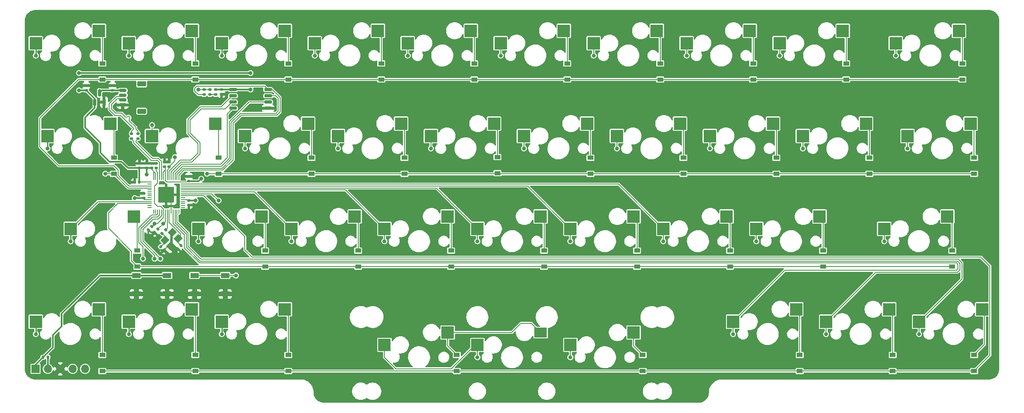
<source format=gbl>
%TF.GenerationSoftware,KiCad,Pcbnew,7.0.6*%
%TF.CreationDate,2023-07-18T22:48:20-04:00*%
%TF.ProjectId,cutiepie2040-standard-stagger,63757469-6570-4696-9532-3034302d7374,rev?*%
%TF.SameCoordinates,PX2d6b3a0PY7aa1830*%
%TF.FileFunction,Copper,L2,Bot*%
%TF.FilePolarity,Positive*%
%FSLAX46Y46*%
G04 Gerber Fmt 4.6, Leading zero omitted, Abs format (unit mm)*
G04 Created by KiCad (PCBNEW 7.0.6) date 2023-07-18 22:48:20*
%MOMM*%
%LPD*%
G01*
G04 APERTURE LIST*
G04 Aperture macros list*
%AMRoundRect*
0 Rectangle with rounded corners*
0 $1 Rounding radius*
0 $2 $3 $4 $5 $6 $7 $8 $9 X,Y pos of 4 corners*
0 Add a 4 corners polygon primitive as box body*
4,1,4,$2,$3,$4,$5,$6,$7,$8,$9,$2,$3,0*
0 Add four circle primitives for the rounded corners*
1,1,$1+$1,$2,$3*
1,1,$1+$1,$4,$5*
1,1,$1+$1,$6,$7*
1,1,$1+$1,$8,$9*
0 Add four rect primitives between the rounded corners*
20,1,$1+$1,$2,$3,$4,$5,0*
20,1,$1+$1,$4,$5,$6,$7,0*
20,1,$1+$1,$6,$7,$8,$9,0*
20,1,$1+$1,$8,$9,$2,$3,0*%
%AMRotRect*
0 Rectangle, with rotation*
0 The origin of the aperture is its center*
0 $1 length*
0 $2 width*
0 $3 Rotation angle, in degrees counterclockwise*
0 Add horizontal line*
21,1,$1,$2,0,0,$3*%
G04 Aperture macros list end*
%TA.AperFunction,SMDPad,CuDef*%
%ADD10R,2.550000X2.500000*%
%TD*%
%TA.AperFunction,SMDPad,CuDef*%
%ADD11R,1.200000X0.900000*%
%TD*%
%TA.AperFunction,SMDPad,CuDef*%
%ADD12RoundRect,0.135000X-0.185000X0.135000X-0.185000X-0.135000X0.185000X-0.135000X0.185000X0.135000X0*%
%TD*%
%TA.AperFunction,SMDPad,CuDef*%
%ADD13RoundRect,0.135000X0.135000X0.185000X-0.135000X0.185000X-0.135000X-0.185000X0.135000X-0.185000X0*%
%TD*%
%TA.AperFunction,SMDPad,CuDef*%
%ADD14RoundRect,0.140000X0.170000X-0.140000X0.170000X0.140000X-0.170000X0.140000X-0.170000X-0.140000X0*%
%TD*%
%TA.AperFunction,SMDPad,CuDef*%
%ADD15RoundRect,0.140000X-0.021213X0.219203X-0.219203X0.021213X0.021213X-0.219203X0.219203X-0.021213X0*%
%TD*%
%TA.AperFunction,ComponentPad*%
%ADD16R,1.700000X1.700000*%
%TD*%
%TA.AperFunction,ComponentPad*%
%ADD17O,1.700000X1.700000*%
%TD*%
%TA.AperFunction,SMDPad,CuDef*%
%ADD18R,1.700000X1.000000*%
%TD*%
%TA.AperFunction,SMDPad,CuDef*%
%ADD19RotRect,1.400000X1.200000X45.000000*%
%TD*%
%TA.AperFunction,SMDPad,CuDef*%
%ADD20RoundRect,0.135000X0.035355X-0.226274X0.226274X-0.035355X-0.035355X0.226274X-0.226274X0.035355X0*%
%TD*%
%TA.AperFunction,SMDPad,CuDef*%
%ADD21RoundRect,0.140000X0.140000X0.170000X-0.140000X0.170000X-0.140000X-0.170000X0.140000X-0.170000X0*%
%TD*%
%TA.AperFunction,SMDPad,CuDef*%
%ADD22RoundRect,0.140000X-0.170000X0.140000X-0.170000X-0.140000X0.170000X-0.140000X0.170000X0.140000X0*%
%TD*%
%TA.AperFunction,SMDPad,CuDef*%
%ADD23RoundRect,0.150000X-0.625000X0.150000X-0.625000X-0.150000X0.625000X-0.150000X0.625000X0.150000X0*%
%TD*%
%TA.AperFunction,SMDPad,CuDef*%
%ADD24RoundRect,0.229167X-0.670833X0.320833X-0.670833X-0.320833X0.670833X-0.320833X0.670833X0.320833X0*%
%TD*%
%TA.AperFunction,SMDPad,CuDef*%
%ADD25RoundRect,0.140000X0.021213X-0.219203X0.219203X-0.021213X-0.021213X0.219203X-0.219203X0.021213X0*%
%TD*%
%TA.AperFunction,SMDPad,CuDef*%
%ADD26R,2.550000X2.000000*%
%TD*%
%TA.AperFunction,SMDPad,CuDef*%
%ADD27RoundRect,0.140000X0.219203X0.021213X0.021213X0.219203X-0.219203X-0.021213X-0.021213X-0.219203X0*%
%TD*%
%TA.AperFunction,SMDPad,CuDef*%
%ADD28RoundRect,0.050000X0.387500X0.050000X-0.387500X0.050000X-0.387500X-0.050000X0.387500X-0.050000X0*%
%TD*%
%TA.AperFunction,SMDPad,CuDef*%
%ADD29RoundRect,0.050000X0.050000X0.387500X-0.050000X0.387500X-0.050000X-0.387500X0.050000X-0.387500X0*%
%TD*%
%TA.AperFunction,ComponentPad*%
%ADD30C,0.650000*%
%TD*%
%TA.AperFunction,SMDPad,CuDef*%
%ADD31RoundRect,0.144000X1.456000X1.456000X-1.456000X1.456000X-1.456000X-1.456000X1.456000X-1.456000X0*%
%TD*%
%TA.AperFunction,SMDPad,CuDef*%
%ADD32RoundRect,0.150000X0.150000X-0.587500X0.150000X0.587500X-0.150000X0.587500X-0.150000X-0.587500X0*%
%TD*%
%TA.AperFunction,SMDPad,CuDef*%
%ADD33RoundRect,0.135000X0.185000X-0.135000X0.185000X0.135000X-0.185000X0.135000X-0.185000X-0.135000X0*%
%TD*%
%TA.AperFunction,SMDPad,CuDef*%
%ADD34RoundRect,0.150000X0.650000X0.150000X-0.650000X0.150000X-0.650000X-0.150000X0.650000X-0.150000X0*%
%TD*%
%TA.AperFunction,ViaPad*%
%ADD35C,0.800000*%
%TD*%
%TA.AperFunction,Conductor*%
%ADD36C,0.300000*%
%TD*%
%TA.AperFunction,Conductor*%
%ADD37C,0.200000*%
%TD*%
%TA.AperFunction,Conductor*%
%ADD38C,0.500000*%
%TD*%
%TA.AperFunction,Conductor*%
%ADD39C,0.250000*%
%TD*%
G04 APERTURE END LIST*
D10*
%TO.P,MX6,2,ROW*%
%TO.N,Net-(D6-A)*%
X39179380Y57467794D03*
%TO.P,MX6,1,COL*%
%TO.N,col1*%
X26252380Y54927794D03*
%TD*%
D11*
%TO.P,D21,1,K*%
%TO.N,row1*%
X116085955Y47165862D03*
%TO.P,D21,2,A*%
%TO.N,Net-(D21-A)*%
X116085955Y50465862D03*
%TD*%
%TO.P,D24,1,K*%
%TO.N,row0*%
X130373467Y66513453D03*
%TO.P,D24,2,A*%
%TO.N,Net-(D24-A)*%
X130373467Y69813453D03*
%TD*%
D10*
%TO.P,MX31,1,COL*%
%TO.N,col8*%
X154839880Y73977794D03*
%TO.P,MX31,2,ROW*%
%TO.N,Net-(D31-A)*%
X167766880Y76517794D03*
%TD*%
%TO.P,MX33,1,COL*%
%TO.N,col8*%
X176271130Y35877584D03*
%TO.P,MX33,2,ROW*%
%TO.N,Net-(D33-A)*%
X189198130Y38417584D03*
%TD*%
D11*
%TO.P,D22,1,K*%
%TO.N,row2*%
X125630802Y28115846D03*
%TO.P,D22,2,A*%
%TO.N,Net-(D22-A)*%
X125630802Y31415846D03*
%TD*%
D12*
%TO.P,R_Flash2,1*%
%TO.N,+3V3*%
X39290726Y64452768D03*
%TO.P,R_Flash2,2*%
%TO.N,Net-(R_Flash2-Pad2)*%
X39290726Y63432768D03*
%TD*%
D13*
%TO.P,R_RST1,2*%
%TO.N,RESET*%
X3901172Y9525224D03*
%TO.P,R_RST1,1*%
%TO.N,+3V3*%
X4921172Y9525224D03*
%TD*%
D14*
%TO.P,C_1V-Decoup1,1*%
%TO.N,+1V1*%
X27087038Y48335480D03*
%TO.P,C_1V-Decoup1,2*%
%TO.N,GND*%
X27087038Y49295480D03*
%TD*%
D11*
%TO.P,D13,1,K*%
%TO.N,row0*%
X73223622Y66513453D03*
%TO.P,D13,2,A*%
%TO.N,Net-(D13-A)*%
X73223622Y69813453D03*
%TD*%
D14*
%TO.P,C_LD1,1*%
%TO.N,+5V*%
X18157077Y64305627D03*
%TO.P,C_LD1,2*%
%TO.N,GND*%
X18157077Y65265627D03*
%TD*%
D11*
%TO.P,D34,1,K*%
%TO.N,row3*%
X177998507Y6684578D03*
%TO.P,D34,2,A*%
%TO.N,Net-(D34-A)*%
X177998507Y9984578D03*
%TD*%
D10*
%TO.P,MX4,1,COL*%
%TO.N,col0*%
X2439880Y16827794D03*
%TO.P,MX4,2,ROW*%
%TO.N,Net-(D4-A)*%
X15366880Y19367794D03*
%TD*%
%TO.P,MX14,1,COL*%
%TO.N,col3*%
X64352380Y54927794D03*
%TO.P,MX14,2,ROW*%
%TO.N,Net-(D14-A)*%
X77279380Y57467794D03*
%TD*%
%TO.P,MX10,2,ROW*%
%TO.N,Net-(D10-A)*%
X58229380Y57467794D03*
%TO.P,MX10,1,COL*%
%TO.N,col2*%
X45302380Y54927794D03*
%TD*%
D11*
%TO.P,D23,1,K*%
%TO.N,row3*%
X126801589Y6684578D03*
%TO.P,D23,2,A*%
%TO.N,Net-(D23-A)*%
X126801589Y9984578D03*
%TD*%
D15*
%TO.P,C_3V-Decoup8,2*%
%TO.N,GND*%
X26789005Y35123683D03*
%TO.P,C_3V-Decoup8,1*%
%TO.N,+3V3*%
X27467827Y35802505D03*
%TD*%
D14*
%TO.P,C_1V-Decoup2,1*%
%TO.N,+1V1*%
X29765960Y48633138D03*
%TO.P,C_1V-Decoup2,2*%
%TO.N,GND*%
X29765960Y49593138D03*
%TD*%
D10*
%TO.P,MX13,1,COL*%
%TO.N,col3*%
X59589880Y73977794D03*
%TO.P,MX13,2,ROW*%
%TO.N,Net-(D13-A)*%
X72516880Y76517794D03*
%TD*%
D11*
%TO.P,D17,1,K*%
%TO.N,row1*%
X97035939Y47301801D03*
%TO.P,D17,2,A*%
%TO.N,Net-(D17-A)*%
X97035939Y50601801D03*
%TD*%
%TO.P,D30,1,K*%
%TO.N,row3*%
X158948491Y6684578D03*
%TO.P,D30,2,A*%
%TO.N,Net-(D30-A)*%
X158948491Y9984578D03*
%TD*%
%TO.P,D9,1,K*%
%TO.N,row0*%
X54173574Y66513453D03*
%TO.P,D9,2,A*%
%TO.N,Net-(D9-A)*%
X54173574Y69813453D03*
%TD*%
D10*
%TO.P,MX24,1,COL*%
%TO.N,col6*%
X116739880Y73977794D03*
%TO.P,MX24,2,ROW*%
%TO.N,Net-(D24-A)*%
X129666880Y76517794D03*
%TD*%
D11*
%TO.P,D25,1,K*%
%TO.N,row1*%
X135135971Y47165862D03*
%TO.P,D25,2,A*%
%TO.N,Net-(D25-A)*%
X135135971Y50465862D03*
%TD*%
D12*
%TO.P,R_DATA2,1*%
%TO.N,D-*%
X22026501Y55427469D03*
%TO.P,R_DATA2,2*%
%TO.N,Net-(U1-USB_DM)*%
X22026501Y54407470D03*
%TD*%
D10*
%TO.P,MX22,1,COL*%
%TO.N,col5*%
X111977380Y35877744D03*
%TO.P,MX22,2,ROW*%
%TO.N,Net-(D22-A)*%
X124904380Y38417744D03*
%TD*%
D11*
%TO.P,D31,1,K*%
%TO.N,row0*%
X168473499Y66513453D03*
%TO.P,D31,2,A*%
%TO.N,Net-(D31-A)*%
X168473499Y69813453D03*
%TD*%
D10*
%TO.P,MX16,1,COL*%
%TO.N,col4*%
X78639880Y73977794D03*
%TO.P,MX16,2,ROW*%
%TO.N,Net-(D16-A)*%
X91566880Y76517794D03*
%TD*%
D16*
%TO.P,J2,1,Pin_1*%
%TO.N,RESET*%
X2381172Y7143972D03*
D17*
%TO.P,J2,2,Pin_2*%
%TO.N,+3V3*%
X4921172Y7143972D03*
%TO.P,J2,3,Pin_3*%
%TO.N,GND*%
X7461172Y7143972D03*
%TO.P,J2,4,Pin_4*%
%TO.N,SWDIO*%
X10001172Y7143972D03*
%TO.P,J2,5,Pin_5*%
%TO.N,SWCLK*%
X12541172Y7143972D03*
%TD*%
D10*
%TO.P,MX18,1,COL*%
%TO.N,col4*%
X92927380Y35877794D03*
%TO.P,MX18,2,ROW*%
%TO.N,Net-(D18-A)*%
X105854380Y38417794D03*
%TD*%
D11*
%TO.P,D35,1,K*%
%TO.N,row0*%
X192286019Y66513453D03*
%TO.P,D35,2,A*%
%TO.N,Net-(D35-A)*%
X192286019Y69813453D03*
%TD*%
%TO.P,D16,1,K*%
%TO.N,row0*%
X92273670Y66513453D03*
%TO.P,D16,2,A*%
%TO.N,Net-(D16-A)*%
X92273670Y69813453D03*
%TD*%
D18*
%TO.P,SW2,1,1*%
%TO.N,GND*%
X23043816Y22507874D03*
X29343816Y22507874D03*
%TO.P,SW2,2,2*%
%TO.N,RESET*%
X23043816Y26307874D03*
X29343816Y26307874D03*
%TD*%
D11*
%TO.P,D19,1,K*%
%TO.N,row3*%
X88701557Y6684578D03*
%TO.P,D19,2,A*%
%TO.N,Net-(D19-A)*%
X88701557Y9984578D03*
%TD*%
D10*
%TO.P,MX15,1,COL*%
%TO.N,col3*%
X73877380Y35877744D03*
%TO.P,MX15,2,ROW*%
%TO.N,Net-(D15-A)*%
X86804380Y38417744D03*
%TD*%
D11*
%TO.P,D27,1,K*%
%TO.N,row0*%
X149423483Y66513453D03*
%TO.P,D27,2,A*%
%TO.N,Net-(D27-A)*%
X149423483Y69813453D03*
%TD*%
D10*
%TO.P,MX32,1,COL*%
%TO.N,col8*%
X159602380Y54927794D03*
%TO.P,MX32,2,ROW*%
%TO.N,Net-(D32-A)*%
X172529380Y57467794D03*
%TD*%
D15*
%TO.P,C_1V-Decoup3,1*%
%TO.N,+1V1*%
X26193692Y36314309D03*
%TO.P,C_1V-Decoup3,2*%
%TO.N,GND*%
X25514870Y35635487D03*
%TD*%
D11*
%TO.P,D2,1,K*%
%TO.N,row1*%
X18454623Y47165862D03*
%TO.P,D2,2,A*%
%TO.N,Net-(D2-A)*%
X18454623Y50465862D03*
%TD*%
D19*
%TO.P,Y1,1,1*%
%TO.N,Net-(C_Crystal2-Pad2)*%
X28868178Y33572442D03*
%TO.P,Y1,2,2*%
%TO.N,GND*%
X30423813Y35128077D03*
%TO.P,Y1,3,3*%
%TO.N,XTAL_IN*%
X31625894Y33925996D03*
%TO.P,Y1,4,4*%
%TO.N,GND*%
X30070259Y32370361D03*
%TD*%
D11*
%TO.P,D18,1,K*%
%TO.N,row2*%
X106580786Y28115846D03*
%TO.P,D18,2,A*%
%TO.N,Net-(D18-A)*%
X106580786Y31415846D03*
%TD*%
%TO.P,D33,1,K*%
%TO.N,row2*%
X190202823Y28115700D03*
%TO.P,D33,2,A*%
%TO.N,Net-(D33-A)*%
X190202823Y31415700D03*
%TD*%
D10*
%TO.P,MX1,1,COL*%
%TO.N,col0*%
X2439880Y73977794D03*
%TO.P,MX1,2,ROW*%
%TO.N,Net-(D1-A)*%
X15366880Y76517794D03*
%TD*%
D11*
%TO.P,D37,1,K*%
%TO.N,row3*%
X194667271Y6684578D03*
%TO.P,D37,2,A*%
%TO.N,Net-(D38-A)*%
X194667271Y9984578D03*
%TD*%
D14*
%TO.P,C_3V-Decoup6,1*%
%TO.N,+3V3*%
X33784343Y45656558D03*
%TO.P,C_3V-Decoup6,2*%
%TO.N,GND*%
X33784343Y46616558D03*
%TD*%
D18*
%TO.P,SW1,1,1*%
%TO.N,GND*%
X34950096Y22507874D03*
X41250096Y22507874D03*
%TO.P,SW1,2,2*%
%TO.N,Net-(R_Flash1-Pad1)*%
X34950096Y26307874D03*
X41250096Y26307874D03*
%TD*%
D10*
%TO.P,MX17,1,COL*%
%TO.N,col4*%
X83402380Y54927794D03*
%TO.P,MX17,2,ROW*%
%TO.N,Net-(D17-A)*%
X96329380Y57467794D03*
%TD*%
D11*
%TO.P,D10,1,K*%
%TO.N,row1*%
X58935907Y47165862D03*
%TO.P,D10,2,A*%
%TO.N,Net-(D10-A)*%
X58935907Y50465862D03*
%TD*%
D10*
%TO.P,MX7,1,COL*%
%TO.N,col1*%
X35777380Y35877794D03*
%TO.P,MX7,2,ROW*%
%TO.N,Net-(D7-A)*%
X48704380Y38417794D03*
%TD*%
D11*
%TO.P,D4,1,K*%
%TO.N,row3*%
X16073371Y6684578D03*
%TO.P,D4,2,A*%
%TO.N,Net-(D4-A)*%
X16073371Y9984578D03*
%TD*%
D10*
%TO.P,MX35,1,COL*%
%TO.N,col9*%
X178652380Y73977794D03*
%TO.P,MX35,2,ROW*%
%TO.N,Net-(D35-A)*%
X191579380Y76517794D03*
%TD*%
D20*
%TO.P,R_Crystal1,1*%
%TO.N,Net-(C_Crystal2-Pad2)*%
X28331545Y34943462D03*
%TO.P,R_Crystal1,2*%
%TO.N,XTAL_OUT*%
X29052793Y35664710D03*
%TD*%
D21*
%TO.P,C_3V-Decoup5,1*%
%TO.N,+3V3*%
X23663971Y45462608D03*
%TO.P,C_3V-Decoup5,2*%
%TO.N,GND*%
X22703971Y45462608D03*
%TD*%
D10*
%TO.P,MX26,1,COL*%
%TO.N,col6*%
X131027380Y35877794D03*
%TO.P,MX26,2,ROW*%
%TO.N,Net-(D26-A)*%
X143954380Y38417794D03*
%TD*%
%TO.P,MX12,1,COL*%
%TO.N,col2*%
X40539880Y16827794D03*
%TO.P,MX12,2,ROW*%
%TO.N,Net-(D12-A)*%
X53466880Y19367794D03*
%TD*%
D22*
%TO.P,C_Flash1,1*%
%TO.N,+3V3*%
X40481352Y64452768D03*
%TO.P,C_Flash1,2*%
%TO.N,GND*%
X40481352Y63492768D03*
%TD*%
D10*
%TO.P,MX36,1,COL*%
%TO.N,col9*%
X181033630Y54927794D03*
%TO.P,MX36,2,ROW*%
%TO.N,Net-(D36-A)*%
X193960630Y57467794D03*
%TD*%
D14*
%TO.P,C_3V-Decoup7,2*%
%TO.N,GND*%
X26144064Y49295480D03*
%TO.P,C_3V-Decoup7,1*%
%TO.N,+3V3*%
X26144064Y48335480D03*
%TD*%
%TO.P,C_3V-Decoup1,1*%
%TO.N,+3V3*%
X23663971Y48335480D03*
%TO.P,C_3V-Decoup1,2*%
%TO.N,GND*%
X23663971Y49295480D03*
%TD*%
D11*
%TO.P,D6,1,K*%
%TO.N,row1*%
X39885891Y47165862D03*
%TO.P,D6,2,A*%
%TO.N,Net-(D6-A)*%
X39885891Y50465862D03*
%TD*%
%TO.P,D32,1,K*%
%TO.N,row1*%
X173236003Y47165862D03*
%TO.P,D32,2,A*%
%TO.N,Net-(D32-A)*%
X173236003Y50465862D03*
%TD*%
D14*
%TO.P,C_3V-Decoup4,1*%
%TO.N,+3V3*%
X24556945Y42182608D03*
%TO.P,C_3V-Decoup4,2*%
%TO.N,GND*%
X24556945Y43142608D03*
%TD*%
D23*
%TO.P,J1,1,Pin_1*%
%TO.N,+5V*%
X20249880Y64305627D03*
%TO.P,J1,2,Pin_2*%
%TO.N,D-*%
X20249880Y63305627D03*
%TO.P,J1,3,Pin_3*%
%TO.N,D+*%
X20249880Y62305627D03*
%TO.P,J1,4,Pin_4*%
%TO.N,GND*%
X20249880Y61305627D03*
D24*
%TO.P,J1,MP*%
%TO.N,N/C*%
X24124880Y65605627D03*
X24124880Y60005627D03*
%TD*%
D25*
%TO.P,C_Crystal1,1*%
%TO.N,GND*%
X31509888Y31807545D03*
%TO.P,C_Crystal1,2*%
%TO.N,XTAL_IN*%
X32188710Y32486367D03*
%TD*%
D10*
%TO.P,MX30,1,COL*%
%TO.N,col7*%
X145314880Y16827794D03*
%TO.P,MX30,2,ROW*%
%TO.N,Net-(D30-A)*%
X158241880Y19367794D03*
%TD*%
%TO.P,MX9,1,COL*%
%TO.N,col2*%
X40539880Y73977794D03*
%TO.P,MX9,2,ROW*%
%TO.N,Net-(D9-A)*%
X53466880Y76517794D03*
%TD*%
%TO.P,MX27,1,COL*%
%TO.N,col7*%
X135789880Y73977794D03*
%TO.P,MX27,2,ROW*%
%TO.N,Net-(D27-A)*%
X148716880Y76517794D03*
%TD*%
D11*
%TO.P,D36,1,K*%
%TO.N,row1*%
X194667271Y47165862D03*
%TO.P,D36,2,A*%
%TO.N,Net-(D36-A)*%
X194667271Y50465862D03*
%TD*%
%TO.P,D26,1,K*%
%TO.N,row2*%
X144680818Y28115846D03*
%TO.P,D26,2,A*%
%TO.N,Net-(D26-A)*%
X144680818Y31415846D03*
%TD*%
D10*
%TO.P,MX11,1,COL*%
%TO.N,col2*%
X54827380Y35877744D03*
%TO.P,MX11,2,ROW*%
%TO.N,Net-(D11-A)*%
X67754380Y38417744D03*
%TD*%
D12*
%TO.P,R_DATA1,1*%
%TO.N,D+*%
X23366313Y55427469D03*
%TO.P,R_DATA1,2*%
%TO.N,Net-(U1-USB_DP)*%
X23366313Y54407470D03*
%TD*%
D10*
%TO.P,MX38,1,COL*%
%TO.N,col4*%
X92927380Y12065024D03*
D26*
%TO.P,MX38,2,ROW*%
%TO.N,Net-(D19-A)*%
X105854380Y14605024D03*
%TD*%
D11*
%TO.P,D15,1,K*%
%TO.N,row2*%
X87530770Y28115846D03*
%TO.P,D15,2,A*%
%TO.N,Net-(D15-A)*%
X87530770Y31415846D03*
%TD*%
%TO.P,D14,1,K*%
%TO.N,row1*%
X77985923Y47165862D03*
%TO.P,D14,2,A*%
%TO.N,Net-(D14-A)*%
X77985923Y50465862D03*
%TD*%
D27*
%TO.P,C_Crystal2,1*%
%TO.N,GND*%
X28692169Y31515531D03*
%TO.P,C_Crystal2,2*%
%TO.N,Net-(C_Crystal2-Pad2)*%
X28013347Y32194353D03*
%TD*%
D10*
%TO.P,MX5,1,COL*%
%TO.N,col1*%
X21489880Y73977794D03*
%TO.P,MX5,2,ROW*%
%TO.N,Net-(D5-A)*%
X34416880Y76517794D03*
%TD*%
D12*
%TO.P,R_Flash1,1*%
%TO.N,Net-(R_Flash1-Pad1)*%
X36909474Y64452768D03*
%TO.P,R_Flash1,2*%
%TO.N,CS*%
X36909474Y63432768D03*
%TD*%
D10*
%TO.P,MX8,1,COL*%
%TO.N,col1*%
X21489880Y16827794D03*
%TO.P,MX8,2,ROW*%
%TO.N,Net-(D8-A)*%
X34416880Y19367794D03*
%TD*%
D11*
%TO.P,D11,1,K*%
%TO.N,row2*%
X68480754Y28115846D03*
%TO.P,D11,2,A*%
%TO.N,Net-(D11-A)*%
X68480754Y31415846D03*
%TD*%
%TO.P,D28,1,K*%
%TO.N,row1*%
X154185987Y47165862D03*
%TO.P,D28,2,A*%
%TO.N,Net-(D28-A)*%
X154185987Y50465862D03*
%TD*%
D10*
%TO.P,MX25,1,COL*%
%TO.N,col6*%
X121502380Y54927794D03*
%TO.P,MX25,2,ROW*%
%TO.N,Net-(D25-A)*%
X134429380Y57467794D03*
%TD*%
D14*
%TO.P,C_3V-Decoup2,1*%
%TO.N,+3V3*%
X25201090Y48335480D03*
%TO.P,C_3V-Decoup2,2*%
%TO.N,GND*%
X25201090Y49295480D03*
%TD*%
D10*
%TO.P,MX28,1,COL*%
%TO.N,col7*%
X140552380Y54927794D03*
%TO.P,MX28,2,ROW*%
%TO.N,Net-(D28-A)*%
X153479380Y57467794D03*
%TD*%
%TO.P,MX23,1,COL*%
%TO.N,col5*%
X111977380Y12065024D03*
%TO.P,MX23,2,ROW*%
%TO.N,Net-(D23-A)*%
X124904380Y14605024D03*
%TD*%
D14*
%TO.P,C_LD2,1*%
%TO.N,+3V3*%
X12799251Y64305627D03*
%TO.P,C_LD2,2*%
%TO.N,GND*%
X12799251Y65265627D03*
%TD*%
D10*
%TO.P,MX19,1,COL*%
%TO.N,col4*%
X73877380Y12065294D03*
%TO.P,MX19,2,ROW*%
%TO.N,Net-(D19-A)*%
X86804380Y14605294D03*
%TD*%
D11*
%TO.P,D7,1,K*%
%TO.N,row2*%
X49430738Y28115846D03*
%TO.P,D7,2,A*%
%TO.N,Net-(D7-A)*%
X49430738Y31415846D03*
%TD*%
D10*
%TO.P,MX29,1,COL*%
%TO.N,col7*%
X150077380Y35877794D03*
%TO.P,MX29,2,ROW*%
%TO.N,Net-(D29-A)*%
X163004380Y38417794D03*
%TD*%
D22*
%TO.P,C_3V-Decoup9,1*%
%TO.N,+3V3*%
X33784343Y41705201D03*
%TO.P,C_3V-Decoup9,2*%
%TO.N,GND*%
X33784343Y40745201D03*
%TD*%
D10*
%TO.P,MX37,1,COL*%
%TO.N,col9*%
X183414880Y16827794D03*
%TO.P,MX37,2,ROW*%
%TO.N,Net-(D38-A)*%
X196341880Y19367794D03*
%TD*%
%TO.P,MX2,2,ROW*%
%TO.N,Net-(D2-A)*%
X17748130Y57467794D03*
%TO.P,MX2,1,COL*%
%TO.N,col0*%
X4821130Y54927794D03*
%TD*%
D11*
%TO.P,D29,1,K*%
%TO.N,row2*%
X163730834Y28115846D03*
%TO.P,D29,2,A*%
%TO.N,Net-(D29-A)*%
X163730834Y31415846D03*
%TD*%
D28*
%TO.P,U1,1,IOVDD*%
%TO.N,+3V3*%
X32607886Y45462608D03*
%TO.P,U1,2,GPIO0*%
%TO.N,col6*%
X32607886Y45062608D03*
%TO.P,U1,3,GPIO1*%
%TO.N,col5*%
X32607886Y44662608D03*
%TO.P,U1,4,GPIO2*%
%TO.N,col4*%
X32607886Y44262608D03*
%TO.P,U1,5,GPIO3*%
%TO.N,col3*%
X32607886Y43862608D03*
%TO.P,U1,6,GPIO4*%
%TO.N,col2*%
X32607886Y43462608D03*
%TO.P,U1,7,GPIO5*%
%TO.N,col1*%
X32607886Y43062608D03*
%TO.P,U1,8,GPIO6*%
%TO.N,row3*%
X32607886Y42662608D03*
%TO.P,U1,9,GPIO7*%
%TO.N,unconnected-(U1-GPIO7-Pad9)*%
X32607886Y42262608D03*
%TO.P,U1,10,IOVDD*%
%TO.N,+3V3*%
X32607886Y41862608D03*
%TO.P,U1,11,GPIO8*%
%TO.N,unconnected-(U1-GPIO8-Pad11)*%
X32607886Y41462608D03*
%TO.P,U1,12,GPIO9*%
%TO.N,unconnected-(U1-GPIO9-Pad12)*%
X32607886Y41062608D03*
%TO.P,U1,13,GPIO10*%
%TO.N,unconnected-(U1-GPIO10-Pad13)*%
X32607886Y40662608D03*
%TO.P,U1,14,GPIO11*%
%TO.N,unconnected-(U1-GPIO11-Pad14)*%
X32607886Y40262608D03*
D29*
%TO.P,U1,15,GPIO12*%
%TO.N,unconnected-(U1-GPIO12-Pad15)*%
X31770386Y39425108D03*
%TO.P,U1,16,GPIO13*%
%TO.N,col9*%
X31370386Y39425108D03*
%TO.P,U1,17,GPIO14*%
%TO.N,col8*%
X30970386Y39425108D03*
%TO.P,U1,18,GPIO15*%
%TO.N,col7*%
X30570386Y39425108D03*
%TO.P,U1,19,TESTEN*%
%TO.N,GND*%
X30170386Y39425108D03*
%TO.P,U1,20,XIN*%
%TO.N,XTAL_IN*%
X29770386Y39425108D03*
%TO.P,U1,21,XOUT*%
%TO.N,XTAL_OUT*%
X29370386Y39425108D03*
%TO.P,U1,22,IOVDD*%
%TO.N,+3V3*%
X28970386Y39425108D03*
%TO.P,U1,23,DVDD*%
%TO.N,+1V1*%
X28570386Y39425108D03*
%TO.P,U1,24,SWCLK*%
%TO.N,SWCLK*%
X28170386Y39425108D03*
%TO.P,U1,25,SWD*%
%TO.N,SWDIO*%
X27770386Y39425108D03*
%TO.P,U1,26,RUN*%
%TO.N,RESET*%
X27370386Y39425108D03*
%TO.P,U1,27,GPIO16*%
%TO.N,unconnected-(U1-GPIO16-Pad27)*%
X26970386Y39425108D03*
%TO.P,U1,28,GPIO17*%
%TO.N,unconnected-(U1-GPIO17-Pad28)*%
X26570386Y39425108D03*
D28*
%TO.P,U1,29,GPIO18*%
%TO.N,unconnected-(U1-GPIO18-Pad29)*%
X25732886Y40262608D03*
%TO.P,U1,30,GPIO19*%
%TO.N,unconnected-(U1-GPIO19-Pad30)*%
X25732886Y40662608D03*
%TO.P,U1,31,GPIO20*%
%TO.N,row2*%
X25732886Y41062608D03*
%TO.P,U1,32,GPIO21*%
%TO.N,col0*%
X25732886Y41462608D03*
%TO.P,U1,33,IOVDD*%
%TO.N,+3V3*%
X25732886Y41862608D03*
%TO.P,U1,34,GPIO22*%
%TO.N,unconnected-(U1-GPIO22-Pad34)*%
X25732886Y42262608D03*
%TO.P,U1,35,GPIO23*%
%TO.N,unconnected-(U1-GPIO23-Pad35)*%
X25732886Y42662608D03*
%TO.P,U1,36,GPIO24*%
%TO.N,unconnected-(U1-GPIO24-Pad36)*%
X25732886Y43062608D03*
%TO.P,U1,37,GPIO25*%
%TO.N,unconnected-(U1-GPIO25-Pad37)*%
X25732886Y43462608D03*
%TO.P,U1,38,GPIO26_ADC0*%
%TO.N,unconnected-(U1-GPIO26_ADC0-Pad38)*%
X25732886Y43862608D03*
%TO.P,U1,39,GPIO27_ADC1*%
%TO.N,row1*%
X25732886Y44262608D03*
%TO.P,U1,40,GPIO28_ADC2*%
%TO.N,row0*%
X25732886Y44662608D03*
%TO.P,U1,41,GPIO29_ADC3*%
%TO.N,unconnected-(U1-GPIO29_ADC3-Pad41)*%
X25732886Y45062608D03*
%TO.P,U1,42,IOVDD*%
%TO.N,+3V3*%
X25732886Y45462608D03*
D29*
%TO.P,U1,43,ADC_AVDD*%
X26570386Y46300108D03*
%TO.P,U1,44,VREG_IN*%
X26970386Y46300108D03*
%TO.P,U1,45,VREG_VOUT*%
%TO.N,+1V1*%
X27370386Y46300108D03*
%TO.P,U1,46,USB_DM*%
%TO.N,Net-(U1-USB_DM)*%
X27770386Y46300108D03*
%TO.P,U1,47,USB_DP*%
%TO.N,Net-(U1-USB_DP)*%
X28170386Y46300108D03*
%TO.P,U1,48,USB_VDD*%
%TO.N,+3V3*%
X28570386Y46300108D03*
%TO.P,U1,49,IOVDD*%
X28970386Y46300108D03*
%TO.P,U1,50,DVDD*%
%TO.N,+1V1*%
X29370386Y46300108D03*
%TO.P,U1,51,QSPI_SD3*%
%TO.N,SD3*%
X29770386Y46300108D03*
%TO.P,U1,52,QSPI_SCLK*%
%TO.N,QSPI_CLK*%
X30170386Y46300108D03*
%TO.P,U1,53,QSPI_SD0*%
%TO.N,SD0*%
X30570386Y46300108D03*
%TO.P,U1,54,QSPI_SD2*%
%TO.N,SD2*%
X30970386Y46300108D03*
%TO.P,U1,55,QSPI_SD1*%
%TO.N,SD1*%
X31370386Y46300108D03*
%TO.P,U1,56,QSPI_SS*%
%TO.N,CS*%
X31770386Y46300108D03*
D30*
%TO.P,U1,57,GND*%
%TO.N,GND*%
X30445386Y41587608D03*
X30445386Y42862608D03*
X30445386Y44137608D03*
X29170386Y41587608D03*
X29170386Y42862608D03*
D31*
X29170386Y42862608D03*
D30*
X29170386Y44137608D03*
X27895386Y41587608D03*
X27895386Y42862608D03*
X27895386Y44137608D03*
%TD*%
D10*
%TO.P,MX20,1,COL*%
%TO.N,col5*%
X97689880Y73977794D03*
%TO.P,MX20,2,ROW*%
%TO.N,Net-(D20-A)*%
X110616880Y76517794D03*
%TD*%
D11*
%TO.P,D8,1,K*%
%TO.N,row3*%
X35123387Y6684578D03*
%TO.P,D8,2,A*%
%TO.N,Net-(D8-A)*%
X35123387Y9984578D03*
%TD*%
D32*
%TO.P,U3,1,GND*%
%TO.N,GND*%
X16428164Y61868127D03*
%TO.P,U3,2,VO*%
%TO.N,+3V3*%
X14528164Y61868127D03*
%TO.P,U3,3,VI*%
%TO.N,+5V*%
X15478164Y63743127D03*
%TD*%
D11*
%TO.P,D3,1,K*%
%TO.N,row2*%
X23217484Y28128249D03*
%TO.P,D3,2,A*%
%TO.N,Net-(D3-A)*%
X23217484Y31428249D03*
%TD*%
%TO.P,D5,1,K*%
%TO.N,row0*%
X35123526Y66513453D03*
%TO.P,D5,2,A*%
%TO.N,Net-(D5-A)*%
X35123526Y69813453D03*
%TD*%
D33*
%TO.P,R_Flash3,1*%
%TO.N,Net-(R_Flash2-Pad2)*%
X38100100Y63432768D03*
%TO.P,R_Flash3,2*%
%TO.N,Net-(R_Flash1-Pad1)*%
X38100100Y64452768D03*
%TD*%
D10*
%TO.P,MX21,1,COL*%
%TO.N,col5*%
X102452380Y54927794D03*
%TO.P,MX21,2,ROW*%
%TO.N,Net-(D21-A)*%
X115379380Y57467794D03*
%TD*%
D34*
%TO.P,U2,1,~{CS}*%
%TO.N,CS*%
X50034492Y64452768D03*
%TO.P,U2,2,DO(IO1)*%
%TO.N,SD1*%
X50034492Y63182768D03*
%TO.P,U2,3,IO2*%
%TO.N,SD2*%
X50034492Y61912768D03*
%TO.P,U2,4,GND*%
%TO.N,GND*%
X50034492Y60642768D03*
%TO.P,U2,5,DI(IO0)*%
%TO.N,SD0*%
X42834492Y60642768D03*
%TO.P,U2,6,CLK*%
%TO.N,QSPI_CLK*%
X42834492Y61912768D03*
%TO.P,U2,7,IO3*%
%TO.N,SD3*%
X42834492Y63182768D03*
%TO.P,U2,8,VCC*%
%TO.N,+3V3*%
X42834492Y64452768D03*
%TD*%
D14*
%TO.P,C_3V-Decoup3,1*%
%TO.N,+3V3*%
X28822986Y48633138D03*
%TO.P,C_3V-Decoup3,2*%
%TO.N,GND*%
X28822986Y49593138D03*
%TD*%
D11*
%TO.P,D1,1,K*%
%TO.N,row0*%
X16073478Y66513453D03*
%TO.P,D1,2,A*%
%TO.N,Net-(D1-A)*%
X16073478Y69813453D03*
%TD*%
%TO.P,D20,1,K*%
%TO.N,row0*%
X111323718Y66513453D03*
%TO.P,D20,2,A*%
%TO.N,Net-(D20-A)*%
X111323718Y69813453D03*
%TD*%
D10*
%TO.P,MX34,1,COL*%
%TO.N,col8*%
X164364880Y16827794D03*
%TO.P,MX34,2,ROW*%
%TO.N,Net-(D34-A)*%
X177291880Y19367794D03*
%TD*%
%TO.P,MX3,1,COL*%
%TO.N,col0*%
X9583630Y35877794D03*
%TO.P,MX3,2,ROW*%
%TO.N,Net-(D3-A)*%
X22510630Y38417794D03*
%TD*%
D11*
%TO.P,D12,1,K*%
%TO.N,row3*%
X54173403Y6684578D03*
%TO.P,D12,2,A*%
%TO.N,Net-(D12-A)*%
X54173403Y9984578D03*
%TD*%
D35*
%TO.N,GND*%
X11310867Y61912768D03*
%TO.N,col4*%
X92927380Y9525224D03*
%TO.N,col5*%
X111977380Y9525224D03*
%TO.N,GND*%
X21431188Y47029943D03*
X22621814Y47029943D03*
X34528074Y38100248D03*
X46434334Y60642768D03*
X35123387Y38695561D03*
X30956196Y29765866D03*
X29765570Y29765866D03*
X22621814Y51197134D03*
%TO.N,Net-(R_Flash1-Pad1)*%
X43457769Y26307874D03*
X35718848Y64452768D03*
%TO.N,+3V3*%
X46434334Y64452768D03*
X46434334Y67865898D03*
X11310867Y67865898D03*
X11310867Y64305627D03*
%TO.N,RESET*%
X24407753Y29765866D03*
%TO.N,SWDIO*%
X26789005Y29765866D03*
%TO.N,SWCLK*%
X27979631Y29765866D03*
%TO.N,col1*%
X39885891Y41705201D03*
%TO.N,+3V3*%
X28574944Y36909622D03*
%TO.N,row1*%
X16668684Y47165862D03*
X37504639Y47165862D03*
%TO.N,+3V3*%
X35123387Y41705201D03*
X22703971Y42182608D03*
X36314013Y46136558D03*
X25201090Y47029943D03*
%TO.N,+1V1*%
X30956196Y50601821D03*
X26789005Y36909622D03*
%TO.N,col0*%
X4820548Y52387788D03*
X9583630Y33337788D03*
X2439298Y14287788D03*
X2439298Y71437788D03*
%TO.N,col1*%
X21489298Y71437788D03*
X35777008Y33337788D03*
X21489298Y14287788D03*
X26251798Y57150264D03*
%TO.N,col2*%
X40539298Y14287788D03*
X45301798Y52387788D03*
X40539298Y71437788D03*
X54827380Y33337788D03*
%TO.N,col3*%
X64351798Y52387788D03*
X73877380Y33337788D03*
X59589298Y71437788D03*
%TO.N,col4*%
X83401798Y52387788D03*
X92927380Y33337788D03*
X78639298Y71437788D03*
%TO.N,col5*%
X111977380Y33337788D03*
X97689298Y71437788D03*
X102451798Y52387788D03*
%TO.N,col6*%
X121501798Y52387788D03*
X116739298Y71437788D03*
X131008113Y33337788D03*
%TO.N,col7*%
X135789298Y71437788D03*
X150077380Y33337788D03*
X140551798Y52387788D03*
X145314298Y14287788D03*
%TO.N,col8*%
X154839298Y71437788D03*
X164364298Y14287788D03*
X159601798Y52387788D03*
X176271130Y33337788D03*
%TO.N,col9*%
X181033048Y52387788D03*
X178651798Y71437788D03*
X183414880Y14287536D03*
%TD*%
D36*
%TO.N,+3V3*%
X42834492Y64452768D02*
X40481352Y64452768D01*
D37*
%TO.N,CS*%
X49334492Y65152768D02*
X50034492Y64452768D01*
X35428898Y65152768D02*
X49334492Y65152768D01*
%TO.N,D+*%
X23366313Y55907470D02*
X23366313Y55427469D01*
X22921407Y56352376D02*
X23366313Y55907470D01*
X22921407Y56722378D02*
X22921407Y56352376D01*
X21620256Y58023529D02*
X22921407Y56722378D01*
X21620255Y58023530D02*
X21620256Y58023529D01*
X21641666Y58469202D02*
X21620255Y58447794D01*
X21641665Y58469201D02*
X21641666Y58469202D01*
X21195992Y58872057D02*
X21217402Y58893466D01*
X21195993Y58872058D02*
X21195992Y58872057D01*
X20036446Y59607339D02*
X20771728Y58872057D01*
X18845814Y59607339D02*
X20036446Y59607339D01*
X17935811Y60517342D02*
X18845814Y59607339D01*
X17935811Y61372745D02*
X17935811Y60517342D01*
X19499880Y62580627D02*
X19143693Y62580627D01*
X21620293Y58447756D02*
G75*
G03*
X21620255Y58023530I212087J-212132D01*
G01*
X21641675Y58469191D02*
G75*
G03*
X21641666Y58893466I-212095J212133D01*
G01*
X19774880Y62305627D02*
X19499880Y62580627D01*
X21641665Y58893465D02*
G75*
G03*
X21217403Y58893465I-212131J-212131D01*
G01*
X19143693Y62580627D02*
X17935811Y61372745D01*
X20771748Y58872077D02*
G75*
G03*
X21195993Y58872058I212132J212147D01*
G01*
%TO.N,Net-(D3-A)*%
X23178126Y37750298D02*
X23178126Y31467607D01*
%TO.N,col4*%
X92927380Y12065024D02*
X92927380Y9525224D01*
%TO.N,col5*%
X111977380Y12065024D02*
X111977380Y9525224D01*
%TO.N,Net-(D22-A)*%
X125630802Y37691462D02*
X125630802Y31415846D01*
%TO.N,Net-(D18-A)*%
X106580786Y37672121D02*
X106580786Y31415846D01*
%TO.N,Net-(D15-A)*%
X87530770Y37672087D02*
X87530770Y31415846D01*
%TO.N,Net-(D11-A)*%
X68480754Y37671815D02*
X68480754Y31415846D01*
D38*
%TO.N,GND*%
X30256655Y34960919D02*
X30256655Y32556757D01*
D37*
%TO.N,Net-(U1-USB_DP)*%
X23366313Y54357470D02*
X22921407Y53912564D01*
X22921407Y53912564D02*
X22921407Y53745798D01*
X22921407Y53745798D02*
X26341745Y50325460D01*
X26341745Y50325460D02*
X27554998Y50325460D01*
X27554998Y50325460D02*
X28170386Y49710072D01*
X28170386Y49710072D02*
X28170386Y46300108D01*
%TO.N,Net-(D2-A)*%
X18454623Y56761301D02*
X18454623Y50465862D01*
D36*
%TO.N,+3V3*%
X15707130Y51463355D02*
X15707130Y53514131D01*
X17504623Y49665862D02*
X15707130Y51463355D01*
X21316277Y48335480D02*
X19985895Y49665862D01*
X19985895Y49665862D02*
X17504623Y49665862D01*
X23663971Y48335480D02*
X21316277Y48335480D01*
X12542130Y56679131D02*
X15707130Y53514131D01*
D37*
%TO.N,Net-(D6-A)*%
X39885891Y56761283D02*
X39885891Y50465862D01*
%TO.N,SD3*%
X40392912Y60907584D02*
X42668096Y63182768D01*
X36129533Y60907584D02*
X40392912Y60907584D01*
X33623380Y58401432D02*
X36129533Y60907584D01*
X34229643Y49959625D02*
X35685280Y51415262D01*
X32024701Y49959625D02*
X34229643Y49959625D01*
X29770386Y47705310D02*
X32024701Y49959625D01*
X29770386Y46300108D02*
X29770386Y47705310D01*
X35685280Y51415262D02*
X35685280Y53360326D01*
X35685280Y53360326D02*
X33623380Y55422227D01*
X33623380Y55422227D02*
X33623380Y58401432D01*
%TO.N,QSPI_CLK*%
X41262912Y60507584D02*
X42668096Y61912768D01*
X36295218Y60507584D02*
X41262912Y60507584D01*
X36085280Y53526012D02*
X34023380Y55587912D01*
X34395329Y49559625D02*
X36085280Y51249577D01*
X36085280Y51249577D02*
X36085280Y53526012D01*
X32190387Y49559625D02*
X34395329Y49559625D01*
X34023380Y58235746D02*
X36295218Y60507584D01*
X30170386Y47539624D02*
X32190387Y49559625D01*
X34023380Y55587912D02*
X34023380Y58235746D01*
X30170386Y46300108D02*
X30170386Y47539624D01*
%TO.N,row3*%
X45243708Y31551805D02*
X46722784Y30072729D01*
X45243708Y34298626D02*
X45243708Y31551805D01*
X46722784Y30072729D02*
X196057446Y30072728D01*
X36879726Y42662608D02*
X45243708Y34298626D01*
%TO.N,Net-(D7-A)*%
X49430738Y37691664D02*
X49430738Y31415846D01*
D36*
%TO.N,+3V3*%
X25201090Y47029943D02*
X25201090Y48335480D01*
D37*
X26144064Y48121335D02*
X26144064Y48335480D01*
X26970386Y47295013D02*
X26144064Y48121335D01*
D38*
%TO.N,GND*%
X28872986Y49593138D02*
X29765960Y49593138D01*
D37*
%TO.N,+1V1*%
X29765960Y48633138D02*
X30956196Y49823374D01*
X29765960Y48633138D02*
X29765960Y48266570D01*
X29765960Y48266570D02*
X29370386Y47870996D01*
X30956196Y49823374D02*
X30956196Y50601821D01*
X29370386Y47870996D02*
X29370386Y46300108D01*
%TO.N,+3V3*%
X28570386Y47522506D02*
X28970386Y47922506D01*
X28570386Y46300108D02*
X28570386Y47522506D01*
X28970386Y46300108D02*
X28970386Y48535738D01*
%TO.N,D-*%
X22471407Y56535978D02*
X19850046Y59157339D01*
X22471407Y56352376D02*
X22471407Y56535978D01*
X22026501Y55427469D02*
X22026501Y55907470D01*
X22026501Y55907470D02*
X22471407Y56352376D01*
%TO.N,Net-(U1-USB_DM)*%
X27770386Y49544386D02*
X27770386Y46300108D01*
X27389312Y49925460D02*
X27770386Y49544386D01*
X26105345Y49925460D02*
X27389312Y49925460D01*
X22471407Y53559398D02*
X26105345Y49925460D01*
X22471407Y53912564D02*
X22471407Y53559398D01*
X22026501Y54357470D02*
X22471407Y53912564D01*
%TO.N,CS*%
X42862912Y57487358D02*
X42862912Y50006112D01*
%TO.N,SD1*%
X31370386Y47042569D02*
X31370386Y46300108D01*
X32650323Y48322506D02*
X31370386Y47042569D01*
X44380832Y59570964D02*
X42462912Y57653044D01*
X40613620Y48322506D02*
X32650323Y48322506D01*
X42462912Y57653044D02*
X42462912Y50171798D01*
X51643823Y59570964D02*
X44380832Y59570964D01*
X52090310Y62696373D02*
X52090310Y60017451D01*
X42462912Y50171798D02*
X40613620Y48322506D01*
X51603915Y63182768D02*
X52090310Y62696373D01*
X50034492Y63182768D02*
X51603915Y63182768D01*
X52090310Y60017451D02*
X51643823Y59570964D01*
%TO.N,SD2*%
X42062912Y57818730D02*
X42062912Y50337484D01*
%TO.N,SD0*%
X41662912Y59471188D02*
X41662912Y50503170D01*
%TO.N,row1*%
X37504639Y47165862D02*
X39885891Y47165862D01*
D36*
%TO.N,RESET*%
X5953050Y11562996D02*
X2381172Y7991118D01*
X5953050Y14107107D02*
X5953050Y11562996D01*
X7738989Y18454920D02*
X7738989Y15893046D01*
X15591943Y26307874D02*
X7738989Y18454920D01*
X7738989Y15893046D02*
X5953050Y14107107D01*
X23043816Y26307874D02*
X15591943Y26307874D01*
X2381172Y7991118D02*
X2381172Y7143972D01*
%TO.N,+3V3*%
X4921172Y9525224D02*
X4921172Y7143972D01*
D37*
%TO.N,RESET*%
X23578126Y33035999D02*
X24376622Y32237503D01*
X24407753Y29765866D02*
X24376622Y29796997D01*
X24376622Y29796997D02*
X24376622Y32237503D01*
%TO.N,CS*%
X35748898Y63432768D02*
X36909474Y63432768D01*
X35018848Y64162818D02*
X35748898Y63432768D01*
X35018848Y64742718D02*
X35018848Y64162818D01*
X35428898Y65152768D02*
X35018848Y64742718D01*
%TO.N,Net-(R_Flash1-Pad1)*%
X35718848Y64452768D02*
X36909474Y64452768D01*
X38100100Y64452768D02*
X36909474Y64452768D01*
%TO.N,Net-(R_Flash2-Pad2)*%
X39290726Y63432768D02*
X38100100Y63432768D01*
D36*
%TO.N,+3V3*%
X40481352Y64452768D02*
X39290726Y64452768D01*
D37*
%TO.N,Net-(R_Flash1-Pad1)*%
X43457769Y26307874D02*
X34950096Y26307874D01*
D36*
%TO.N,+3V3*%
X11310867Y67865898D02*
X46434334Y67865898D01*
X42834492Y64452768D02*
X46434334Y64452768D01*
X12799251Y64305627D02*
X11310867Y64305627D01*
X24556945Y42182608D02*
X22703971Y42182608D01*
X33784343Y45656558D02*
X35834013Y45656558D01*
X35834013Y45656558D02*
X36314013Y46136558D01*
%TO.N,GND*%
X26026674Y35123683D02*
X25514870Y35635487D01*
X26789005Y35123683D02*
X26026674Y35123683D01*
X27789170Y31485150D02*
X28661788Y31485150D01*
X25514870Y33759450D02*
X27789170Y31485150D01*
X25514870Y35635487D02*
X25514870Y33759450D01*
D37*
%TO.N,RESET*%
X23578126Y36079994D02*
X23578126Y33035999D01*
X23578126Y36079994D02*
X26185739Y38687608D01*
%TO.N,SWDIO*%
X23978126Y33201685D02*
X26789005Y30390806D01*
X26789005Y30390806D02*
X26789005Y29765866D01*
X23978126Y35914309D02*
X23978126Y33201685D01*
X23978126Y35914309D02*
X26351425Y38287608D01*
%TO.N,SWCLK*%
X24378126Y33367371D02*
X27979631Y29765866D01*
X24378126Y35748623D02*
X24378126Y33367371D01*
X24378126Y35748623D02*
X26517111Y37887608D01*
%TO.N,col2*%
X47222961Y43462608D02*
X54807825Y35877744D01*
X32607886Y43462608D02*
X47222961Y43462608D01*
%TO.N,col3*%
X65873249Y43862608D02*
X73858113Y35877744D01*
X32607886Y43862608D02*
X65873249Y43862608D01*
%TO.N,col4*%
X84523299Y44262608D02*
X92908113Y35877794D01*
X32607886Y44262608D02*
X84523299Y44262608D01*
%TO.N,col5*%
X103192656Y44662608D02*
X111977520Y35877744D01*
X32607886Y44662608D02*
X103192656Y44662608D01*
%TO.N,col6*%
X121823299Y45062608D02*
X131008113Y35877794D01*
X32607886Y45062608D02*
X121823299Y45062608D01*
D36*
%TO.N,RESET*%
X23043816Y26307874D02*
X29343816Y26307874D01*
%TO.N,+3V3*%
X14528164Y61868127D02*
X14528164Y60722142D01*
X14528164Y60722142D02*
X12542130Y58736108D01*
X12542130Y58736108D02*
X12542130Y56679131D01*
D37*
%TO.N,col1*%
X38495409Y43062608D02*
X39885891Y41672126D01*
X32607886Y43062608D02*
X38495409Y43062608D01*
%TO.N,col7*%
X30570386Y36961406D02*
X30570386Y39425108D01*
X32847913Y34683879D02*
X30570386Y36961406D01*
X32847913Y31981433D02*
X32847913Y34683879D01*
X35956616Y28872729D02*
X32847913Y31981433D01*
X35956616Y28872729D02*
X191095794Y28872729D01*
%TO.N,col9*%
X36287988Y29672729D02*
X191427166Y29672728D01*
X33647913Y32312804D02*
X36287988Y29672729D01*
X31370386Y39425108D02*
X31370386Y37292778D01*
X33647913Y35015249D02*
X33647913Y32312804D01*
X31370386Y37292778D02*
X33647913Y35015249D01*
%TO.N,col8*%
X174502932Y26965846D02*
X164364880Y16827794D01*
X191261479Y26965846D02*
X174502932Y26965846D01*
X191793451Y28740757D02*
X191793451Y27497818D01*
X191261480Y29272729D02*
X191793451Y28740757D01*
X33247913Y32147118D02*
X36122302Y29272729D01*
X33247913Y34849564D02*
X33247913Y32147118D01*
X36122302Y29272729D02*
X191261480Y29272729D01*
X191793451Y27497818D02*
X191261479Y26965846D01*
X30970386Y37127092D02*
X33247913Y34849564D01*
X30970386Y39425108D02*
X30970386Y37127092D01*
%TO.N,row3*%
X32607886Y42662608D02*
X36879726Y42662608D01*
%TO.N,col9*%
X192193451Y25606365D02*
X192193451Y28906442D01*
X183414880Y16827794D02*
X192193451Y25606365D01*
%TO.N,col1*%
X26252380Y57149682D02*
X26252380Y54927794D01*
X26251798Y57150264D02*
X26252380Y57149682D01*
%TO.N,+3V3*%
X28970386Y37305064D02*
X27467827Y35802505D01*
%TO.N,row1*%
X16668684Y47165862D02*
X18454623Y47165862D01*
%TO.N,col0*%
X25732886Y41462608D02*
X15168606Y41462608D01*
X15168606Y41462608D02*
X9583792Y35877794D01*
%TO.N,row2*%
X22026501Y29319232D02*
X23217484Y28128249D01*
X17354792Y39185746D02*
X17354792Y35972226D01*
X22026501Y31300517D02*
X22026501Y29319232D01*
X19231654Y41062608D02*
X17354792Y39185746D01*
X17354792Y35972226D02*
X22026501Y31300517D01*
X25732886Y41062608D02*
X19231654Y41062608D01*
D36*
%TO.N,+3V3*%
X35123387Y41705201D02*
X33784343Y41705201D01*
D37*
%TO.N,row0*%
X21523563Y44662608D02*
X25732886Y44662608D01*
X19354623Y46831548D02*
X21523563Y44662608D01*
X19354623Y47915862D02*
X19354623Y46831548D01*
X18454603Y48815882D02*
X19354623Y47915862D01*
X7143676Y48815882D02*
X18454603Y48815882D01*
X3246130Y52713428D02*
X7143676Y48815882D01*
X3246130Y58610535D02*
X3246130Y52713428D01*
X11149048Y66513453D02*
X3246130Y58610535D01*
X16073478Y66513453D02*
X11149048Y66513453D01*
%TO.N,row1*%
X21357877Y44262608D02*
X25732886Y44262608D01*
X18454623Y47165862D02*
X21357877Y44262608D01*
%TO.N,+3V3*%
X29275411Y45462608D02*
X32607886Y45462608D01*
X28970386Y45767633D02*
X29275411Y45462608D01*
X28970386Y46300108D02*
X28970386Y45767633D01*
X25732886Y45462608D02*
X23663971Y45462608D01*
D36*
X23663971Y48335480D02*
X23663971Y45462608D01*
X23663971Y48335480D02*
X26194064Y48335480D01*
X14528164Y62576714D02*
X12799251Y64305627D01*
X14528164Y61868127D02*
X14528164Y62576714D01*
D37*
%TO.N,SD2*%
X30970386Y47208254D02*
X32484638Y48722506D01*
%TO.N,RESET*%
X26185739Y38687608D02*
X27165361Y38687608D01*
X27370386Y38892633D02*
X27165361Y38687608D01*
X27370386Y39425108D02*
X27370386Y38892633D01*
%TO.N,SWDIO*%
X27331047Y38287608D02*
X26351425Y38287608D01*
%TO.N,row3*%
X196057446Y30072728D02*
X197916880Y28213294D01*
X197916880Y28213294D02*
X197916880Y9934187D01*
%TO.N,SWDIO*%
X27770386Y38726947D02*
X27331047Y38287608D01*
X27770386Y39425108D02*
X27770386Y38726947D01*
%TO.N,SWCLK*%
X27496732Y37887608D02*
X26517111Y37887608D01*
X28170386Y38561261D02*
X27496732Y37887608D01*
%TO.N,col7*%
X191095794Y28872729D02*
X191393451Y28575072D01*
X191393451Y28575072D02*
X191393451Y27682101D01*
%TO.N,col9*%
X191427166Y29672728D02*
X192193451Y28906442D01*
%TO.N,row3*%
X197916880Y9934187D02*
X194667271Y6684578D01*
%TO.N,SWCLK*%
X28170386Y39425108D02*
X28170386Y38561261D01*
%TO.N,col7*%
X191095794Y27384444D02*
X191393451Y27682101D01*
X191095794Y27365846D02*
X191095794Y27384444D01*
X155852932Y27365846D02*
X191095794Y27365846D01*
X145314880Y16827794D02*
X155852932Y27365846D01*
%TO.N,+1V1*%
X27384318Y36909622D02*
X26789005Y36909622D01*
X28570386Y38095690D02*
X27384318Y36909622D01*
D39*
X26789005Y36909622D02*
X26193692Y36314309D01*
D37*
X28570386Y39425108D02*
X28570386Y38095690D01*
X27087038Y47744046D02*
X27087038Y48335480D01*
X27370386Y45257936D02*
X26789005Y44676555D01*
X26789005Y44676555D02*
X26789005Y41076813D01*
X27370386Y47460698D02*
X27087038Y47744046D01*
X28570386Y39957583D02*
X28046469Y40481500D01*
X28046469Y40481500D02*
X27384318Y40481500D01*
X28570386Y39425108D02*
X28570386Y39957583D01*
X27370386Y45257936D02*
X27370386Y46300108D01*
X27370386Y46300108D02*
X27370386Y47460698D01*
X27384318Y40481500D02*
X26789005Y41076813D01*
%TO.N,GND*%
X29546999Y32370361D02*
X28692169Y31515531D01*
X30170386Y41312608D02*
X30445386Y41587608D01*
X30070259Y32370361D02*
X30947072Y32370361D01*
X30947072Y32370361D02*
X31509888Y31807545D01*
X30170386Y39425108D02*
X30170386Y41312608D01*
%TO.N,+3V3*%
X32607886Y45462608D02*
X33590393Y45462608D01*
X33590393Y45462608D02*
X33784343Y45656558D01*
X26570386Y46300108D02*
X26570386Y47695013D01*
X25732886Y41862608D02*
X24778999Y41862608D01*
X24778999Y41862608D02*
X24556945Y42084662D01*
X28970386Y47922506D02*
X28970386Y48535738D01*
X26970386Y46300108D02*
X26970386Y47295013D01*
X28970386Y39425108D02*
X28970386Y37305064D01*
X32607886Y41862608D02*
X33626936Y41862608D01*
%TO.N,XTAL_IN*%
X32120869Y34420971D02*
X31625894Y33925996D01*
X29770386Y37195720D02*
X32120869Y34845237D01*
X31625894Y33925996D02*
X31625894Y33049183D01*
X31625894Y33049183D02*
X32188710Y32486367D01*
X29770386Y39425108D02*
X29770386Y37195720D01*
X32120869Y34845237D02*
X32120869Y34420971D01*
%TO.N,Net-(C_Crystal2-Pad2)*%
X28868178Y33572442D02*
X28868178Y34406829D01*
X28868178Y34406829D02*
X28331545Y34943462D01*
X28868178Y33049184D02*
X28013347Y32194353D01*
D36*
%TO.N,+5V*%
X20249880Y64305627D02*
X16040664Y64305627D01*
X16040664Y64305627D02*
X15478164Y63743127D01*
D37*
%TO.N,row0*%
X16073478Y66513453D02*
X192286019Y66513453D01*
%TO.N,Net-(D1-A)*%
X16073478Y75811196D02*
X16073478Y69515878D01*
%TO.N,row1*%
X194667271Y47165862D02*
X39885891Y47165862D01*
%TO.N,row2*%
X23217484Y28128249D02*
X190190274Y28128249D01*
%TO.N,row3*%
X16073371Y6684578D02*
X194667271Y6684578D01*
%TO.N,Net-(D4-A)*%
X16073371Y18661303D02*
X16073371Y9984578D01*
%TO.N,Net-(D5-A)*%
X35123526Y75811148D02*
X35123526Y69515878D01*
%TO.N,Net-(D8-A)*%
X35123387Y18661287D02*
X35123387Y9984578D01*
%TO.N,Net-(D9-A)*%
X54173403Y75811271D02*
X54173403Y69515878D01*
%TO.N,Net-(D10-A)*%
X58935907Y56761267D02*
X58935907Y50465862D01*
%TO.N,Net-(D12-A)*%
X54173403Y18661271D02*
X54173403Y9984578D01*
%TO.N,Net-(D13-A)*%
X73223419Y75811255D02*
X73223419Y69515878D01*
%TO.N,Net-(D14-A)*%
X77985923Y56761251D02*
X77985923Y50465862D01*
%TO.N,Net-(D16-A)*%
X92273435Y75811239D02*
X92273435Y69515878D01*
%TO.N,Net-(D17-A)*%
X97035939Y56761235D02*
X97035939Y50601801D01*
%TO.N,Net-(D19-A)*%
X86804380Y14605294D02*
X99930158Y14605294D01*
X101783888Y16459024D02*
X104000380Y16459024D01*
X86804380Y11881755D02*
X88701557Y9984578D01*
X104000380Y16459024D02*
X105854380Y14605024D01*
X86804380Y14605294D02*
X86804380Y11881755D01*
X99930158Y14605294D02*
X101783888Y16459024D01*
%TO.N,Net-(D20-A)*%
X111323718Y75810956D02*
X111323718Y69515878D01*
X111323451Y75811223D02*
X111323451Y69515878D01*
%TO.N,Net-(D21-A)*%
X116085955Y56761219D02*
X116085955Y50465862D01*
%TO.N,Net-(D23-A)*%
X124904380Y11881787D02*
X126801589Y9984578D01*
X124904380Y14605294D02*
X124904380Y11881787D01*
%TO.N,Net-(D24-A)*%
X130373467Y75811207D02*
X130373467Y69515878D01*
%TO.N,Net-(D25-A)*%
X135135971Y56761203D02*
X135135971Y50465862D01*
%TO.N,Net-(D26-A)*%
X144680818Y37672089D02*
X144680818Y31415846D01*
%TO.N,Net-(D27-A)*%
X149423483Y75811191D02*
X149423483Y69515878D01*
%TO.N,Net-(D28-A)*%
X154185987Y56761187D02*
X154185987Y50465862D01*
%TO.N,Net-(D29-A)*%
X163730834Y37672073D02*
X163730834Y31415846D01*
%TO.N,Net-(D30-A)*%
X158948491Y18661183D02*
X158948491Y9984578D01*
%TO.N,Net-(D31-A)*%
X168473499Y75811175D02*
X168473499Y69515878D01*
%TO.N,Net-(D32-A)*%
X173236003Y56761171D02*
X173236003Y50465862D01*
%TO.N,Net-(D33-A)*%
X190202823Y37413473D02*
X190202823Y31415700D01*
%TO.N,Net-(D34-A)*%
X177998507Y18661167D02*
X177998507Y9984578D01*
%TO.N,Net-(D35-A)*%
X192286019Y75811155D02*
X192286019Y69515878D01*
%TO.N,Net-(D36-A)*%
X194667271Y56761153D02*
X194667271Y50465862D01*
%TO.N,Net-(D38-A)*%
X196808880Y18900794D02*
X196808880Y12126187D01*
X196808880Y12126187D02*
X194667271Y9984578D01*
%TO.N,D-*%
X18957293Y63030627D02*
X17485811Y61559145D01*
X19499880Y63030627D02*
X18957293Y63030627D01*
X17485811Y60330942D02*
X18659414Y59157339D01*
X18659414Y59157339D02*
X19850046Y59157339D01*
X19774880Y63305627D02*
X19499880Y63030627D01*
X17485811Y61559145D02*
X17485811Y60330942D01*
D39*
%TO.N,col0*%
X2439880Y16827794D02*
X2439880Y14288370D01*
X9583630Y35877794D02*
X9583630Y33338388D01*
X2439880Y73977794D02*
X2439880Y71438370D01*
X2439880Y71438370D02*
X2439298Y71437788D01*
X4821130Y52388370D02*
X4820548Y52387788D01*
X2439880Y14288370D02*
X2439298Y14287788D01*
X4821130Y54927794D02*
X4821130Y52388370D01*
X9583792Y33338388D02*
X9583192Y33337788D01*
%TO.N,col1*%
X21489298Y15327212D02*
X21489298Y14287788D01*
X21489880Y16827794D02*
X21489880Y15327794D01*
X21489880Y15327794D02*
X21489298Y15327212D01*
X21489880Y73977794D02*
X21489880Y71438370D01*
X35777608Y33338388D02*
X35777008Y33337788D01*
X35777608Y35877794D02*
X35777608Y33338388D01*
X21489880Y71438370D02*
X21489298Y71437788D01*
D37*
%TO.N,col2*%
X54827380Y35877794D02*
X54827380Y33337788D01*
D39*
X40539880Y16827794D02*
X40539880Y14288370D01*
D37*
X45302380Y52388370D02*
X45301798Y52387788D01*
X45302380Y54927794D02*
X45302380Y52388370D01*
D39*
X40539880Y73977794D02*
X40539880Y71438370D01*
X40539880Y14288370D02*
X40539298Y14287788D01*
X40539880Y71438370D02*
X40539298Y71437788D01*
D37*
%TO.N,col3*%
X64352380Y52388370D02*
X64351798Y52387788D01*
X59589880Y73977794D02*
X59589880Y71438370D01*
X73877380Y35877794D02*
X73877380Y33337788D01*
X64352380Y54927794D02*
X64352380Y52388370D01*
X59589880Y71438370D02*
X59589298Y71437788D01*
%TO.N,col4*%
X83402380Y52388370D02*
X83401798Y52387788D01*
X76249692Y7152394D02*
X87519784Y7152394D01*
X73877380Y9525870D02*
X73876798Y9525288D01*
X78639880Y71438370D02*
X78639298Y71437788D01*
X87519784Y7152394D02*
X92432414Y12065024D01*
X83402380Y54927794D02*
X83402380Y52388370D01*
X73877380Y12065294D02*
X73877380Y9525870D01*
X73876798Y9525288D02*
X76249692Y7152394D01*
X78639880Y73977794D02*
X78639880Y71438370D01*
X92927380Y35877794D02*
X92927380Y33337788D01*
%TO.N,col5*%
X102452380Y54927794D02*
X102452380Y52388370D01*
X97689880Y71438370D02*
X97689298Y71437788D01*
X97689880Y73977794D02*
X97689880Y71438370D01*
X111977380Y35877794D02*
X111977380Y33337788D01*
X102452380Y52388370D02*
X102451798Y52387788D01*
%TO.N,col6*%
X116739880Y71438370D02*
X116739298Y71437788D01*
X121502380Y52388370D02*
X121501798Y52387788D01*
X131008113Y35877794D02*
X131008113Y33337788D01*
X116739880Y73977794D02*
X116739880Y71438370D01*
X121502380Y54927794D02*
X121502380Y52388370D01*
%TO.N,col7*%
X140552380Y54927794D02*
X140552380Y52388370D01*
X150077380Y35877794D02*
X150077380Y33356683D01*
X140552380Y52388370D02*
X140551798Y52387788D01*
X135789880Y71438370D02*
X135789298Y71437788D01*
X145314880Y14288370D02*
X145314298Y14287788D01*
X145314880Y16827794D02*
X145314880Y14288370D01*
X135789880Y73977794D02*
X135789880Y71438370D01*
%TO.N,col8*%
X176271130Y35877584D02*
X176271130Y33338388D01*
X159602380Y54927794D02*
X159602380Y52388370D01*
X176271712Y33338388D02*
X176271112Y33337788D01*
X154839880Y73977794D02*
X154839880Y71438370D01*
X159602380Y52388370D02*
X159601798Y52387788D01*
X164364880Y14288370D02*
X164364298Y14287788D01*
X154839880Y71438370D02*
X154839298Y71437788D01*
X164364880Y16827794D02*
X164364880Y14288370D01*
%TO.N,col9*%
X178652380Y71438370D02*
X178651798Y71437788D01*
X183414880Y16827794D02*
X183414880Y14287536D01*
X178652380Y73977794D02*
X178652380Y71438370D01*
X181033630Y54927794D02*
X181033630Y52388370D01*
X181033630Y52388370D02*
X181033048Y52387788D01*
%TO.N,XTAL_OUT*%
X29370386Y35982303D02*
X29052793Y35664710D01*
X29370386Y39425108D02*
X29370386Y35982303D01*
%TO.N,CS*%
X50034492Y64452768D02*
X50899601Y64452768D01*
X51809508Y59170964D02*
X44546518Y59170964D01*
X31770386Y46876883D02*
X31770386Y46300108D01*
X52490310Y62862058D02*
X52490310Y59851765D01*
X52490310Y59851765D02*
X51809508Y59170964D01*
X40779306Y47922506D02*
X32816009Y47922506D01*
X32816009Y47922506D02*
X31770386Y46876883D01*
X50899601Y64452768D02*
X52490310Y62862058D01*
X44546518Y59170964D02*
X42862912Y57487358D01*
X42862912Y50006112D02*
X40779306Y47922506D01*
%TO.N,SD0*%
X30570386Y47373939D02*
X32318953Y49122506D01*
X30570386Y46300108D02*
X30570386Y47373939D01*
X32318953Y49122506D02*
X40282248Y49122506D01*
X41662912Y59471188D02*
X42834492Y60642768D01*
X40282248Y49122506D02*
X41662912Y50503170D01*
%TO.N,SD2*%
X42062912Y57818730D02*
X46156950Y61912768D01*
X30970386Y46300108D02*
X30970386Y47208254D01*
X32484638Y48722506D02*
X40447934Y48722506D01*
X46156950Y61912768D02*
X50034492Y61912768D01*
X40447934Y48722506D02*
X42062912Y50337484D01*
%TD*%
%TA.AperFunction,Conductor*%
%TO.N,GND*%
G36*
X26832337Y35460484D02*
G01*
X26876685Y35431983D01*
X27549703Y34758965D01*
X27549703Y34758966D01*
X27585609Y34824278D01*
X27635155Y34873542D01*
X27703470Y34888199D01*
X27768864Y34863596D01*
X27804266Y34816023D01*
X27805675Y34816795D01*
X27810236Y34808481D01*
X27810237Y34808479D01*
X27840236Y34769384D01*
X27840238Y34769382D01*
X27840242Y34769377D01*
X28157459Y34452160D01*
X28157463Y34452157D01*
X28157467Y34452153D01*
X28196562Y34422154D01*
X28299039Y34384856D01*
X28355303Y34343432D01*
X28380239Y34278163D01*
X28365930Y34209775D01*
X28344310Y34180654D01*
X27793202Y33629546D01*
X27793196Y33629538D01*
X27760073Y33579967D01*
X27760072Y33579964D01*
X27750584Y33532258D01*
X27744512Y33501731D01*
X27752292Y33462616D01*
X27760072Y33423499D01*
X27793201Y33373918D01*
X28192889Y32974230D01*
X28226374Y32912907D01*
X28221390Y32843215D01*
X28192894Y32798873D01*
X28184402Y32790380D01*
X28123081Y32756891D01*
X28096716Y32754056D01*
X27974520Y32754056D01*
X27861687Y32712989D01*
X27861678Y32712984D01*
X27822012Y32682547D01*
X27822003Y32682539D01*
X27525164Y32385699D01*
X27525156Y32385690D01*
X27494715Y32346021D01*
X27494711Y32346014D01*
X27459368Y32248907D01*
X27453644Y32233179D01*
X27453644Y32113101D01*
X27494713Y32000263D01*
X27499423Y31994125D01*
X27525156Y31960589D01*
X27525164Y31960580D01*
X27779576Y31706169D01*
X27779585Y31706161D01*
X27787287Y31700251D01*
X27828489Y31643823D01*
X27832103Y31583144D01*
X27833944Y31582911D01*
X27832966Y31575168D01*
X27832966Y31413462D01*
X27873180Y31256842D01*
X27931469Y31150814D01*
X27931470Y31150813D01*
X28604487Y31823830D01*
X28665810Y31857315D01*
X28735502Y31852331D01*
X28779849Y31823830D01*
X29437814Y31165865D01*
X29498930Y31174562D01*
X29568075Y31164520D01*
X29604083Y31139480D01*
X29679815Y31063748D01*
X29726450Y31026168D01*
X29857231Y30966442D01*
X29999548Y30945981D01*
X30141864Y30966442D01*
X30272645Y31026168D01*
X30272647Y31026169D01*
X30319282Y31063750D01*
X30423812Y31168281D01*
X30157710Y31434383D01*
X31529498Y31434383D01*
X31529498Y30948342D01*
X31611952Y30948342D01*
X31611957Y30948343D01*
X31768575Y30988556D01*
X31901983Y31061898D01*
X31529498Y31434383D01*
X30157710Y31434383D01*
X29309412Y32282681D01*
X29275927Y32344004D01*
X29280911Y32413696D01*
X29309412Y32458043D01*
X29982578Y33131208D01*
X30043901Y33164693D01*
X30113593Y33159709D01*
X30157940Y33131208D01*
X31318969Y31970179D01*
X31422207Y32073417D01*
X31483530Y32106902D01*
X31553222Y32101918D01*
X31597569Y32073417D01*
X32255535Y31415451D01*
X32328877Y31548858D01*
X32369090Y31705476D01*
X32369091Y31705481D01*
X32369091Y31739053D01*
X32388776Y31806092D01*
X32441580Y31851847D01*
X32510738Y31861791D01*
X32574294Y31832766D01*
X32595393Y31809127D01*
X32595710Y31808664D01*
X32600602Y31803772D01*
X32618348Y31781368D01*
X32621990Y31775485D01*
X32621993Y31775482D01*
X32621994Y31775481D01*
X32627908Y31771015D01*
X32646739Y31756794D01*
X32653224Y31751151D01*
X35699694Y28704680D01*
X35705337Y28698196D01*
X35712657Y28688503D01*
X35712658Y28688501D01*
X35737275Y28666060D01*
X35747991Y28656290D01*
X35750039Y28654335D01*
X35763819Y28640555D01*
X35763944Y28640430D01*
X35797429Y28579107D01*
X35792445Y28509415D01*
X35750573Y28453482D01*
X35685109Y28429065D01*
X35676263Y28428749D01*
X24141984Y28428749D01*
X24074945Y28448434D01*
X24029190Y28501238D01*
X24017984Y28552749D01*
X24017984Y28598000D01*
X24017983Y28598002D01*
X24006352Y28656479D01*
X24006351Y28656480D01*
X23962036Y28722802D01*
X23895714Y28767117D01*
X23895713Y28767118D01*
X23837236Y28778749D01*
X23837232Y28778749D01*
X23043317Y28778749D01*
X22976278Y28798434D01*
X22955636Y28815068D01*
X22363320Y29407385D01*
X22329835Y29468708D01*
X22327001Y29495066D01*
X22327001Y30699217D01*
X22346686Y30766256D01*
X22399490Y30812011D01*
X22468648Y30821955D01*
X22519893Y30802318D01*
X22539252Y30789382D01*
X22539254Y30789381D01*
X22597731Y30777750D01*
X22597734Y30777749D01*
X22597736Y30777749D01*
X23837234Y30777749D01*
X23837235Y30777750D01*
X23856902Y30781662D01*
X23895712Y30789381D01*
X23895713Y30789382D01*
X23895715Y30789382D01*
X23895715Y30789383D01*
X23904667Y30793090D01*
X23974136Y30800560D01*
X24036616Y30769287D01*
X24072270Y30709199D01*
X24076122Y30678530D01*
X24076122Y30329461D01*
X24056437Y30262422D01*
X24027609Y30231086D01*
X23979473Y30194150D01*
X23979472Y30194149D01*
X23979471Y30194148D01*
X23925328Y30123587D01*
X23883216Y30068706D01*
X23822709Y29922629D01*
X23822708Y29922627D01*
X23802071Y29765868D01*
X23802071Y29765865D01*
X23822708Y29609106D01*
X23822709Y29609104D01*
X23883217Y29463025D01*
X23979471Y29337584D01*
X24104912Y29241330D01*
X24250991Y29180822D01*
X24329371Y29170504D01*
X24407752Y29160184D01*
X24407753Y29160184D01*
X24407754Y29160184D01*
X24460007Y29167064D01*
X24564515Y29180822D01*
X24710594Y29241330D01*
X24836035Y29337584D01*
X24932289Y29463025D01*
X24992797Y29609104D01*
X25013435Y29765866D01*
X25012597Y29772229D01*
X24992797Y29922627D01*
X24992797Y29922628D01*
X24932289Y30068707D01*
X24836035Y30194148D01*
X24725636Y30278860D01*
X24684433Y30335288D01*
X24677122Y30377236D01*
X24677122Y31778357D01*
X24696807Y31845396D01*
X24749611Y31891151D01*
X24818769Y31901095D01*
X24882325Y31872070D01*
X24888788Y31866052D01*
X25635288Y31119552D01*
X26373889Y30380951D01*
X26407374Y30319628D01*
X26402390Y30249936D01*
X26365853Y30200519D01*
X26366473Y30199899D01*
X26362340Y30195767D01*
X26361698Y30194897D01*
X26360726Y30194152D01*
X26264468Y30068706D01*
X26203961Y29922629D01*
X26203960Y29922627D01*
X26183323Y29765868D01*
X26183323Y29765865D01*
X26203960Y29609106D01*
X26203961Y29609104D01*
X26264469Y29463025D01*
X26360723Y29337584D01*
X26486164Y29241330D01*
X26632243Y29180822D01*
X26710624Y29170503D01*
X26789004Y29160184D01*
X26789005Y29160184D01*
X26789006Y29160184D01*
X26841258Y29167064D01*
X26945767Y29180822D01*
X27091846Y29241330D01*
X27217287Y29337584D01*
X27285943Y29427060D01*
X27342370Y29468261D01*
X27412116Y29472416D01*
X27473036Y29438204D01*
X27482688Y29427065D01*
X27551349Y29337584D01*
X27676790Y29241330D01*
X27822869Y29180822D01*
X27901250Y29170503D01*
X27979630Y29160184D01*
X27979631Y29160184D01*
X27979632Y29160184D01*
X28031885Y29167064D01*
X28136393Y29180822D01*
X28282472Y29241330D01*
X28407913Y29337584D01*
X28504167Y29463025D01*
X28564675Y29609104D01*
X28585313Y29765866D01*
X28584475Y29772229D01*
X28564675Y29922627D01*
X28564675Y29922628D01*
X28504167Y30068707D01*
X28407913Y30194148D01*
X28282472Y30290402D01*
X28280673Y30291147D01*
X28136393Y30350910D01*
X28136391Y30350911D01*
X27979632Y30371548D01*
X27979630Y30371548D01*
X27880569Y30358507D01*
X27811533Y30369273D01*
X27776703Y30393765D01*
X27415635Y30754833D01*
X28327450Y30754833D01*
X28433477Y30696545D01*
X28433488Y30696540D01*
X28590099Y30656329D01*
X28590105Y30656328D01*
X28751803Y30656328D01*
X28751810Y30656329D01*
X28908421Y30696540D01*
X28908431Y30696543D01*
X29041836Y30769883D01*
X29041837Y30769884D01*
X28692170Y31119552D01*
X28692169Y31119552D01*
X28327450Y30754834D01*
X28327450Y30754833D01*
X27415635Y30754833D01*
X24714945Y33455523D01*
X24681460Y33516846D01*
X24678626Y33543204D01*
X24678626Y34378035D01*
X26439336Y34378035D01*
X26572743Y34304694D01*
X26729363Y34264481D01*
X26729371Y34264480D01*
X26891069Y34264480D01*
X26891074Y34264481D01*
X27047686Y34304692D01*
X27047694Y34304695D01*
X27153722Y34362985D01*
X27153723Y34362986D01*
X26789006Y34727703D01*
X26789005Y34727703D01*
X26439336Y34378035D01*
X24678626Y34378035D01*
X24678626Y35069283D01*
X24698311Y35136322D01*
X24751115Y35182077D01*
X24820273Y35192021D01*
X24883829Y35162996D01*
X24890307Y35156964D01*
X25129247Y34918025D01*
X25129247Y34918026D01*
X25156906Y34894401D01*
X25156916Y34894395D01*
X25298607Y34816499D01*
X25298617Y34816496D01*
X25455228Y34776285D01*
X25455236Y34776284D01*
X25616934Y34776284D01*
X25616939Y34776285D01*
X25773557Y34816498D01*
X25854142Y34860800D01*
X25922372Y34875847D01*
X25987906Y34851617D01*
X26022542Y34811875D01*
X26043355Y34774016D01*
X26043356Y34774016D01*
X26701323Y35431983D01*
X26762646Y35465468D01*
X26832337Y35460484D01*
G37*
%TD.AperFunction*%
%TA.AperFunction,Conductor*%
G36*
X36770932Y42342423D02*
G01*
X36791574Y42325789D01*
X43352214Y35765149D01*
X43385699Y35703826D01*
X43380715Y35634134D01*
X43338843Y35578201D01*
X43273379Y35553784D01*
X43248007Y35554574D01*
X43012893Y35586194D01*
X42787210Y35586194D01*
X42787202Y35586194D01*
X42562029Y35571121D01*
X42562020Y35571119D01*
X42267031Y35511160D01*
X41982666Y35412417D01*
X41713995Y35276651D01*
X41713993Y35276650D01*
X41465814Y35106285D01*
X41242561Y34904365D01*
X41048206Y34674481D01*
X40886232Y34420752D01*
X40886231Y34420750D01*
X40759525Y34147704D01*
X40759521Y34147695D01*
X40670334Y33860186D01*
X40627332Y33605251D01*
X40620265Y33563353D01*
X40610912Y33283596D01*
X40610206Y33262492D01*
X40640337Y32962985D01*
X40640338Y32962978D01*
X40710119Y32670165D01*
X40710122Y32670153D01*
X40796569Y32445700D01*
X40818312Y32389246D01*
X40962980Y32125262D01*
X40962982Y32125259D01*
X40962984Y32125256D01*
X41074063Y31974499D01*
X41141542Y31882916D01*
X41312477Y31706169D01*
X41350811Y31666532D01*
X41350818Y31666526D01*
X41553502Y31506469D01*
X41587057Y31479971D01*
X41846059Y31326563D01*
X42123198Y31209046D01*
X42123201Y31209046D01*
X42123204Y31209044D01*
X42413518Y31129519D01*
X42413523Y31129519D01*
X42413528Y31129517D01*
X42711867Y31089394D01*
X42711872Y31089394D01*
X42937558Y31089394D01*
X43101319Y31100357D01*
X43162733Y31104468D01*
X43457726Y31164428D01*
X43742096Y31263172D01*
X44010766Y31398938D01*
X44258944Y31569302D01*
X44482200Y31771225D01*
X44676551Y32001104D01*
X44690956Y32023669D01*
X44714689Y32060846D01*
X44767353Y32106762D01*
X44836481Y32116916D01*
X44900125Y32088085D01*
X44938078Y32029422D01*
X44943208Y31994125D01*
X44943208Y31614647D01*
X44942613Y31606073D01*
X44940935Y31594042D01*
X44940935Y31594041D01*
X44940935Y31594040D01*
X44941807Y31575168D01*
X44943142Y31546296D01*
X44943208Y31543433D01*
X44943208Y31523960D01*
X44943701Y31521323D01*
X44944690Y31512790D01*
X44946123Y31481814D01*
X44946124Y31481808D01*
X44948922Y31475471D01*
X44957372Y31448185D01*
X44958645Y31441376D01*
X44958645Y31441375D01*
X44974968Y31415012D01*
X44978971Y31407419D01*
X44991502Y31379040D01*
X44991503Y31379039D01*
X44991504Y31379037D01*
X44996397Y31374144D01*
X45014143Y31351740D01*
X45017785Y31345857D01*
X45017788Y31345854D01*
X45042534Y31327166D01*
X45049019Y31321523D01*
X46185632Y30184910D01*
X46219117Y30123587D01*
X46214133Y30053895D01*
X46172261Y29997962D01*
X46106797Y29973545D01*
X46097951Y29973229D01*
X36463821Y29973229D01*
X36396782Y29992914D01*
X36376140Y30009548D01*
X33984732Y32400956D01*
X33951247Y32462279D01*
X33948413Y32488637D01*
X33948413Y34608042D01*
X34301880Y34608042D01*
X34313511Y34549565D01*
X34313512Y34549564D01*
X34357827Y34483242D01*
X34424149Y34438927D01*
X34424150Y34438926D01*
X34482627Y34427295D01*
X34482630Y34427294D01*
X34482632Y34427294D01*
X35328108Y34427294D01*
X35395147Y34407609D01*
X35440902Y34354805D01*
X35452108Y34303294D01*
X35452107Y33906549D01*
X35432422Y33839509D01*
X35403596Y33808175D01*
X35348727Y33766072D01*
X35252471Y33640628D01*
X35191964Y33494551D01*
X35191963Y33494549D01*
X35171326Y33337790D01*
X35171326Y33337787D01*
X35191963Y33181028D01*
X35191964Y33181026D01*
X35220478Y33112186D01*
X35252472Y33034947D01*
X35348726Y32909506D01*
X35474167Y32813252D01*
X35620246Y32752744D01*
X35698627Y32742426D01*
X35777007Y32732106D01*
X35777008Y32732106D01*
X35777009Y32732106D01*
X35835344Y32739786D01*
X35933770Y32752744D01*
X36079849Y32813252D01*
X36205290Y32909506D01*
X36301544Y33034947D01*
X36362052Y33181026D01*
X36382690Y33337788D01*
X36377933Y33373918D01*
X36362600Y33490386D01*
X36362052Y33494550D01*
X36301544Y33640629D01*
X36205290Y33766070D01*
X36151619Y33807253D01*
X36110419Y33863679D01*
X36103108Y33905627D01*
X36103108Y34303294D01*
X36122793Y34370333D01*
X36175597Y34416088D01*
X36227108Y34427294D01*
X36982317Y34427294D01*
X37049356Y34407609D01*
X37095111Y34354805D01*
X37105055Y34285647D01*
X37076030Y34222091D01*
X37058969Y34205824D01*
X36999392Y34158973D01*
X36999389Y34158969D01*
X36858135Y33995954D01*
X36858126Y33995943D01*
X36750277Y33809142D01*
X36679727Y33605301D01*
X36679726Y33605296D01*
X36679726Y33605295D01*
X36649027Y33391782D01*
X36659291Y33176318D01*
X36708317Y32974230D01*
X36710147Y32966687D01*
X36799488Y32771059D01*
X36799755Y32770475D01*
X36924878Y32594764D01*
X37080993Y32445908D01*
X37262459Y32329288D01*
X37462716Y32249117D01*
X37545405Y32233180D01*
X37674525Y32208294D01*
X37674526Y32208294D01*
X37836182Y32208294D01*
X37836189Y32208294D01*
X37997112Y32223660D01*
X38204082Y32284432D01*
X38395812Y32383276D01*
X38403137Y32389036D01*
X38475188Y32445698D01*
X38565370Y32516618D01*
X38706629Y32679639D01*
X38814483Y32866448D01*
X38885034Y33070293D01*
X38915733Y33283806D01*
X38905469Y33499270D01*
X38854614Y33708898D01*
X38765005Y33905113D01*
X38764310Y33906089D01*
X38741722Y33937810D01*
X38718869Y34003837D01*
X38735342Y34071737D01*
X38785909Y34119953D01*
X38851996Y34133390D01*
X38986720Y34123294D01*
X38986726Y34123294D01*
X39118040Y34123294D01*
X39314598Y34138024D01*
X39314600Y34138025D01*
X39314608Y34138025D01*
X39570978Y34196540D01*
X39815764Y34292611D01*
X40043497Y34424093D01*
X40249090Y34588048D01*
X40427950Y34780814D01*
X40576082Y34998084D01*
X40690178Y35235006D01*
X40767688Y35486286D01*
X40771406Y35510950D01*
X40806879Y35746305D01*
X40806880Y35746314D01*
X40806880Y36009275D01*
X40806879Y36009284D01*
X40767689Y36269298D01*
X40767687Y36269304D01*
X40763772Y36281997D01*
X40690178Y36520582D01*
X40579445Y36750520D01*
X40576084Y36757500D01*
X40576083Y36757501D01*
X40576082Y36757504D01*
X40427950Y36974774D01*
X40249090Y37167540D01*
X40043497Y37331495D01*
X39815764Y37462977D01*
X39570978Y37559048D01*
X39570973Y37559050D01*
X39570964Y37559052D01*
X39352881Y37608828D01*
X39314608Y37617563D01*
X39314607Y37617564D01*
X39314603Y37617564D01*
X39314598Y37617565D01*
X39118040Y37632294D01*
X39118034Y37632294D01*
X38986726Y37632294D01*
X38986720Y37632294D01*
X38790161Y37617565D01*
X38790156Y37617564D01*
X38533795Y37559052D01*
X38533776Y37559046D01*
X38288995Y37462977D01*
X38061263Y37331495D01*
X37855670Y37167540D01*
X37855668Y37167538D01*
X37676810Y36974775D01*
X37528675Y36757500D01*
X37488600Y36674282D01*
X37441777Y36622423D01*
X37374350Y36604110D01*
X37307726Y36625158D01*
X37263058Y36678885D01*
X37252880Y36728084D01*
X37252880Y37147545D01*
X37252879Y37147547D01*
X37241248Y37206024D01*
X37241247Y37206025D01*
X37196932Y37272347D01*
X37130610Y37316662D01*
X37130609Y37316663D01*
X37072132Y37328294D01*
X37072128Y37328294D01*
X34482632Y37328294D01*
X34482627Y37328294D01*
X34424150Y37316663D01*
X34424149Y37316662D01*
X34357827Y37272347D01*
X34313512Y37206025D01*
X34313511Y37206024D01*
X34301880Y37147547D01*
X34301880Y34608042D01*
X33948413Y34608042D01*
X33948413Y34952410D01*
X33949008Y34960986D01*
X33950684Y34973009D01*
X33950686Y34973013D01*
X33948479Y35020758D01*
X33948413Y35023621D01*
X33948413Y35043090D01*
X33948412Y35043096D01*
X33947922Y35045716D01*
X33946929Y35054269D01*
X33946235Y35069283D01*
X33945498Y35085240D01*
X33942701Y35091573D01*
X33934245Y35118879D01*
X33932974Y35125682D01*
X33916651Y35152044D01*
X33912644Y35159647D01*
X33900120Y35188012D01*
X33900119Y35188013D01*
X33900119Y35188014D01*
X33895222Y35192911D01*
X33877476Y35215315D01*
X33873831Y35221202D01*
X33849085Y35239889D01*
X33842607Y35245526D01*
X31707205Y37380930D01*
X31673720Y37442253D01*
X31670886Y37468611D01*
X31670886Y38663108D01*
X31690571Y38730147D01*
X31743375Y38775902D01*
X31794886Y38787108D01*
X31845062Y38787108D01*
X31845063Y38787109D01*
X31918126Y38801642D01*
X32000987Y38857007D01*
X32056352Y38939868D01*
X32070886Y39012934D01*
X32070886Y39837282D01*
X32070886Y39838108D01*
X32090571Y39905147D01*
X32143375Y39950902D01*
X32194886Y39962108D01*
X33020062Y39962108D01*
X33020063Y39962109D01*
X33093126Y39976642D01*
X33175987Y40032007D01*
X33175988Y40032009D01*
X33181695Y40035822D01*
X33248373Y40056700D01*
X33313708Y40039452D01*
X33358149Y40013169D01*
X33504343Y39970697D01*
X33504343Y40465201D01*
X34064343Y40465201D01*
X34064343Y39970698D01*
X34210538Y40013170D01*
X34349717Y40095480D01*
X34349726Y40095487D01*
X34464057Y40209818D01*
X34464064Y40209827D01*
X34546375Y40349008D01*
X34546377Y40349011D01*
X34580133Y40465200D01*
X34580132Y40465201D01*
X34064343Y40465201D01*
X33504343Y40465201D01*
X33504343Y40901201D01*
X33524028Y40968240D01*
X33576832Y41013995D01*
X33628343Y41025201D01*
X34580132Y41025201D01*
X34580133Y41025203D01*
X34558570Y41099423D01*
X34558769Y41169292D01*
X34596711Y41227962D01*
X34660349Y41256806D01*
X34729479Y41246665D01*
X34753130Y41232395D01*
X34763156Y41224702D01*
X34820544Y41180666D01*
X34820545Y41180666D01*
X34820546Y41180665D01*
X34966625Y41120157D01*
X35045006Y41109838D01*
X35123386Y41099519D01*
X35123387Y41099519D01*
X35123388Y41099519D01*
X35175641Y41106399D01*
X35280149Y41120157D01*
X35426228Y41180665D01*
X35551669Y41276919D01*
X35647923Y41402360D01*
X35708431Y41548439D01*
X35729069Y41705201D01*
X35728448Y41709915D01*
X35708431Y41861962D01*
X35708431Y41861963D01*
X35647923Y42008042D01*
X35551669Y42133483D01*
X35543524Y42139733D01*
X35502322Y42196161D01*
X35498167Y42265907D01*
X35532380Y42326827D01*
X35594097Y42359579D01*
X35619011Y42362108D01*
X36703893Y42362108D01*
X36770932Y42342423D01*
G37*
%TD.AperFunction*%
%TA.AperFunction,Conductor*%
G36*
X28417843Y45678632D02*
G01*
X28422643Y45676644D01*
X28422646Y45676642D01*
X28422649Y45676642D01*
X28422650Y45676641D01*
X28495707Y45662109D01*
X28495710Y45662108D01*
X28607693Y45662108D01*
X28674732Y45642423D01*
X28709203Y45602642D01*
X28711689Y45604344D01*
X28718182Y45594865D01*
X28723075Y45589972D01*
X28740821Y45567568D01*
X28744463Y45561685D01*
X28744466Y45561682D01*
X28769212Y45542994D01*
X28775697Y45537351D01*
X29018489Y45294559D01*
X29024132Y45288075D01*
X29031452Y45278382D01*
X29031453Y45278380D01*
X29048754Y45262608D01*
X29066785Y45246170D01*
X29068833Y45244215D01*
X29082614Y45230434D01*
X29084824Y45228920D01*
X29091554Y45223590D01*
X29102427Y45213678D01*
X29114475Y45202694D01*
X29114476Y45202694D01*
X29114478Y45202692D01*
X29120941Y45200189D01*
X29146218Y45186865D01*
X29151930Y45182952D01*
X29182113Y45175854D01*
X29190314Y45173314D01*
X29219238Y45162108D01*
X29226162Y45162108D01*
X29254552Y45158815D01*
X29261292Y45157229D01*
X29292001Y45161513D01*
X29300577Y45162108D01*
X29320524Y45162108D01*
X29387563Y45142423D01*
X29433318Y45089619D01*
X29443262Y45020461D01*
X29420386Y44970370D01*
X29420386Y43112608D01*
X31270386Y43112608D01*
X31270386Y44091122D01*
X31270726Y44097607D01*
X31274929Y44137609D01*
X31270726Y44177611D01*
X31270386Y44184096D01*
X31270386Y44383639D01*
X31267512Y44420151D01*
X31267511Y44420157D01*
X31222118Y44576400D01*
X31222116Y44576405D01*
X31139291Y44716455D01*
X31139285Y44716463D01*
X31024240Y44831508D01*
X31024232Y44831514D01*
X30884182Y44914339D01*
X30884176Y44914341D01*
X30868030Y44919032D01*
X30809144Y44956638D01*
X30779938Y45020111D01*
X30789684Y45089297D01*
X30835288Y45142232D01*
X30902271Y45162107D01*
X30902625Y45162108D01*
X31845886Y45162108D01*
X31912925Y45142423D01*
X31958680Y45089619D01*
X31969886Y45038109D01*
X31969886Y44987934D01*
X31969886Y44987932D01*
X31969885Y44987932D01*
X31984419Y44914868D01*
X31986411Y44910060D01*
X31993880Y44840591D01*
X31986411Y44815156D01*
X31984419Y44810349D01*
X31969886Y44737285D01*
X31969886Y44737282D01*
X31969886Y44587934D01*
X31969886Y44587932D01*
X31969885Y44587932D01*
X31984419Y44514868D01*
X31986411Y44510060D01*
X31993880Y44440591D01*
X31986411Y44415156D01*
X31984419Y44410349D01*
X31969886Y44337285D01*
X31969886Y44337282D01*
X31969886Y44187934D01*
X31969886Y44187932D01*
X31969885Y44187932D01*
X31984419Y44114868D01*
X31986411Y44110060D01*
X31993880Y44040591D01*
X31986411Y44015156D01*
X31984419Y44010349D01*
X31969886Y43937285D01*
X31969886Y43937282D01*
X31969886Y43787934D01*
X31969886Y43787932D01*
X31969885Y43787932D01*
X31984419Y43714868D01*
X31986411Y43710060D01*
X31993880Y43640591D01*
X31986411Y43615156D01*
X31984419Y43610349D01*
X31969886Y43537285D01*
X31969886Y43537282D01*
X31969886Y43387934D01*
X31969886Y43387932D01*
X31969885Y43387932D01*
X31984419Y43314868D01*
X31986411Y43310060D01*
X31993880Y43240591D01*
X31986411Y43215156D01*
X31984419Y43210349D01*
X31969886Y43137285D01*
X31969886Y43137282D01*
X31969886Y42987934D01*
X31969886Y42987932D01*
X31969885Y42987932D01*
X31984419Y42914868D01*
X31986411Y42910060D01*
X31993880Y42840591D01*
X31986411Y42815156D01*
X31984419Y42810349D01*
X31969886Y42737285D01*
X31969886Y42737282D01*
X31969886Y42587934D01*
X31969886Y42587932D01*
X31969885Y42587932D01*
X31984419Y42514868D01*
X31986411Y42510060D01*
X31993880Y42440591D01*
X31986411Y42415156D01*
X31984419Y42410349D01*
X31969886Y42337285D01*
X31969886Y42337282D01*
X31969886Y42187934D01*
X31969886Y42187932D01*
X31969885Y42187932D01*
X31984419Y42114868D01*
X31986411Y42110060D01*
X31993880Y42040591D01*
X31986411Y42015156D01*
X31984419Y42010349D01*
X31969886Y41937285D01*
X31969886Y41937282D01*
X31969886Y41787934D01*
X31969886Y41787932D01*
X31969885Y41787932D01*
X31984419Y41714868D01*
X31986411Y41710060D01*
X31993880Y41640591D01*
X31986411Y41615156D01*
X31984419Y41610349D01*
X31969886Y41537285D01*
X31969886Y41537282D01*
X31969886Y41387934D01*
X31969886Y41387932D01*
X31969885Y41387932D01*
X31984419Y41314868D01*
X31986411Y41310060D01*
X31993880Y41240591D01*
X31986411Y41215156D01*
X31984419Y41210349D01*
X31969886Y41137285D01*
X31969886Y41137282D01*
X31969886Y40987934D01*
X31969886Y40987932D01*
X31969885Y40987932D01*
X31984419Y40914868D01*
X31986411Y40910060D01*
X31993880Y40840591D01*
X31986411Y40815156D01*
X31984419Y40810349D01*
X31969886Y40737285D01*
X31969886Y40737282D01*
X31969886Y40587934D01*
X31969886Y40587932D01*
X31969885Y40587932D01*
X31984419Y40514868D01*
X31986411Y40510060D01*
X31993880Y40440591D01*
X31986411Y40415156D01*
X31984419Y40410349D01*
X31969886Y40337285D01*
X31969886Y40187108D01*
X31950201Y40120069D01*
X31897397Y40074314D01*
X31845886Y40063108D01*
X31695710Y40063108D01*
X31622644Y40048575D01*
X31617832Y40046581D01*
X31548362Y40039117D01*
X31522937Y40046582D01*
X31518124Y40048576D01*
X31445063Y40063108D01*
X31445060Y40063108D01*
X31295712Y40063108D01*
X31295710Y40063108D01*
X31222644Y40048575D01*
X31217832Y40046581D01*
X31148362Y40039117D01*
X31122937Y40046582D01*
X31118124Y40048576D01*
X31045063Y40063108D01*
X31045060Y40063108D01*
X30895712Y40063108D01*
X30895709Y40063108D01*
X30819731Y40047995D01*
X30750140Y40054222D01*
X30696736Y40094687D01*
X30612952Y40205172D01*
X30492481Y40296529D01*
X30351829Y40351995D01*
X30263440Y40362608D01*
X30077332Y40362608D01*
X29988942Y40351995D01*
X29848290Y40296529D01*
X29727819Y40205172D01*
X29644036Y40094687D01*
X29587843Y40053163D01*
X29521041Y40047995D01*
X29445063Y40063108D01*
X29445060Y40063108D01*
X29295712Y40063108D01*
X29295710Y40063108D01*
X29222644Y40048575D01*
X29217832Y40046581D01*
X29148362Y40039117D01*
X29122937Y40046582D01*
X29118124Y40048576D01*
X29045063Y40063108D01*
X29045060Y40063108D01*
X28933080Y40063108D01*
X28866041Y40082793D01*
X28831575Y40122569D01*
X28829088Y40120865D01*
X28822593Y40130346D01*
X28822592Y40130348D01*
X28817695Y40135245D01*
X28799949Y40157649D01*
X28796304Y40163536D01*
X28771558Y40182223D01*
X28765080Y40187860D01*
X28402013Y40550927D01*
X28368528Y40612250D01*
X28373512Y40681942D01*
X28415384Y40737875D01*
X28480848Y40762292D01*
X28489694Y40762608D01*
X28920386Y40762608D01*
X28920386Y41587608D01*
X29015095Y41587608D01*
X29035900Y41509963D01*
X29092741Y41453122D01*
X29150640Y41437608D01*
X29190132Y41437608D01*
X29248031Y41453122D01*
X29304872Y41509962D01*
X29325677Y41587608D01*
X29304872Y41665253D01*
X29248031Y41722094D01*
X29190132Y41737608D01*
X29150640Y41737608D01*
X29092741Y41722094D01*
X29035900Y41665254D01*
X29015095Y41587608D01*
X28920386Y41587608D01*
X28920386Y42612608D01*
X29420386Y42612608D01*
X29420386Y40762608D01*
X30691417Y40762608D01*
X30727928Y40765482D01*
X30727934Y40765483D01*
X30884177Y40810876D01*
X30884182Y40810878D01*
X31024232Y40893703D01*
X31024240Y40893709D01*
X31139285Y41008754D01*
X31139291Y41008762D01*
X31222116Y41148812D01*
X31222118Y41148817D01*
X31267511Y41305060D01*
X31267512Y41305066D01*
X31270386Y41341577D01*
X31270386Y41541122D01*
X31270726Y41547607D01*
X31274929Y41587609D01*
X31270726Y41627611D01*
X31270386Y41634096D01*
X31270386Y42612608D01*
X29420386Y42612608D01*
X28920386Y42612608D01*
X28920386Y42862608D01*
X29015095Y42862608D01*
X29035900Y42784963D01*
X29092741Y42728122D01*
X29150640Y42712608D01*
X29190132Y42712608D01*
X29248031Y42728122D01*
X29304872Y42784962D01*
X29325677Y42862608D01*
X30290095Y42862608D01*
X30310900Y42784963D01*
X30367741Y42728122D01*
X30425640Y42712608D01*
X30465132Y42712608D01*
X30523031Y42728122D01*
X30579872Y42784962D01*
X30600677Y42862608D01*
X30579872Y42940253D01*
X30523031Y42997094D01*
X30465132Y43012608D01*
X30425640Y43012608D01*
X30367741Y42997094D01*
X30310900Y42940254D01*
X30290095Y42862608D01*
X29325677Y42862608D01*
X29304872Y42940253D01*
X29248031Y42997094D01*
X29190132Y43012608D01*
X29150640Y43012608D01*
X29092741Y42997094D01*
X29035900Y42940254D01*
X29015095Y42862608D01*
X28920386Y42862608D01*
X28920386Y44137608D01*
X29015095Y44137608D01*
X29035900Y44059963D01*
X29092741Y44003122D01*
X29150640Y43987608D01*
X29190132Y43987608D01*
X29248031Y44003122D01*
X29304872Y44059962D01*
X29325677Y44137608D01*
X29304872Y44215253D01*
X29248031Y44272094D01*
X29190132Y44287608D01*
X29150640Y44287608D01*
X29092741Y44272094D01*
X29035900Y44215254D01*
X29015095Y44137608D01*
X28920386Y44137608D01*
X28920386Y44962608D01*
X27764467Y44962608D01*
X27697428Y44982293D01*
X27651673Y45035097D01*
X27641729Y45104255D01*
X27648464Y45127742D01*
X27657143Y45164642D01*
X27659682Y45172844D01*
X27670886Y45201763D01*
X27670886Y45208688D01*
X27674180Y45237080D01*
X27674195Y45237143D01*
X27675765Y45243817D01*
X27671481Y45274528D01*
X27670886Y45283103D01*
X27670886Y45538108D01*
X27690571Y45605147D01*
X27743375Y45650902D01*
X27794886Y45662108D01*
X27845062Y45662108D01*
X27845063Y45662109D01*
X27883001Y45669655D01*
X27918118Y45676640D01*
X27918119Y45676641D01*
X27918126Y45676642D01*
X27918131Y45676646D01*
X27922922Y45678630D01*
X27992390Y45686105D01*
X28017843Y45678632D01*
X28022643Y45676644D01*
X28022646Y45676642D01*
X28022649Y45676642D01*
X28022650Y45676641D01*
X28095707Y45662109D01*
X28095710Y45662108D01*
X28095712Y45662108D01*
X28245062Y45662108D01*
X28245063Y45662109D01*
X28283001Y45669655D01*
X28318118Y45676640D01*
X28318119Y45676641D01*
X28318126Y45676642D01*
X28318131Y45676646D01*
X28322922Y45678630D01*
X28392390Y45686105D01*
X28417843Y45678632D01*
G37*
%TD.AperFunction*%
%TA.AperFunction,Conductor*%
G36*
X19856390Y49295677D02*
G01*
X19877032Y49279043D01*
X21033639Y48122436D01*
X21049763Y48102581D01*
X21054840Y48094811D01*
X21080785Y48074618D01*
X21086537Y48069538D01*
X21088970Y48067105D01*
X21106711Y48054439D01*
X21147151Y48022963D01*
X21147153Y48022963D01*
X21153525Y48019514D01*
X21153582Y48019486D01*
X21153655Y48019447D01*
X21160206Y48016245D01*
X21160211Y48016241D01*
X21209310Y48001624D01*
X21257789Y47984980D01*
X21257797Y47984980D01*
X21264982Y47983781D01*
X21265015Y47983776D01*
X21265069Y47983767D01*
X21272323Y47982863D01*
X21323508Y47984980D01*
X23171569Y47984980D01*
X23238608Y47965295D01*
X23259250Y47948661D01*
X23277152Y47930759D01*
X23310637Y47869436D01*
X23313471Y47843078D01*
X23313471Y46315887D01*
X23293786Y46248848D01*
X23240982Y46203093D01*
X23171824Y46193149D01*
X23126351Y46209154D01*
X23100162Y46224642D01*
X23100161Y46224643D01*
X22983972Y46258399D01*
X22983971Y46258398D01*
X22983971Y45306608D01*
X22964286Y45239569D01*
X22911482Y45193814D01*
X22859971Y45182608D01*
X21929467Y45182608D01*
X21947161Y45121702D01*
X21946961Y45051833D01*
X21909018Y44993163D01*
X21845380Y44964320D01*
X21828084Y44963108D01*
X21699397Y44963108D01*
X21632358Y44982793D01*
X21611716Y44999427D01*
X20868535Y45742608D01*
X21929467Y45742608D01*
X22423971Y45742608D01*
X22423971Y46258398D01*
X22423969Y46258399D01*
X22307780Y46224643D01*
X22307777Y46224641D01*
X22168596Y46142330D01*
X22168587Y46142323D01*
X22054256Y46027992D01*
X22054249Y46027983D01*
X21971939Y45888804D01*
X21929467Y45742608D01*
X20868535Y45742608D01*
X19691442Y46919701D01*
X19657957Y46981024D01*
X19655123Y47007382D01*
X19655123Y47853024D01*
X19655718Y47861600D01*
X19657394Y47873623D01*
X19657396Y47873627D01*
X19655189Y47921372D01*
X19655123Y47924235D01*
X19655123Y47943703D01*
X19655122Y47943709D01*
X19654632Y47946329D01*
X19653639Y47954882D01*
X19653092Y47966720D01*
X19652208Y47985854D01*
X19649409Y47992192D01*
X19640956Y48019489D01*
X19639684Y48026295D01*
X19623363Y48052655D01*
X19619357Y48060254D01*
X19606829Y48088628D01*
X19601932Y48093525D01*
X19584184Y48115931D01*
X19580542Y48121814D01*
X19579718Y48122436D01*
X19555799Y48140499D01*
X19549315Y48146142D01*
X19361470Y48333987D01*
X18711518Y48983938D01*
X18705881Y48990417D01*
X18698559Y49000112D01*
X18663227Y49032322D01*
X18661176Y49034280D01*
X18647400Y49048056D01*
X18645189Y49049571D01*
X18638456Y49054904D01*
X18615534Y49075800D01*
X18605768Y49081847D01*
X18606405Y49082876D01*
X18560294Y49118311D01*
X18536706Y49184079D01*
X18552419Y49252159D01*
X18602444Y49300936D01*
X18660492Y49315362D01*
X19789351Y49315362D01*
X19856390Y49295677D01*
G37*
%TD.AperFunction*%
%TA.AperFunction,Conductor*%
G36*
X19741252Y58837154D02*
G01*
X19761894Y58820520D01*
X22050555Y56531859D01*
X22084040Y56470536D01*
X22079056Y56400844D01*
X22050555Y56356497D01*
X21858449Y56164390D01*
X21851965Y56158748D01*
X21842269Y56151426D01*
X21810060Y56116096D01*
X21808086Y56114028D01*
X21794328Y56100270D01*
X21794323Y56100264D01*
X21792807Y56098050D01*
X21787477Y56091322D01*
X21766584Y56068404D01*
X21766584Y56068403D01*
X21764079Y56061937D01*
X21750760Y56036668D01*
X21746846Y56030955D01*
X21746844Y56030949D01*
X21739745Y56000771D01*
X21737203Y55992563D01*
X21726001Y55963644D01*
X21726001Y55957792D01*
X21706316Y55890753D01*
X21654412Y55845413D01*
X21646099Y55841537D01*
X21562436Y55757874D01*
X21512432Y55650641D01*
X21506001Y55601786D01*
X21506001Y55253153D01*
X21512432Y55204298D01*
X21562436Y55097065D01*
X21653768Y55005733D01*
X21650942Y55002908D01*
X21681671Y54964456D01*
X21688857Y54894957D01*
X21657328Y54832606D01*
X21653600Y54829374D01*
X21653768Y54829206D01*
X21562436Y54737875D01*
X21512432Y54630642D01*
X21506001Y54581787D01*
X21506001Y54233154D01*
X21512432Y54184299D01*
X21512433Y54184297D01*
X21562436Y54077066D01*
X21646097Y53993405D01*
X21753328Y53943402D01*
X21802184Y53936970D01*
X21802185Y53936970D01*
X21970668Y53936970D01*
X22037707Y53917285D01*
X22058349Y53900651D01*
X22134588Y53824412D01*
X22168073Y53763089D01*
X22170907Y53736731D01*
X22170907Y53622240D01*
X22170312Y53613666D01*
X22168634Y53601635D01*
X22168634Y53601634D01*
X22168634Y53601633D01*
X22168730Y53599565D01*
X22170841Y53553889D01*
X22170907Y53551026D01*
X22170907Y53531553D01*
X22171400Y53528916D01*
X22172389Y53520383D01*
X22173822Y53489407D01*
X22173823Y53489401D01*
X22176621Y53483064D01*
X22185071Y53455778D01*
X22186344Y53448969D01*
X22186344Y53448968D01*
X22202667Y53422605D01*
X22206670Y53415012D01*
X22219201Y53386633D01*
X22219202Y53386632D01*
X22219203Y53386630D01*
X22224096Y53381737D01*
X22241842Y53359333D01*
X22245484Y53353450D01*
X22245487Y53353447D01*
X22245488Y53353446D01*
X22250310Y53349805D01*
X22270233Y53334759D01*
X22276718Y53329116D01*
X25444771Y50161063D01*
X25478256Y50099740D01*
X25481090Y50073382D01*
X25481090Y49575480D01*
X27243038Y49575480D01*
X27310077Y49555795D01*
X27355832Y49502991D01*
X27367038Y49451480D01*
X27367038Y49139480D01*
X27347353Y49072441D01*
X27294549Y49026686D01*
X27243038Y49015480D01*
X22868182Y49015480D01*
X22868180Y49015479D01*
X22901936Y48899290D01*
X22901937Y48899289D01*
X22917425Y48873100D01*
X22934607Y48805376D01*
X22912446Y48739114D01*
X22857980Y48695351D01*
X22810692Y48685980D01*
X21512821Y48685980D01*
X21445782Y48705665D01*
X21425140Y48722299D01*
X20571957Y49575482D01*
X22868180Y49575482D01*
X22868182Y49575480D01*
X23383971Y49575480D01*
X23943971Y49575480D01*
X24921090Y49575480D01*
X24921090Y50069986D01*
X24921088Y50069987D01*
X24774899Y50027515D01*
X24774896Y50027513D01*
X24635715Y49945202D01*
X24635710Y49945198D01*
X24520211Y49829699D01*
X24458888Y49796215D01*
X24389196Y49801199D01*
X24344849Y49829700D01*
X24229354Y49945195D01*
X24229345Y49945202D01*
X24090164Y50027513D01*
X24090161Y50027515D01*
X23943972Y50069987D01*
X23943971Y50069986D01*
X23943971Y49575480D01*
X23383971Y49575480D01*
X23383971Y50069986D01*
X23383969Y50069987D01*
X23237780Y50027515D01*
X23237777Y50027513D01*
X23098596Y49945202D01*
X23098587Y49945195D01*
X22984256Y49830864D01*
X22984249Y49830855D01*
X22901938Y49691674D01*
X22901936Y49691671D01*
X22868180Y49575482D01*
X20571957Y49575482D01*
X20268532Y49878907D01*
X20252406Y49898764D01*
X20247332Y49906531D01*
X20221382Y49926729D01*
X20215636Y49931803D01*
X20213202Y49934237D01*
X20213201Y49934238D01*
X20213200Y49934239D01*
X20206743Y49938849D01*
X20195456Y49946907D01*
X20155021Y49978379D01*
X20155017Y49978381D01*
X20148543Y49981885D01*
X20141964Y49985102D01*
X20092849Y49999724D01*
X20044381Y50016364D01*
X20037164Y50017568D01*
X20029848Y50018480D01*
X19980620Y50016443D01*
X19978664Y50016362D01*
X19379123Y50016362D01*
X19312084Y50036047D01*
X19266329Y50088851D01*
X19255123Y50140362D01*
X19255123Y50935613D01*
X19255122Y50935615D01*
X19243491Y50994092D01*
X19243490Y50994093D01*
X19199175Y51060415D01*
X19132853Y51104730D01*
X19132852Y51104731D01*
X19074375Y51116362D01*
X19074371Y51116362D01*
X18879123Y51116362D01*
X18812084Y51136047D01*
X18766329Y51188851D01*
X18755123Y51240362D01*
X18755123Y55893294D01*
X18774808Y55960333D01*
X18827612Y56006088D01*
X18879123Y56017294D01*
X19042880Y56017294D01*
X19042881Y56017295D01*
X19057698Y56020242D01*
X19101359Y56028926D01*
X19101359Y56028927D01*
X19101361Y56028927D01*
X19167682Y56073242D01*
X19211997Y56139563D01*
X19211997Y56139565D01*
X19211998Y56139565D01*
X19223629Y56198042D01*
X19223630Y56198044D01*
X19223630Y58732839D01*
X19243315Y58799878D01*
X19296119Y58845633D01*
X19347630Y58856839D01*
X19674213Y58856839D01*
X19741252Y58837154D01*
G37*
%TD.AperFunction*%
%TA.AperFunction,Conductor*%
G36*
X2396595Y80762224D02*
G01*
X2410155Y80761582D01*
X2430223Y80760630D01*
X2430229Y80760633D01*
X2432158Y80760921D01*
X2450562Y80762294D01*
X197927627Y80762294D01*
X197946561Y80760840D01*
X198006962Y80751508D01*
X198190228Y80723191D01*
X198197937Y80721491D01*
X198445230Y80650153D01*
X198452662Y80647487D01*
X198688883Y80545266D01*
X198695912Y80541676D01*
X198915726Y80411119D01*
X198917201Y80410243D01*
X198923731Y80405778D01*
X199126490Y80247275D01*
X199132394Y80242021D01*
X199258503Y80114478D01*
X199313357Y80059000D01*
X199318549Y80053032D01*
X199474749Y79848491D01*
X199479139Y79841911D01*
X199608058Y79619154D01*
X199611576Y79612069D01*
X199711108Y79374727D01*
X199713697Y79367251D01*
X199782228Y79119177D01*
X199783844Y79111434D01*
X199798953Y79005741D01*
X199819544Y78861692D01*
X199820264Y78856660D01*
X199820882Y78848773D01*
X199824380Y78606439D01*
X199824380Y78584057D01*
X199824305Y78581020D01*
X199823860Y78571988D01*
X199822657Y78547638D01*
X199823043Y78545034D01*
X199824380Y78526871D01*
X199824380Y6897475D01*
X199822999Y6879020D01*
X199785617Y6630654D01*
X199783944Y6622922D01*
X199712469Y6371474D01*
X199709826Y6364017D01*
X199606944Y6123704D01*
X199603373Y6116644D01*
X199470752Y5891369D01*
X199466312Y5884821D01*
X199306117Y5678254D01*
X199300880Y5672324D01*
X199115707Y5487813D01*
X199109758Y5482597D01*
X198902610Y5323136D01*
X198896046Y5318720D01*
X198670301Y5186911D01*
X198663228Y5183366D01*
X198422551Y5081347D01*
X198415085Y5078730D01*
X198163375Y5008156D01*
X198155642Y5006512D01*
X197944707Y4975537D01*
X197897006Y4968532D01*
X197889121Y4967884D01*
X197783748Y4965962D01*
X197637492Y4963294D01*
X197620635Y4963294D01*
X197617842Y4963358D01*
X197603950Y4963991D01*
X197583954Y4964903D01*
X197582637Y4964702D01*
X197564003Y4963294D01*
X142925586Y4963294D01*
X142907400Y4964635D01*
X142904863Y4965012D01*
X142876768Y4963630D01*
X142871472Y4963369D01*
X142868435Y4963294D01*
X142852288Y4963294D01*
X142845370Y4962515D01*
X142845336Y4962816D01*
X142836078Y4961542D01*
X142717684Y4955719D01*
X142717671Y4955717D01*
X142426447Y4908316D01*
X142426438Y4908314D01*
X142142351Y4828601D01*
X142142343Y4828599D01*
X141868967Y4717577D01*
X141609738Y4576642D01*
X141367903Y4407555D01*
X141367902Y4407554D01*
X141146540Y4212467D01*
X141146536Y4212463D01*
X140948413Y3993820D01*
X140948405Y3993810D01*
X140776007Y3754356D01*
X140631502Y3497096D01*
X140516707Y3225265D01*
X140433076Y2942301D01*
X140381654Y2651757D01*
X140366225Y2407016D01*
X140363089Y2357267D01*
X140364544Y2327741D01*
X140369155Y2234167D01*
X140368501Y2213970D01*
X140341338Y1976522D01*
X140340038Y1969142D01*
X140281457Y1724179D01*
X140279277Y1717009D01*
X140191592Y1480889D01*
X140188564Y1474036D01*
X140150817Y1400889D01*
X140073056Y1250206D01*
X140069223Y1243767D01*
X140058178Y1227525D01*
X139927581Y1035499D01*
X139923000Y1029568D01*
X139757272Y839878D01*
X139752013Y834546D01*
X139667681Y758789D01*
X139564642Y666229D01*
X139558775Y661567D01*
X139352472Y517055D01*
X139346085Y513134D01*
X139123879Y394553D01*
X139117067Y391430D01*
X138882171Y300493D01*
X138875032Y298215D01*
X138630897Y236256D01*
X138623535Y234855D01*
X138444411Y211855D01*
X138373711Y202777D01*
X138366237Y202274D01*
X138127804Y200638D01*
X138124807Y200794D01*
X138122470Y200794D01*
X138106910Y200794D01*
X138103599Y200883D01*
X138098194Y201173D01*
X138070789Y202642D01*
X138066720Y202056D01*
X138049072Y200794D01*
X61661497Y200794D01*
X61653063Y201370D01*
X61642436Y202828D01*
X61615557Y201210D01*
X61610502Y200906D01*
X61606784Y200794D01*
X61590924Y200794D01*
X61585853Y200524D01*
X61497500Y200998D01*
X61327537Y201911D01*
X61319439Y202485D01*
X61050913Y239304D01*
X61042959Y240930D01*
X60781543Y312482D01*
X60773870Y315133D01*
X60524032Y420191D01*
X60516770Y423821D01*
X60282779Y560593D01*
X60276053Y565140D01*
X60061914Y731284D01*
X60055844Y736664D01*
X59865223Y929338D01*
X59859905Y935468D01*
X59696063Y1151373D01*
X59691597Y1158133D01*
X59557329Y1393592D01*
X59553782Y1400882D01*
X59451400Y1651842D01*
X59448833Y1659540D01*
X59380084Y1921711D01*
X59378543Y1929682D01*
X59361320Y2066120D01*
X59346416Y2184191D01*
X59345628Y2206509D01*
X59352290Y2327741D01*
X59347742Y2407009D01*
X67245880Y2407009D01*
X67266498Y2270220D01*
X67285609Y2143431D01*
X67285610Y2143429D01*
X67285611Y2143423D01*
X67364180Y1888710D01*
X67479830Y1648560D01*
X67479831Y1648558D01*
X67479832Y1648557D01*
X67479835Y1648551D01*
X67575367Y1508431D01*
X67629994Y1428308D01*
X67811296Y1232910D01*
X67811300Y1232907D01*
X67811301Y1232906D01*
X68019706Y1066708D01*
X68250554Y933428D01*
X68498688Y836042D01*
X68758565Y776727D01*
X68808382Y772994D01*
X68957827Y761794D01*
X68957833Y761794D01*
X69090933Y761794D01*
X69223772Y771750D01*
X69290195Y776727D01*
X69550072Y836042D01*
X69798206Y933428D01*
X70029054Y1066708D01*
X70153397Y1165870D01*
X70218083Y1192278D01*
X70286778Y1179523D01*
X70308021Y1165872D01*
X70432706Y1066438D01*
X70663554Y933158D01*
X70911688Y835772D01*
X71171565Y776457D01*
X71221381Y772724D01*
X71370827Y761524D01*
X71370833Y761524D01*
X71503933Y761524D01*
X71636772Y771480D01*
X71703195Y776457D01*
X71963072Y835772D01*
X72211206Y933158D01*
X72442054Y1066438D01*
X72650459Y1232636D01*
X72650714Y1232910D01*
X72691060Y1276395D01*
X72831766Y1428038D01*
X72981925Y1648280D01*
X72982059Y1648557D01*
X73047161Y1783744D01*
X73097581Y1888443D01*
X73176151Y2143161D01*
X73215880Y2406744D01*
X73215880Y2407009D01*
X91121880Y2407009D01*
X91142498Y2270220D01*
X91161609Y2143431D01*
X91161610Y2143429D01*
X91161611Y2143423D01*
X91240180Y1888710D01*
X91355830Y1648560D01*
X91355831Y1648558D01*
X91355832Y1648557D01*
X91355835Y1648551D01*
X91451367Y1508431D01*
X91505994Y1428308D01*
X91687296Y1232910D01*
X91687300Y1232907D01*
X91687301Y1232906D01*
X91895706Y1066708D01*
X92126554Y933428D01*
X92374688Y836042D01*
X92634565Y776727D01*
X92684382Y772994D01*
X92833827Y761794D01*
X92833833Y761794D01*
X92966933Y761794D01*
X93099772Y771750D01*
X93166195Y776727D01*
X93426072Y836042D01*
X93674206Y933428D01*
X93905054Y1066708D01*
X94113459Y1232906D01*
X94294766Y1428308D01*
X94444925Y1648550D01*
X94448324Y1655607D01*
X94510031Y1783744D01*
X94560581Y1888713D01*
X94639151Y2143431D01*
X94678839Y2406739D01*
X105345880Y2406739D01*
X105357786Y2327753D01*
X105385609Y2143161D01*
X105385610Y2143159D01*
X105385611Y2143153D01*
X105464180Y1888440D01*
X105579830Y1648290D01*
X105579831Y1648288D01*
X105579832Y1648287D01*
X105579835Y1648281D01*
X105579836Y1648280D01*
X105729994Y1428038D01*
X105911296Y1232640D01*
X105911300Y1232637D01*
X105911301Y1232636D01*
X106119706Y1066438D01*
X106350554Y933158D01*
X106598688Y835772D01*
X106858565Y776457D01*
X106908382Y772724D01*
X107057827Y761524D01*
X107057833Y761524D01*
X107190933Y761524D01*
X107323772Y771480D01*
X107390195Y776457D01*
X107650072Y835772D01*
X107898206Y933158D01*
X108129054Y1066438D01*
X108337459Y1232636D01*
X108337714Y1232910D01*
X108378060Y1276395D01*
X108518766Y1428038D01*
X108668925Y1648280D01*
X108669059Y1648557D01*
X108734161Y1783744D01*
X108784581Y1888443D01*
X108863151Y2143161D01*
X108902879Y2406739D01*
X126808880Y2406739D01*
X126820786Y2327753D01*
X126848609Y2143161D01*
X126848610Y2143159D01*
X126848611Y2143153D01*
X126927180Y1888440D01*
X127042830Y1648290D01*
X127042831Y1648288D01*
X127042832Y1648287D01*
X127042835Y1648281D01*
X127042836Y1648280D01*
X127192994Y1428038D01*
X127374296Y1232640D01*
X127374300Y1232637D01*
X127374301Y1232636D01*
X127582706Y1066438D01*
X127813554Y933158D01*
X128061688Y835772D01*
X128321565Y776457D01*
X128371381Y772724D01*
X128520827Y761524D01*
X128520833Y761524D01*
X128653933Y761524D01*
X128786772Y771480D01*
X128853195Y776457D01*
X129113072Y835772D01*
X129361206Y933158D01*
X129592054Y1066438D01*
X129592402Y1066715D01*
X129620533Y1089151D01*
X129716566Y1165735D01*
X129781251Y1192143D01*
X129849947Y1179388D01*
X129871190Y1165736D01*
X129995706Y1066438D01*
X130226554Y933158D01*
X130474688Y835772D01*
X130734565Y776457D01*
X130784381Y772724D01*
X130933827Y761524D01*
X130933833Y761524D01*
X131066933Y761524D01*
X131199772Y771480D01*
X131266195Y776457D01*
X131526072Y835772D01*
X131774206Y933158D01*
X132005054Y1066438D01*
X132213459Y1232636D01*
X132213714Y1232910D01*
X132254060Y1276395D01*
X132394766Y1428038D01*
X132544925Y1648280D01*
X132545059Y1648557D01*
X132610161Y1783744D01*
X132660581Y1888443D01*
X132739151Y2143161D01*
X132778880Y2406744D01*
X132778880Y2673304D01*
X132739151Y2936887D01*
X132660581Y3191605D01*
X132544925Y3431767D01*
X132394766Y3652010D01*
X132320960Y3731554D01*
X132213463Y3847409D01*
X132162512Y3888041D01*
X132005054Y4013610D01*
X131774206Y4146890D01*
X131526072Y4244276D01*
X131526063Y4244278D01*
X131526060Y4244279D01*
X131266192Y4303592D01*
X131066933Y4318524D01*
X131066927Y4318524D01*
X130933833Y4318524D01*
X130933827Y4318524D01*
X130734567Y4303592D01*
X130474699Y4244279D01*
X130474691Y4244277D01*
X130474688Y4244276D01*
X130474685Y4244276D01*
X130474682Y4244274D01*
X130226553Y4146890D01*
X129995702Y4013608D01*
X129871192Y3914315D01*
X129806505Y3887906D01*
X129737810Y3900663D01*
X129716568Y3914315D01*
X129592057Y4013608D01*
X129591589Y4013878D01*
X129361206Y4146890D01*
X129113072Y4244276D01*
X129113063Y4244278D01*
X129113060Y4244279D01*
X128853192Y4303592D01*
X128653933Y4318524D01*
X128653927Y4318524D01*
X128520833Y4318524D01*
X128520827Y4318524D01*
X128321567Y4303592D01*
X128061699Y4244279D01*
X128061691Y4244277D01*
X128061688Y4244276D01*
X128061685Y4244276D01*
X128061682Y4244274D01*
X127813553Y4146890D01*
X127582706Y4013610D01*
X127374296Y3847409D01*
X127192994Y3652011D01*
X127042831Y3431762D01*
X127042830Y3431761D01*
X126927180Y3191609D01*
X126848611Y2936896D01*
X126848610Y2936891D01*
X126848609Y2936887D01*
X126833622Y2837458D01*
X126808880Y2673310D01*
X126808880Y2406739D01*
X108902879Y2406739D01*
X108902880Y2406744D01*
X108902880Y2673304D01*
X108863151Y2936887D01*
X108784581Y3191605D01*
X108668925Y3431767D01*
X108518766Y3652010D01*
X108444960Y3731554D01*
X108337463Y3847409D01*
X108286512Y3888041D01*
X108129054Y4013610D01*
X107898206Y4146890D01*
X107650072Y4244276D01*
X107650063Y4244278D01*
X107650060Y4244279D01*
X107390192Y4303592D01*
X107190933Y4318524D01*
X107190927Y4318524D01*
X107057833Y4318524D01*
X107057827Y4318524D01*
X106858567Y4303592D01*
X106598699Y4244279D01*
X106598691Y4244277D01*
X106598688Y4244276D01*
X106598685Y4244276D01*
X106598682Y4244274D01*
X106350553Y4146890D01*
X106119706Y4013610D01*
X105911296Y3847409D01*
X105729994Y3652011D01*
X105579831Y3431762D01*
X105579830Y3431761D01*
X105464180Y3191609D01*
X105385611Y2936896D01*
X105385610Y2936891D01*
X105385609Y2936887D01*
X105370622Y2837458D01*
X105345880Y2673310D01*
X105345880Y2406739D01*
X94678839Y2406739D01*
X94678880Y2407014D01*
X94678880Y2673574D01*
X94639151Y2937157D01*
X94560581Y3191875D01*
X94445058Y3431761D01*
X94444929Y3432029D01*
X94444928Y3432031D01*
X94444927Y3432032D01*
X94444925Y3432037D01*
X94294766Y3652280D01*
X94284615Y3663220D01*
X94113463Y3847679D01*
X94029735Y3914450D01*
X93905054Y4013880D01*
X93674206Y4147160D01*
X93426072Y4244546D01*
X93426063Y4244548D01*
X93426060Y4244549D01*
X93166192Y4303862D01*
X92966933Y4318794D01*
X92966927Y4318794D01*
X92833833Y4318794D01*
X92833827Y4318794D01*
X92634567Y4303862D01*
X92374699Y4244549D01*
X92374691Y4244547D01*
X92374688Y4244546D01*
X92374685Y4244546D01*
X92374682Y4244544D01*
X92126553Y4147160D01*
X91895706Y4013880D01*
X91687296Y3847679D01*
X91505994Y3652281D01*
X91355831Y3432032D01*
X91355830Y3432031D01*
X91240180Y3191879D01*
X91161611Y2937166D01*
X91161610Y2937161D01*
X91161609Y2937157D01*
X91158508Y2916582D01*
X91121880Y2673580D01*
X91121880Y2407009D01*
X73215880Y2407009D01*
X73215880Y2673304D01*
X73176151Y2936887D01*
X73097581Y3191605D01*
X72981925Y3431767D01*
X72831766Y3652010D01*
X72757960Y3731554D01*
X72650463Y3847409D01*
X72599512Y3888041D01*
X72442054Y4013610D01*
X72211206Y4146890D01*
X71963072Y4244276D01*
X71963063Y4244278D01*
X71963060Y4244279D01*
X71703192Y4303592D01*
X71503933Y4318524D01*
X71503927Y4318524D01*
X71370833Y4318524D01*
X71370827Y4318524D01*
X71171567Y4303592D01*
X70911699Y4244279D01*
X70911691Y4244277D01*
X70911688Y4244276D01*
X70911685Y4244276D01*
X70911682Y4244274D01*
X70663553Y4146890D01*
X70432706Y4013611D01*
X70308361Y3914449D01*
X70243674Y3888041D01*
X70174979Y3900798D01*
X70153737Y3914450D01*
X70029057Y4013878D01*
X69798206Y4147160D01*
X69550077Y4244544D01*
X69550072Y4244546D01*
X69550063Y4244548D01*
X69550060Y4244549D01*
X69290192Y4303862D01*
X69090933Y4318794D01*
X69090927Y4318794D01*
X68957833Y4318794D01*
X68957827Y4318794D01*
X68758567Y4303862D01*
X68498699Y4244549D01*
X68498691Y4244547D01*
X68498688Y4244546D01*
X68498685Y4244546D01*
X68498682Y4244544D01*
X68250553Y4147160D01*
X68019706Y4013880D01*
X67811296Y3847679D01*
X67629994Y3652281D01*
X67479831Y3432032D01*
X67479830Y3432031D01*
X67364180Y3191879D01*
X67285611Y2937166D01*
X67285610Y2937161D01*
X67285609Y2937157D01*
X67282508Y2916582D01*
X67245880Y2673580D01*
X67245880Y2407009D01*
X59347742Y2407009D01*
X59335289Y2624045D01*
X59285219Y2916582D01*
X59202711Y3201674D01*
X59202708Y3201680D01*
X59202707Y3201685D01*
X59149933Y3328656D01*
X59088802Y3475735D01*
X58944923Y3735320D01*
X58865185Y3847412D01*
X58772891Y3977156D01*
X58772890Y3977157D01*
X58772886Y3977163D01*
X58574853Y4198223D01*
X58456355Y4303862D01*
X58353323Y4395714D01*
X58353313Y4395722D01*
X58111060Y4567170D01*
X58111047Y4567178D01*
X57851121Y4710424D01*
X57851118Y4710425D01*
X57576790Y4823669D01*
X57291500Y4905487D01*
X57291501Y4905487D01*
X57291497Y4905488D01*
X57196265Y4921551D01*
X56998851Y4954849D01*
X56998833Y4954851D01*
X56878192Y4961480D01*
X56869199Y4962742D01*
X56869174Y4962515D01*
X56862257Y4963294D01*
X56862256Y4963294D01*
X56846868Y4963294D01*
X56843490Y4963387D01*
X56810845Y4965180D01*
X56801959Y4963914D01*
X56793206Y4963294D01*
X2122513Y4963294D01*
X2103321Y4964788D01*
X2068622Y4970225D01*
X1855814Y5003567D01*
X1848091Y5005287D01*
X1596855Y5078345D01*
X1589413Y5081034D01*
X1349511Y5185465D01*
X1342473Y5189079D01*
X1117810Y5323183D01*
X1111288Y5327663D01*
X905514Y5489260D01*
X899615Y5494534D01*
X776315Y5619798D01*
X716067Y5681006D01*
X710897Y5686975D01*
X571372Y5870543D01*
X552563Y5895290D01*
X548187Y5901881D01*
X547402Y5903244D01*
X6927549Y5903244D01*
X6997679Y5870543D01*
X6997688Y5870539D01*
X7225845Y5809405D01*
X7225856Y5809403D01*
X7461170Y5788815D01*
X7461174Y5788815D01*
X7696487Y5809403D01*
X7696494Y5809404D01*
X7924666Y5870543D01*
X7994793Y5903245D01*
X7461173Y6436865D01*
X7461172Y6436865D01*
X6927549Y5903244D01*
X547402Y5903244D01*
X465388Y6045710D01*
X417647Y6128641D01*
X414148Y6135730D01*
X405558Y6156348D01*
X313518Y6377262D01*
X310953Y6384726D01*
X241871Y6637103D01*
X240276Y6644839D01*
X203866Y6903948D01*
X203267Y6911837D01*
X202101Y7008746D01*
X200280Y7160092D01*
X200380Y7162039D01*
X200380Y7181003D01*
X200463Y7184212D01*
X202175Y7217251D01*
X201674Y7220692D01*
X200380Y7238557D01*
X200380Y15558042D01*
X964380Y15558042D01*
X976011Y15499565D01*
X976012Y15499564D01*
X1020327Y15433242D01*
X1086649Y15388927D01*
X1086650Y15388926D01*
X1145127Y15377295D01*
X1145130Y15377294D01*
X1145132Y15377294D01*
X1990380Y15377294D01*
X2057419Y15357609D01*
X2103174Y15304805D01*
X2114380Y15253294D01*
X2114380Y14856534D01*
X2094695Y14789495D01*
X2065869Y14758161D01*
X2037658Y14736513D01*
X2011016Y14716070D01*
X1914761Y14590628D01*
X1854254Y14444551D01*
X1854253Y14444549D01*
X1833616Y14287790D01*
X1833616Y14287787D01*
X1854253Y14131028D01*
X1854254Y14131026D01*
X1914762Y13984947D01*
X2011016Y13859506D01*
X2136457Y13763252D01*
X2282536Y13702744D01*
X2344396Y13694600D01*
X2439297Y13682106D01*
X2439298Y13682106D01*
X2439299Y13682106D01*
X2491552Y13688986D01*
X2596060Y13702744D01*
X2742139Y13763252D01*
X2867580Y13859506D01*
X2963834Y13984947D01*
X3024342Y14131026D01*
X3044980Y14287788D01*
X3044216Y14293588D01*
X3024342Y14444549D01*
X3024342Y14444550D01*
X2963834Y14590629D01*
X2867580Y14716070D01*
X2840937Y14736514D01*
X2813892Y14757267D01*
X2772690Y14813696D01*
X2765380Y14855642D01*
X2765380Y15253294D01*
X2785065Y15320333D01*
X2837869Y15366088D01*
X2889380Y15377294D01*
X3644817Y15377294D01*
X3711856Y15357609D01*
X3757611Y15304805D01*
X3767555Y15235647D01*
X3738530Y15172091D01*
X3721469Y15155824D01*
X3661892Y15108973D01*
X3661889Y15108969D01*
X3520635Y14945954D01*
X3520626Y14945943D01*
X3412777Y14759142D01*
X3342227Y14555301D01*
X3342226Y14555296D01*
X3342226Y14555295D01*
X3311527Y14341782D01*
X3321791Y14126318D01*
X3372636Y13916733D01*
X3372647Y13916687D01*
X3423748Y13804793D01*
X3462255Y13720475D01*
X3587378Y13544764D01*
X3743493Y13395908D01*
X3924959Y13279288D01*
X4125216Y13199117D01*
X4231120Y13178706D01*
X4337025Y13158294D01*
X4337026Y13158294D01*
X4498682Y13158294D01*
X4498689Y13158294D01*
X4659612Y13173660D01*
X4866582Y13234432D01*
X5058312Y13333276D01*
X5061194Y13335542D01*
X5137955Y13395908D01*
X5227870Y13466618D01*
X5369129Y13629639D01*
X5371160Y13633158D01*
X5421723Y13681374D01*
X5490330Y13694600D01*
X5555196Y13668635D01*
X5595727Y13611723D01*
X5602549Y13571161D01*
X5602549Y11759540D01*
X5582864Y11692501D01*
X5566230Y11671859D01*
X3976415Y10082043D01*
X3915092Y10048558D01*
X3888734Y10045724D01*
X3726855Y10045724D01*
X3678000Y10039293D01*
X3570767Y9989289D01*
X3487107Y9905629D01*
X3437103Y9798396D01*
X3430672Y9749541D01*
X3430672Y9587663D01*
X3410987Y9520624D01*
X3394353Y9499982D01*
X2168127Y8273757D01*
X2148278Y8257636D01*
X2140503Y8252556D01*
X2132527Y8242308D01*
X2075816Y8201496D01*
X2034675Y8194472D01*
X1511419Y8194472D01*
X1452942Y8182841D01*
X1452941Y8182840D01*
X1386619Y8138525D01*
X1342304Y8072203D01*
X1342303Y8072202D01*
X1330672Y8013725D01*
X1330672Y6274220D01*
X1342303Y6215743D01*
X1342304Y6215742D01*
X1386619Y6149420D01*
X1452941Y6105105D01*
X1452942Y6105104D01*
X1511419Y6093473D01*
X1511422Y6093472D01*
X1511424Y6093472D01*
X3250922Y6093472D01*
X3250923Y6093473D01*
X3265740Y6096420D01*
X3309401Y6105104D01*
X3309401Y6105105D01*
X3309403Y6105105D01*
X3375724Y6149420D01*
X3420039Y6215741D01*
X3420039Y6215743D01*
X3420040Y6215743D01*
X3431671Y6274220D01*
X3431672Y6274222D01*
X3431672Y8013723D01*
X3431671Y8013725D01*
X3420040Y8072202D01*
X3420039Y8072203D01*
X3375724Y8138525D01*
X3299249Y8189624D01*
X3300053Y8190828D01*
X3256155Y8226208D01*
X3234096Y8292504D01*
X3251380Y8360202D01*
X3270332Y8384597D01*
X3854140Y8968405D01*
X3915464Y9001890D01*
X3941822Y9004724D01*
X4075489Y9004724D01*
X4091773Y9006868D01*
X4124345Y9011156D01*
X4231576Y9061159D01*
X4315237Y9144820D01*
X4315237Y9144821D01*
X4322908Y9152491D01*
X4325736Y9149663D01*
X4364149Y9180381D01*
X4433646Y9187589D01*
X4496007Y9156081D01*
X4499266Y9152320D01*
X4499437Y9152490D01*
X4534353Y9117573D01*
X4567838Y9056249D01*
X4570671Y9029893D01*
X4570672Y8222099D01*
X4550988Y8155060D01*
X4505126Y8112741D01*
X4429286Y8072203D01*
X4334722Y8021657D01*
X4334720Y8021656D01*
X4334719Y8021655D01*
X4174761Y7890383D01*
X4043489Y7730425D01*
X3945941Y7547929D01*
X3885871Y7349905D01*
X3865589Y7143972D01*
X3885871Y6938040D01*
X3902107Y6884518D01*
X3945940Y6740018D01*
X4043487Y6557522D01*
X4043489Y6557520D01*
X4174761Y6397562D01*
X4260600Y6327117D01*
X4334722Y6266287D01*
X4517218Y6168740D01*
X4715238Y6108672D01*
X4715237Y6108672D01*
X4733701Y6106854D01*
X4921172Y6088389D01*
X5127106Y6108672D01*
X5325126Y6168740D01*
X5507622Y6266287D01*
X5667582Y6397562D01*
X5798857Y6557522D01*
X5896404Y6740018D01*
X5916578Y6806526D01*
X5954874Y6864962D01*
X6018686Y6893419D01*
X6087753Y6882860D01*
X6140147Y6836636D01*
X6155013Y6802623D01*
X6187739Y6680486D01*
X6187743Y6680475D01*
X6220442Y6610351D01*
X6220443Y6610351D01*
X6682176Y7072083D01*
X6961172Y7072083D01*
X7001679Y6934128D01*
X7079411Y6813174D01*
X7188072Y6719020D01*
X7318857Y6659292D01*
X7425409Y6643972D01*
X7496935Y6643972D01*
X7603487Y6659292D01*
X7734272Y6719020D01*
X7842933Y6813174D01*
X7920665Y6934128D01*
X7961172Y7072083D01*
X7961172Y7143973D01*
X8168279Y7143973D01*
X8701899Y6610351D01*
X8734601Y6680478D01*
X8734602Y6680481D01*
X8767330Y6802623D01*
X8803695Y6862284D01*
X8866542Y6892813D01*
X8935917Y6884518D01*
X8989795Y6840033D01*
X9005764Y6806528D01*
X9025940Y6740018D01*
X9123487Y6557522D01*
X9123489Y6557520D01*
X9254761Y6397562D01*
X9340600Y6327117D01*
X9414722Y6266287D01*
X9597218Y6168740D01*
X9795238Y6108672D01*
X9795237Y6108672D01*
X9815519Y6106675D01*
X10001172Y6088389D01*
X10207106Y6108672D01*
X10405126Y6168740D01*
X10587622Y6266287D01*
X10747582Y6397562D01*
X10878857Y6557522D01*
X10976404Y6740018D01*
X11036472Y6938038D01*
X11056755Y7143972D01*
X11485589Y7143972D01*
X11505871Y6938040D01*
X11522107Y6884518D01*
X11565940Y6740018D01*
X11663487Y6557522D01*
X11663489Y6557520D01*
X11794761Y6397562D01*
X11880600Y6327117D01*
X11954722Y6266287D01*
X12137218Y6168740D01*
X12335238Y6108672D01*
X12335237Y6108672D01*
X12353701Y6106854D01*
X12541172Y6088389D01*
X12747106Y6108672D01*
X12945126Y6168740D01*
X13127622Y6266287D01*
X13287582Y6397562D01*
X13418857Y6557522D01*
X13516404Y6740018D01*
X13576472Y6938038D01*
X13596755Y7143972D01*
X13576472Y7349906D01*
X13516404Y7547926D01*
X13418857Y7730422D01*
X13319837Y7851079D01*
X13287582Y7890383D01*
X13137293Y8013720D01*
X13127622Y8021657D01*
X12945126Y8119204D01*
X12747106Y8179272D01*
X12747104Y8179273D01*
X12747106Y8179273D01*
X12541172Y8199555D01*
X12335239Y8179273D01*
X12137215Y8119203D01*
X12049286Y8072203D01*
X11954722Y8021657D01*
X11954720Y8021656D01*
X11954719Y8021655D01*
X11794761Y7890383D01*
X11663489Y7730425D01*
X11565941Y7547929D01*
X11505871Y7349905D01*
X11485589Y7143972D01*
X11056755Y7143972D01*
X11036472Y7349906D01*
X10976404Y7547926D01*
X10878857Y7730422D01*
X10779837Y7851079D01*
X10747582Y7890383D01*
X10597293Y8013720D01*
X10587622Y8021657D01*
X10405126Y8119204D01*
X10207106Y8179272D01*
X10207104Y8179273D01*
X10207106Y8179273D01*
X10019635Y8197737D01*
X10001172Y8199555D01*
X10001171Y8199555D01*
X9795239Y8179273D01*
X9597215Y8119203D01*
X9509286Y8072203D01*
X9414722Y8021657D01*
X9414720Y8021656D01*
X9414719Y8021655D01*
X9254761Y7890383D01*
X9123489Y7730425D01*
X9025939Y7547926D01*
X9005765Y7481420D01*
X8967468Y7422982D01*
X8903655Y7394525D01*
X8834588Y7405086D01*
X8782195Y7451311D01*
X8767330Y7485323D01*
X8734605Y7607456D01*
X8734601Y7607465D01*
X8701900Y7677595D01*
X8168279Y7143974D01*
X8168279Y7143973D01*
X7961172Y7143973D01*
X7961172Y7215861D01*
X7920665Y7353816D01*
X7842933Y7474770D01*
X7734272Y7568924D01*
X7603487Y7628652D01*
X7496935Y7643972D01*
X7425409Y7643972D01*
X7318857Y7628652D01*
X7188072Y7568924D01*
X7079411Y7474770D01*
X7001679Y7353816D01*
X6961172Y7215861D01*
X6961172Y7072083D01*
X6682176Y7072083D01*
X6754065Y7143972D01*
X6754065Y7143973D01*
X6220443Y7677594D01*
X6187739Y7607460D01*
X6155013Y7485322D01*
X6118648Y7425662D01*
X6055801Y7395133D01*
X5986425Y7403428D01*
X5932547Y7447913D01*
X5916578Y7481420D01*
X5896404Y7547926D01*
X5798857Y7730422D01*
X5699837Y7851079D01*
X5667582Y7890383D01*
X5517293Y8013720D01*
X5507622Y8021657D01*
X5385245Y8087070D01*
X5337218Y8112741D01*
X5287374Y8161704D01*
X5271672Y8222099D01*
X5271672Y8384701D01*
X6927550Y8384701D01*
X7461172Y7851079D01*
X7461173Y7851079D01*
X7994793Y8384701D01*
X7994793Y8384702D01*
X7924669Y8417401D01*
X7924655Y8417406D01*
X7696498Y8478540D01*
X7696487Y8478542D01*
X7461174Y8499129D01*
X7461170Y8499129D01*
X7225856Y8478542D01*
X7225845Y8478540D01*
X6997685Y8417405D01*
X6927550Y8384701D01*
X5271672Y8384701D01*
X5271672Y9029893D01*
X5291357Y9096932D01*
X5307991Y9117574D01*
X5319292Y9128875D01*
X5335237Y9144820D01*
X5385240Y9252051D01*
X5391672Y9300908D01*
X5391672Y9749540D01*
X5385240Y9798397D01*
X5335237Y9905628D01*
X5251576Y9989289D01*
X5155270Y10034198D01*
X5102832Y10080370D01*
X5083680Y10147563D01*
X5103896Y10214444D01*
X5119991Y10234256D01*
X6166096Y11280362D01*
X6185952Y11296485D01*
X6193719Y11301559D01*
X6213923Y11327519D01*
X6218991Y11333257D01*
X6221425Y11335689D01*
X6234090Y11353429D01*
X6242851Y11364686D01*
X6265567Y11393870D01*
X6265570Y11393880D01*
X6269056Y11400321D01*
X6272285Y11406926D01*
X6272289Y11406930D01*
X6286906Y11456030D01*
X6303550Y11504508D01*
X6303550Y11504514D01*
X6304742Y11511654D01*
X6304751Y11511724D01*
X6304764Y11511805D01*
X6305667Y11519044D01*
X6303550Y11570226D01*
X6303550Y13910564D01*
X6323235Y13977603D01*
X6339864Y13998241D01*
X7095035Y14753412D01*
X7156358Y14786896D01*
X7226050Y14781912D01*
X7281983Y14740040D01*
X7306400Y14674576D01*
X7304989Y14645108D01*
X7282765Y14513353D01*
X7273419Y14233806D01*
X7272706Y14212492D01*
X7302837Y13912985D01*
X7302838Y13912978D01*
X7372619Y13620165D01*
X7372622Y13620153D01*
X7480809Y13339253D01*
X7480812Y13339246D01*
X7625480Y13075262D01*
X7625482Y13075259D01*
X7625484Y13075256D01*
X7721654Y12944734D01*
X7804042Y12832916D01*
X8005945Y12624148D01*
X8013311Y12616532D01*
X8013318Y12616526D01*
X8215922Y12456532D01*
X8249557Y12429971D01*
X8508559Y12276563D01*
X8785698Y12159046D01*
X8785701Y12159046D01*
X8785704Y12159044D01*
X9076018Y12079519D01*
X9076023Y12079519D01*
X9076028Y12079517D01*
X9374367Y12039394D01*
X9374372Y12039394D01*
X9600058Y12039394D01*
X9763819Y12050357D01*
X9825233Y12054468D01*
X10120226Y12114428D01*
X10404596Y12213172D01*
X10673266Y12348938D01*
X10921444Y12519302D01*
X11144700Y12721225D01*
X11339051Y12951104D01*
X11501027Y13204836D01*
X11627739Y13477893D01*
X11716926Y13765403D01*
X11766995Y14062235D01*
X11777054Y14363092D01*
X11746922Y14662606D01*
X11744069Y14674576D01*
X11723917Y14759140D01*
X11677139Y14955431D01*
X11568948Y15236342D01*
X11424280Y15500326D01*
X11401219Y15531624D01*
X11332802Y15624481D01*
X11245718Y15742672D01*
X11036448Y15959057D01*
X11036441Y15959063D01*
X10800206Y16145615D01*
X10778411Y16158524D01*
X10541201Y16299025D01*
X10541197Y16299027D01*
X10264055Y16416545D01*
X9973741Y16496070D01*
X9902639Y16505633D01*
X9675393Y16536194D01*
X9449710Y16536194D01*
X9449702Y16536194D01*
X9224529Y16521121D01*
X9224520Y16521119D01*
X8929531Y16461160D01*
X8645166Y16362417D01*
X8376495Y16226651D01*
X8376492Y16226649D01*
X8283666Y16162928D01*
X8217255Y16141216D01*
X8149649Y16158856D01*
X8102311Y16210246D01*
X8089489Y16265159D01*
X8089489Y18258376D01*
X8109174Y18325415D01*
X8125808Y18346057D01*
X9016056Y19236305D01*
X10310380Y19236305D01*
X10349570Y18976291D01*
X10349572Y18976285D01*
X10427082Y18725006D01*
X10541175Y18488089D01*
X10541177Y18488087D01*
X10541178Y18488084D01*
X10689310Y18270814D01*
X10868170Y18078048D01*
X11073763Y17914093D01*
X11301496Y17782611D01*
X11546282Y17686540D01*
X11802652Y17628025D01*
X11802658Y17628025D01*
X11802661Y17628024D01*
X11999220Y17613294D01*
X11999226Y17613294D01*
X12130540Y17613294D01*
X12327098Y17628024D01*
X12327100Y17628025D01*
X12327108Y17628025D01*
X12583478Y17686540D01*
X12828264Y17782611D01*
X13055997Y17914093D01*
X13261590Y18078048D01*
X13440450Y18270814D01*
X13588582Y18488084D01*
X13600778Y18513408D01*
X13637626Y18589925D01*
X13655660Y18627374D01*
X13702482Y18679233D01*
X13769909Y18697546D01*
X13836533Y18676498D01*
X13881202Y18622772D01*
X13891380Y18573572D01*
X13891380Y18098042D01*
X13903011Y18039565D01*
X13903012Y18039564D01*
X13947327Y17973242D01*
X14013649Y17928927D01*
X14013650Y17928926D01*
X14072127Y17917295D01*
X14072130Y17917294D01*
X14072132Y17917294D01*
X15648871Y17917294D01*
X15715910Y17897609D01*
X15761665Y17844805D01*
X15772871Y17793294D01*
X15772871Y14982709D01*
X15753186Y14915670D01*
X15700382Y14869915D01*
X15631224Y14859971D01*
X15567668Y14888996D01*
X15547864Y14910782D01*
X15462386Y15030820D01*
X15462380Y15030826D01*
X15407589Y15083069D01*
X15306267Y15179680D01*
X15124801Y15296300D01*
X15064770Y15320333D01*
X14924542Y15376472D01*
X14712735Y15417294D01*
X14712734Y15417294D01*
X14551071Y15417294D01*
X14390148Y15401929D01*
X14390148Y15401928D01*
X14390144Y15401927D01*
X14183181Y15341158D01*
X13991443Y15242310D01*
X13821892Y15108973D01*
X13821889Y15108969D01*
X13680635Y14945954D01*
X13680626Y14945943D01*
X13572777Y14759142D01*
X13502227Y14555301D01*
X13502226Y14555296D01*
X13502226Y14555295D01*
X13471527Y14341782D01*
X13481791Y14126318D01*
X13532636Y13916733D01*
X13532647Y13916687D01*
X13583748Y13804793D01*
X13622255Y13720475D01*
X13747378Y13544764D01*
X13903493Y13395908D01*
X14084959Y13279288D01*
X14285216Y13199117D01*
X14391120Y13178706D01*
X14497025Y13158294D01*
X14497026Y13158294D01*
X14658682Y13158294D01*
X14658689Y13158294D01*
X14819612Y13173660D01*
X15026582Y13234432D01*
X15218312Y13333276D01*
X15221194Y13335542D01*
X15297955Y13395908D01*
X15387870Y13466618D01*
X15529129Y13629639D01*
X15541484Y13651040D01*
X15592050Y13699254D01*
X15660656Y13712478D01*
X15725521Y13686511D01*
X15766051Y13629597D01*
X15772871Y13589039D01*
X15772871Y10759078D01*
X15753186Y10692039D01*
X15700382Y10646284D01*
X15648871Y10635078D01*
X15453618Y10635078D01*
X15395141Y10623447D01*
X15395140Y10623446D01*
X15328818Y10579131D01*
X15284503Y10512809D01*
X15284502Y10512808D01*
X15272871Y10454331D01*
X15272871Y9514826D01*
X15284502Y9456349D01*
X15284503Y9456348D01*
X15328818Y9390026D01*
X15395140Y9345711D01*
X15395141Y9345710D01*
X15453618Y9334079D01*
X15453621Y9334078D01*
X15453623Y9334078D01*
X16693121Y9334078D01*
X16693122Y9334079D01*
X16707939Y9337026D01*
X16751600Y9345710D01*
X16751600Y9345711D01*
X16751602Y9345711D01*
X16817923Y9390026D01*
X16862238Y9456347D01*
X16862238Y9456349D01*
X16862239Y9456349D01*
X16873870Y9514826D01*
X16873871Y9514828D01*
X16873871Y10454329D01*
X16873870Y10454331D01*
X16862239Y10512808D01*
X16862238Y10512809D01*
X16817923Y10579131D01*
X16751601Y10623446D01*
X16751600Y10623447D01*
X16693123Y10635078D01*
X16693119Y10635078D01*
X16497871Y10635078D01*
X16430832Y10654763D01*
X16385077Y10707567D01*
X16373871Y10759078D01*
X16373871Y15558042D01*
X20014380Y15558042D01*
X20026011Y15499565D01*
X20026012Y15499564D01*
X20070327Y15433242D01*
X20136649Y15388927D01*
X20136650Y15388926D01*
X20195127Y15377295D01*
X20195130Y15377294D01*
X20195132Y15377294D01*
X21039798Y15377294D01*
X21106837Y15357609D01*
X21152592Y15304805D01*
X21163798Y15253294D01*
X21163798Y14856089D01*
X21144113Y14789050D01*
X21115286Y14757714D01*
X21061018Y14716073D01*
X20964761Y14590628D01*
X20904254Y14444551D01*
X20904253Y14444549D01*
X20883616Y14287790D01*
X20883616Y14287787D01*
X20904253Y14131028D01*
X20904254Y14131026D01*
X20964762Y13984947D01*
X21061016Y13859506D01*
X21186457Y13763252D01*
X21332536Y13702744D01*
X21394396Y13694600D01*
X21489297Y13682106D01*
X21489298Y13682106D01*
X21489299Y13682106D01*
X21541551Y13688986D01*
X21646060Y13702744D01*
X21792139Y13763252D01*
X21917580Y13859506D01*
X22013834Y13984947D01*
X22074342Y14131026D01*
X22094980Y14287788D01*
X22094216Y14293588D01*
X22074342Y14444549D01*
X22074342Y14444550D01*
X22013834Y14590629D01*
X21917580Y14716070D01*
X21917578Y14716072D01*
X21917577Y14716073D01*
X21863310Y14757714D01*
X21822108Y14814142D01*
X21814798Y14856089D01*
X21814798Y15253294D01*
X21834483Y15320333D01*
X21887287Y15366088D01*
X21938798Y15377294D01*
X22694817Y15377294D01*
X22761856Y15357609D01*
X22807611Y15304805D01*
X22817555Y15235647D01*
X22788530Y15172091D01*
X22771469Y15155824D01*
X22711892Y15108973D01*
X22711889Y15108969D01*
X22570635Y14945954D01*
X22570626Y14945943D01*
X22462777Y14759142D01*
X22392227Y14555301D01*
X22392226Y14555296D01*
X22392226Y14555295D01*
X22361527Y14341782D01*
X22371791Y14126318D01*
X22422636Y13916733D01*
X22422647Y13916687D01*
X22473748Y13804793D01*
X22512255Y13720475D01*
X22637378Y13544764D01*
X22793493Y13395908D01*
X22974959Y13279288D01*
X23175216Y13199117D01*
X23281121Y13178706D01*
X23387025Y13158294D01*
X23387026Y13158294D01*
X23548682Y13158294D01*
X23548689Y13158294D01*
X23709612Y13173660D01*
X23916582Y13234432D01*
X24108312Y13333276D01*
X24111194Y13335542D01*
X24187955Y13395908D01*
X24277870Y13466618D01*
X24419129Y13629639D01*
X24526983Y13816448D01*
X24597534Y14020293D01*
X24625168Y14212492D01*
X26322706Y14212492D01*
X26352837Y13912985D01*
X26352838Y13912978D01*
X26422619Y13620165D01*
X26422622Y13620153D01*
X26530809Y13339253D01*
X26530812Y13339246D01*
X26675480Y13075262D01*
X26675482Y13075259D01*
X26675484Y13075256D01*
X26771654Y12944734D01*
X26854042Y12832916D01*
X27055945Y12624148D01*
X27063311Y12616532D01*
X27063318Y12616526D01*
X27265922Y12456532D01*
X27299557Y12429971D01*
X27558559Y12276563D01*
X27835698Y12159046D01*
X27835701Y12159046D01*
X27835704Y12159044D01*
X28126018Y12079519D01*
X28126023Y12079519D01*
X28126028Y12079517D01*
X28424367Y12039394D01*
X28424372Y12039394D01*
X28650058Y12039394D01*
X28813819Y12050357D01*
X28875233Y12054468D01*
X29170226Y12114428D01*
X29454596Y12213172D01*
X29723266Y12348938D01*
X29971444Y12519302D01*
X30194700Y12721225D01*
X30389051Y12951104D01*
X30551027Y13204836D01*
X30677739Y13477893D01*
X30766926Y13765403D01*
X30816995Y14062235D01*
X30827054Y14363092D01*
X30796922Y14662606D01*
X30794069Y14674576D01*
X30773917Y14759140D01*
X30727139Y14955431D01*
X30618948Y15236342D01*
X30474280Y15500326D01*
X30451219Y15531624D01*
X30382802Y15624481D01*
X30295718Y15742672D01*
X30086448Y15959057D01*
X30086441Y15959063D01*
X29850206Y16145615D01*
X29828411Y16158524D01*
X29591201Y16299025D01*
X29591197Y16299027D01*
X29314055Y16416545D01*
X29023741Y16496070D01*
X28952639Y16505633D01*
X28725393Y16536194D01*
X28499710Y16536194D01*
X28499702Y16536194D01*
X28274529Y16521121D01*
X28274520Y16521119D01*
X27979531Y16461160D01*
X27695166Y16362417D01*
X27426495Y16226651D01*
X27426493Y16226650D01*
X27178314Y16056285D01*
X26955061Y15854365D01*
X26760706Y15624481D01*
X26598732Y15370752D01*
X26598731Y15370750D01*
X26472025Y15097704D01*
X26472021Y15097695D01*
X26382834Y14810186D01*
X26332764Y14513353D01*
X26332765Y14513353D01*
X26323419Y14233806D01*
X26322706Y14212492D01*
X24625168Y14212492D01*
X24628233Y14233806D01*
X24617969Y14449270D01*
X24567114Y14658898D01*
X24477505Y14855113D01*
X24454222Y14887810D01*
X24431369Y14953837D01*
X24447842Y15021737D01*
X24498409Y15069953D01*
X24564496Y15083390D01*
X24699220Y15073294D01*
X24699226Y15073294D01*
X24830540Y15073294D01*
X25027098Y15088024D01*
X25027100Y15088025D01*
X25027108Y15088025D01*
X25283478Y15146540D01*
X25528264Y15242611D01*
X25755997Y15374093D01*
X25961590Y15538048D01*
X26140450Y15730814D01*
X26288582Y15948084D01*
X26402678Y16185006D01*
X26480188Y16436286D01*
X26481251Y16443334D01*
X26519379Y16696305D01*
X26519380Y16696314D01*
X26519380Y16959275D01*
X26519379Y16959284D01*
X26480189Y17219298D01*
X26480187Y17219304D01*
X26468281Y17257903D01*
X26402678Y17470582D01*
X26288582Y17707504D01*
X26140450Y17924774D01*
X25961590Y18117540D01*
X25755997Y18281495D01*
X25528264Y18412977D01*
X25283478Y18509048D01*
X25283473Y18509050D01*
X25283464Y18509052D01*
X25065381Y18558828D01*
X25027108Y18567563D01*
X25027107Y18567564D01*
X25027103Y18567564D01*
X25027098Y18567565D01*
X24830540Y18582294D01*
X24830534Y18582294D01*
X24699226Y18582294D01*
X24699220Y18582294D01*
X24502661Y18567565D01*
X24502656Y18567564D01*
X24246295Y18509052D01*
X24246276Y18509046D01*
X24001495Y18412977D01*
X23773763Y18281495D01*
X23568170Y18117540D01*
X23568168Y18117538D01*
X23389310Y17924775D01*
X23241175Y17707500D01*
X23201100Y17624282D01*
X23154277Y17572423D01*
X23086850Y17554110D01*
X23020226Y17575158D01*
X22975558Y17628885D01*
X22965380Y17678084D01*
X22965380Y18097545D01*
X22965379Y18097547D01*
X22953748Y18156024D01*
X22953747Y18156025D01*
X22909432Y18222347D01*
X22843110Y18266662D01*
X22843109Y18266663D01*
X22784632Y18278294D01*
X22784628Y18278294D01*
X20195132Y18278294D01*
X20195127Y18278294D01*
X20136650Y18266663D01*
X20136649Y18266662D01*
X20070327Y18222347D01*
X20026012Y18156025D01*
X20026011Y18156024D01*
X20014380Y18097547D01*
X20014380Y15558042D01*
X16373871Y15558042D01*
X16373871Y17793294D01*
X16393556Y17860333D01*
X16446360Y17906088D01*
X16497871Y17917294D01*
X16661630Y17917294D01*
X16661631Y17917295D01*
X16676448Y17920242D01*
X16720109Y17928926D01*
X16720109Y17928927D01*
X16720111Y17928927D01*
X16786432Y17973242D01*
X16830747Y18039563D01*
X16830747Y18039565D01*
X16830748Y18039565D01*
X16842379Y18098042D01*
X16842380Y18098044D01*
X16842380Y19236305D01*
X29360380Y19236305D01*
X29399570Y18976291D01*
X29399572Y18976285D01*
X29477082Y18725006D01*
X29591175Y18488089D01*
X29591177Y18488087D01*
X29591178Y18488084D01*
X29739310Y18270814D01*
X29918170Y18078048D01*
X30123763Y17914093D01*
X30351496Y17782611D01*
X30596282Y17686540D01*
X30852652Y17628025D01*
X30852658Y17628025D01*
X30852661Y17628024D01*
X31049220Y17613294D01*
X31049226Y17613294D01*
X31180540Y17613294D01*
X31377098Y17628024D01*
X31377100Y17628025D01*
X31377108Y17628025D01*
X31633478Y17686540D01*
X31878264Y17782611D01*
X32105997Y17914093D01*
X32311590Y18078048D01*
X32490450Y18270814D01*
X32638582Y18488084D01*
X32650778Y18513408D01*
X32687626Y18589925D01*
X32705660Y18627374D01*
X32752482Y18679233D01*
X32819909Y18697546D01*
X32886533Y18676498D01*
X32931202Y18622772D01*
X32941380Y18573572D01*
X32941380Y18098042D01*
X32953011Y18039565D01*
X32953012Y18039564D01*
X32997327Y17973242D01*
X33063649Y17928927D01*
X33063650Y17928926D01*
X33122127Y17917295D01*
X33122130Y17917294D01*
X33122132Y17917294D01*
X34698887Y17917294D01*
X34765926Y17897609D01*
X34811681Y17844805D01*
X34822887Y17793294D01*
X34822887Y14982687D01*
X34803202Y14915648D01*
X34750398Y14869893D01*
X34681240Y14859949D01*
X34617684Y14888974D01*
X34597880Y14910760D01*
X34512386Y15030820D01*
X34512380Y15030826D01*
X34457589Y15083069D01*
X34356267Y15179680D01*
X34174801Y15296300D01*
X34114770Y15320333D01*
X33974542Y15376472D01*
X33762735Y15417294D01*
X33762734Y15417294D01*
X33601071Y15417294D01*
X33440147Y15401928D01*
X33440148Y15401928D01*
X33440144Y15401927D01*
X33233181Y15341158D01*
X33041443Y15242310D01*
X32871892Y15108973D01*
X32871889Y15108969D01*
X32730635Y14945954D01*
X32730626Y14945943D01*
X32622777Y14759142D01*
X32552227Y14555301D01*
X32552226Y14555296D01*
X32552226Y14555295D01*
X32521527Y14341782D01*
X32531791Y14126318D01*
X32582636Y13916733D01*
X32582647Y13916687D01*
X32633748Y13804793D01*
X32672255Y13720475D01*
X32797378Y13544764D01*
X32953493Y13395908D01*
X33134959Y13279288D01*
X33335216Y13199117D01*
X33441120Y13178706D01*
X33547025Y13158294D01*
X33547026Y13158294D01*
X33708682Y13158294D01*
X33708689Y13158294D01*
X33869612Y13173660D01*
X34076582Y13234432D01*
X34268312Y13333276D01*
X34271194Y13335542D01*
X34347955Y13395908D01*
X34437870Y13466618D01*
X34579129Y13629639D01*
X34591499Y13651066D01*
X34642067Y13699282D01*
X34710674Y13712505D01*
X34775539Y13686537D01*
X34816067Y13629623D01*
X34822887Y13589066D01*
X34822887Y10759078D01*
X34803202Y10692039D01*
X34750398Y10646284D01*
X34698887Y10635078D01*
X34503634Y10635078D01*
X34445157Y10623447D01*
X34445156Y10623446D01*
X34378834Y10579131D01*
X34334519Y10512809D01*
X34334518Y10512808D01*
X34322887Y10454331D01*
X34322887Y9514826D01*
X34334518Y9456349D01*
X34334519Y9456348D01*
X34378834Y9390026D01*
X34445156Y9345711D01*
X34445157Y9345710D01*
X34503634Y9334079D01*
X34503637Y9334078D01*
X34503639Y9334078D01*
X35743137Y9334078D01*
X35743138Y9334079D01*
X35757955Y9337026D01*
X35801616Y9345710D01*
X35801616Y9345711D01*
X35801618Y9345711D01*
X35867939Y9390026D01*
X35912254Y9456347D01*
X35912254Y9456349D01*
X35912255Y9456349D01*
X35923886Y9514826D01*
X35923887Y9514828D01*
X35923887Y10454329D01*
X35923886Y10454331D01*
X35912255Y10512808D01*
X35912254Y10512809D01*
X35867939Y10579131D01*
X35801617Y10623446D01*
X35801616Y10623447D01*
X35743139Y10635078D01*
X35743135Y10635078D01*
X35547887Y10635078D01*
X35480848Y10654763D01*
X35435093Y10707567D01*
X35423887Y10759078D01*
X35423887Y15558042D01*
X39064380Y15558042D01*
X39076011Y15499565D01*
X39076012Y15499564D01*
X39120327Y15433242D01*
X39186649Y15388927D01*
X39186650Y15388926D01*
X39245127Y15377295D01*
X39245130Y15377294D01*
X39245132Y15377294D01*
X40090380Y15377294D01*
X40157419Y15357609D01*
X40203174Y15304805D01*
X40214380Y15253294D01*
X40214380Y14856534D01*
X40194695Y14789495D01*
X40165869Y14758161D01*
X40137658Y14736513D01*
X40111016Y14716070D01*
X40014761Y14590628D01*
X39954254Y14444551D01*
X39954253Y14444549D01*
X39933616Y14287790D01*
X39933616Y14287787D01*
X39954253Y14131028D01*
X39954254Y14131026D01*
X40014762Y13984947D01*
X40111016Y13859506D01*
X40236457Y13763252D01*
X40382536Y13702744D01*
X40444396Y13694600D01*
X40539297Y13682106D01*
X40539298Y13682106D01*
X40539299Y13682106D01*
X40591551Y13688986D01*
X40696060Y13702744D01*
X40842139Y13763252D01*
X40967580Y13859506D01*
X41063834Y13984947D01*
X41124342Y14131026D01*
X41144980Y14287788D01*
X41144216Y14293588D01*
X41124342Y14444549D01*
X41124342Y14444550D01*
X41063834Y14590629D01*
X40967580Y14716070D01*
X40940937Y14736514D01*
X40913892Y14757267D01*
X40872690Y14813696D01*
X40865380Y14855642D01*
X40865380Y15253294D01*
X40885065Y15320333D01*
X40937869Y15366088D01*
X40989380Y15377294D01*
X41744817Y15377294D01*
X41811856Y15357609D01*
X41857611Y15304805D01*
X41867555Y15235647D01*
X41838530Y15172091D01*
X41821469Y15155824D01*
X41761892Y15108973D01*
X41761889Y15108969D01*
X41620635Y14945954D01*
X41620626Y14945943D01*
X41512777Y14759142D01*
X41442227Y14555301D01*
X41442226Y14555296D01*
X41442226Y14555295D01*
X41411527Y14341782D01*
X41421791Y14126318D01*
X41472636Y13916733D01*
X41472647Y13916687D01*
X41523748Y13804793D01*
X41562255Y13720475D01*
X41687378Y13544764D01*
X41843493Y13395908D01*
X42024959Y13279288D01*
X42225216Y13199117D01*
X42331120Y13178706D01*
X42437025Y13158294D01*
X42437026Y13158294D01*
X42598682Y13158294D01*
X42598689Y13158294D01*
X42759612Y13173660D01*
X42966582Y13234432D01*
X43158312Y13333276D01*
X43161194Y13335542D01*
X43237955Y13395908D01*
X43327870Y13466618D01*
X43469129Y13629639D01*
X43576983Y13816448D01*
X43647534Y14020293D01*
X43675168Y14212492D01*
X45372706Y14212492D01*
X45402837Y13912985D01*
X45402838Y13912978D01*
X45472619Y13620165D01*
X45472622Y13620153D01*
X45580809Y13339253D01*
X45580812Y13339246D01*
X45725480Y13075262D01*
X45725482Y13075259D01*
X45725484Y13075256D01*
X45821654Y12944734D01*
X45904042Y12832916D01*
X46105945Y12624148D01*
X46113311Y12616532D01*
X46113318Y12616526D01*
X46315922Y12456532D01*
X46349557Y12429971D01*
X46608559Y12276563D01*
X46885698Y12159046D01*
X46885701Y12159046D01*
X46885704Y12159044D01*
X47176018Y12079519D01*
X47176023Y12079519D01*
X47176028Y12079517D01*
X47474367Y12039394D01*
X47474372Y12039394D01*
X47700058Y12039394D01*
X47863819Y12050357D01*
X47925233Y12054468D01*
X48220226Y12114428D01*
X48504596Y12213172D01*
X48773266Y12348938D01*
X49021444Y12519302D01*
X49244700Y12721225D01*
X49439051Y12951104D01*
X49601027Y13204836D01*
X49727739Y13477893D01*
X49816926Y13765403D01*
X49866995Y14062235D01*
X49877054Y14363092D01*
X49846922Y14662606D01*
X49844069Y14674576D01*
X49823917Y14759140D01*
X49777139Y14955431D01*
X49668948Y15236342D01*
X49524280Y15500326D01*
X49501219Y15531624D01*
X49432802Y15624481D01*
X49345718Y15742672D01*
X49136448Y15959057D01*
X49136441Y15959063D01*
X48900206Y16145615D01*
X48878411Y16158524D01*
X48641201Y16299025D01*
X48641197Y16299027D01*
X48364055Y16416545D01*
X48073741Y16496070D01*
X48002639Y16505633D01*
X47775393Y16536194D01*
X47549710Y16536194D01*
X47549702Y16536194D01*
X47324529Y16521121D01*
X47324520Y16521119D01*
X47029531Y16461160D01*
X46745166Y16362417D01*
X46476495Y16226651D01*
X46476493Y16226650D01*
X46228314Y16056285D01*
X46005061Y15854365D01*
X45810706Y15624481D01*
X45648732Y15370752D01*
X45648731Y15370750D01*
X45522025Y15097704D01*
X45522021Y15097695D01*
X45432834Y14810186D01*
X45382765Y14513353D01*
X45373419Y14233806D01*
X45372706Y14212492D01*
X43675168Y14212492D01*
X43678233Y14233806D01*
X43667969Y14449270D01*
X43617114Y14658898D01*
X43527505Y14855113D01*
X43504222Y14887810D01*
X43481369Y14953837D01*
X43497842Y15021737D01*
X43548409Y15069953D01*
X43614496Y15083390D01*
X43749220Y15073294D01*
X43749226Y15073294D01*
X43880540Y15073294D01*
X44077098Y15088024D01*
X44077100Y15088025D01*
X44077108Y15088025D01*
X44333478Y15146540D01*
X44578264Y15242611D01*
X44805997Y15374093D01*
X45011590Y15538048D01*
X45190450Y15730814D01*
X45338582Y15948084D01*
X45452678Y16185006D01*
X45530188Y16436286D01*
X45531251Y16443334D01*
X45569379Y16696305D01*
X45569380Y16696314D01*
X45569380Y16959275D01*
X45569379Y16959284D01*
X45530189Y17219298D01*
X45530187Y17219304D01*
X45518281Y17257903D01*
X45452678Y17470582D01*
X45338582Y17707504D01*
X45190450Y17924774D01*
X45011590Y18117540D01*
X44805997Y18281495D01*
X44578264Y18412977D01*
X44333478Y18509048D01*
X44333473Y18509050D01*
X44333464Y18509052D01*
X44115381Y18558828D01*
X44077108Y18567563D01*
X44077107Y18567564D01*
X44077103Y18567564D01*
X44077098Y18567565D01*
X43880540Y18582294D01*
X43880534Y18582294D01*
X43749226Y18582294D01*
X43749220Y18582294D01*
X43552661Y18567565D01*
X43552656Y18567564D01*
X43296295Y18509052D01*
X43296276Y18509046D01*
X43051495Y18412977D01*
X42823763Y18281495D01*
X42618170Y18117540D01*
X42618168Y18117538D01*
X42439310Y17924775D01*
X42291175Y17707500D01*
X42251100Y17624282D01*
X42204277Y17572423D01*
X42136850Y17554110D01*
X42070226Y17575158D01*
X42025558Y17628885D01*
X42015380Y17678084D01*
X42015380Y18097545D01*
X42015379Y18097547D01*
X42003748Y18156024D01*
X42003747Y18156025D01*
X41959432Y18222347D01*
X41893110Y18266662D01*
X41893109Y18266663D01*
X41834632Y18278294D01*
X41834628Y18278294D01*
X39245132Y18278294D01*
X39245127Y18278294D01*
X39186650Y18266663D01*
X39186649Y18266662D01*
X39120327Y18222347D01*
X39076012Y18156025D01*
X39076011Y18156024D01*
X39064380Y18097547D01*
X39064380Y15558042D01*
X35423887Y15558042D01*
X35423887Y17793294D01*
X35443572Y17860333D01*
X35496376Y17906088D01*
X35547887Y17917294D01*
X35711630Y17917294D01*
X35711631Y17917295D01*
X35726448Y17920242D01*
X35770109Y17928926D01*
X35770109Y17928927D01*
X35770111Y17928927D01*
X35836432Y17973242D01*
X35880747Y18039563D01*
X35880747Y18039565D01*
X35880748Y18039565D01*
X35892379Y18098042D01*
X35892380Y18098044D01*
X35892380Y19236305D01*
X48410380Y19236305D01*
X48449570Y18976291D01*
X48449572Y18976285D01*
X48527082Y18725006D01*
X48641175Y18488089D01*
X48641177Y18488087D01*
X48641178Y18488084D01*
X48789310Y18270814D01*
X48968170Y18078048D01*
X49173763Y17914093D01*
X49401496Y17782611D01*
X49646282Y17686540D01*
X49902652Y17628025D01*
X49902658Y17628025D01*
X49902661Y17628024D01*
X50099220Y17613294D01*
X50099226Y17613294D01*
X50230540Y17613294D01*
X50427098Y17628024D01*
X50427100Y17628025D01*
X50427108Y17628025D01*
X50683478Y17686540D01*
X50928264Y17782611D01*
X51155997Y17914093D01*
X51361590Y18078048D01*
X51540450Y18270814D01*
X51688582Y18488084D01*
X51700778Y18513408D01*
X51737626Y18589925D01*
X51755660Y18627374D01*
X51802482Y18679233D01*
X51869909Y18697546D01*
X51936533Y18676498D01*
X51981202Y18622772D01*
X51991380Y18573572D01*
X51991380Y18098042D01*
X52003011Y18039565D01*
X52003012Y18039564D01*
X52047327Y17973242D01*
X52113649Y17928927D01*
X52113650Y17928926D01*
X52172127Y17917295D01*
X52172130Y17917294D01*
X52172132Y17917294D01*
X53748903Y17917294D01*
X53815942Y17897609D01*
X53861697Y17844805D01*
X53872903Y17793294D01*
X53872903Y14982664D01*
X53853218Y14915625D01*
X53800414Y14869870D01*
X53731256Y14859926D01*
X53667700Y14888951D01*
X53647896Y14910737D01*
X53562385Y15030820D01*
X53562380Y15030826D01*
X53507589Y15083069D01*
X53406267Y15179680D01*
X53224801Y15296300D01*
X53164770Y15320333D01*
X53024542Y15376472D01*
X52812735Y15417294D01*
X52812734Y15417294D01*
X52651071Y15417294D01*
X52490148Y15401929D01*
X52490148Y15401928D01*
X52490144Y15401927D01*
X52283181Y15341158D01*
X52091443Y15242310D01*
X51921892Y15108973D01*
X51921889Y15108969D01*
X51780635Y14945954D01*
X51780626Y14945943D01*
X51672777Y14759142D01*
X51602227Y14555301D01*
X51602226Y14555296D01*
X51602226Y14555295D01*
X51571527Y14341782D01*
X51581791Y14126318D01*
X51632636Y13916733D01*
X51632647Y13916687D01*
X51683748Y13804793D01*
X51722255Y13720475D01*
X51847378Y13544764D01*
X52003493Y13395908D01*
X52184959Y13279288D01*
X52385216Y13199117D01*
X52491121Y13178706D01*
X52597025Y13158294D01*
X52597026Y13158294D01*
X52758682Y13158294D01*
X52758689Y13158294D01*
X52919612Y13173660D01*
X53126582Y13234432D01*
X53318312Y13333276D01*
X53321194Y13335542D01*
X53397955Y13395908D01*
X53487870Y13466618D01*
X53629129Y13629639D01*
X53629133Y13629647D01*
X53629137Y13629651D01*
X53641516Y13651093D01*
X53692082Y13699309D01*
X53760689Y13712533D01*
X53825554Y13686565D01*
X53866083Y13629651D01*
X53872903Y13589094D01*
X53872903Y10759078D01*
X53853218Y10692039D01*
X53800414Y10646284D01*
X53748903Y10635078D01*
X53553650Y10635078D01*
X53495173Y10623447D01*
X53495172Y10623446D01*
X53428850Y10579131D01*
X53384535Y10512809D01*
X53384534Y10512808D01*
X53372903Y10454331D01*
X53372903Y9514826D01*
X53384534Y9456349D01*
X53384535Y9456348D01*
X53428850Y9390026D01*
X53495172Y9345711D01*
X53495173Y9345710D01*
X53553650Y9334079D01*
X53553653Y9334078D01*
X53553655Y9334078D01*
X54793153Y9334078D01*
X54793154Y9334079D01*
X54807971Y9337026D01*
X54851632Y9345710D01*
X54851632Y9345711D01*
X54851634Y9345711D01*
X54917955Y9390026D01*
X54962270Y9456347D01*
X54962270Y9456349D01*
X54962271Y9456349D01*
X54973902Y9514826D01*
X54973903Y9514828D01*
X54973903Y10454329D01*
X54973902Y10454331D01*
X54962271Y10512808D01*
X54962270Y10512809D01*
X54917955Y10579131D01*
X54851633Y10623446D01*
X54851632Y10623447D01*
X54793155Y10635078D01*
X54793151Y10635078D01*
X54597903Y10635078D01*
X54530864Y10654763D01*
X54485109Y10707567D01*
X54473903Y10759078D01*
X54473903Y17704992D01*
X66772206Y17704992D01*
X66802337Y17405485D01*
X66802338Y17405478D01*
X66872119Y17112665D01*
X66872122Y17112653D01*
X66931195Y16959275D01*
X66980312Y16831746D01*
X67124980Y16567762D01*
X67303542Y16325416D01*
X67466962Y16156440D01*
X67512811Y16109032D01*
X67512818Y16109026D01*
X67729928Y15937577D01*
X67749057Y15922471D01*
X68008059Y15769063D01*
X68285198Y15651546D01*
X68285201Y15651546D01*
X68285204Y15651544D01*
X68575518Y15572019D01*
X68575523Y15572019D01*
X68575528Y15572017D01*
X68873867Y15531894D01*
X68873872Y15531894D01*
X69099558Y15531894D01*
X69263319Y15542857D01*
X69324733Y15546968D01*
X69619726Y15606928D01*
X69904096Y15705672D01*
X70172766Y15841438D01*
X70172767Y15841440D01*
X70176466Y15843308D01*
X70176937Y15842375D01*
X70240108Y15858447D01*
X70298780Y15841219D01*
X70298866Y15841168D01*
X70421059Y15768793D01*
X70698198Y15651276D01*
X70698201Y15651276D01*
X70698204Y15651274D01*
X70988518Y15571749D01*
X70988523Y15571749D01*
X70988528Y15571747D01*
X71286867Y15531624D01*
X71286872Y15531624D01*
X71512558Y15531624D01*
X71676319Y15542587D01*
X71737733Y15546698D01*
X72032726Y15606658D01*
X72317096Y15705402D01*
X72585766Y15841168D01*
X72833944Y16011532D01*
X73057200Y16213455D01*
X73251551Y16443334D01*
X73413527Y16697066D01*
X73540239Y16970123D01*
X73629426Y17257633D01*
X73679495Y17554465D01*
X73684528Y17704992D01*
X90648206Y17704992D01*
X90678337Y17405485D01*
X90678338Y17405478D01*
X90748119Y17112665D01*
X90748122Y17112653D01*
X90807195Y16959275D01*
X90856312Y16831746D01*
X91000980Y16567762D01*
X91179542Y16325416D01*
X91342962Y16156440D01*
X91388811Y16109032D01*
X91388818Y16109026D01*
X91605928Y15937577D01*
X91625057Y15922471D01*
X91884059Y15769063D01*
X92161198Y15651546D01*
X92161201Y15651546D01*
X92161204Y15651544D01*
X92451518Y15572019D01*
X92451523Y15572019D01*
X92451528Y15572017D01*
X92749867Y15531894D01*
X92749872Y15531894D01*
X92975558Y15531894D01*
X93139319Y15542857D01*
X93200733Y15546968D01*
X93495726Y15606928D01*
X93780096Y15705672D01*
X94048766Y15841438D01*
X94296944Y16011802D01*
X94520200Y16213725D01*
X94714551Y16443604D01*
X94876527Y16697336D01*
X95003239Y16970393D01*
X95092426Y17257903D01*
X95142495Y17554735D01*
X95152554Y17855592D01*
X95122422Y18155106D01*
X95052639Y18447931D01*
X94944448Y18728842D01*
X94799780Y18992826D01*
X94621218Y19235172D01*
X94411948Y19451557D01*
X94411941Y19451563D01*
X94175706Y19638115D01*
X94107040Y19678786D01*
X93916701Y19791525D01*
X93916697Y19791527D01*
X93639555Y19909045D01*
X93349241Y19988570D01*
X93278139Y19998133D01*
X93050893Y20028694D01*
X92825210Y20028694D01*
X92825202Y20028694D01*
X92600029Y20013621D01*
X92600020Y20013619D01*
X92305031Y19953660D01*
X92020666Y19854917D01*
X91751995Y19719151D01*
X91751993Y19719150D01*
X91503814Y19548785D01*
X91280561Y19346865D01*
X91086206Y19116981D01*
X90924232Y18863252D01*
X90924231Y18863250D01*
X90797525Y18590204D01*
X90797521Y18590195D01*
X90708334Y18302686D01*
X90683441Y18155106D01*
X90658265Y18005853D01*
X90650276Y17766891D01*
X90648206Y17704992D01*
X73684528Y17704992D01*
X73689554Y17855322D01*
X73659422Y18154836D01*
X73659356Y18155111D01*
X73632773Y18266662D01*
X73589639Y18447661D01*
X73481448Y18728572D01*
X73336780Y18992556D01*
X73158218Y19234902D01*
X72948948Y19451287D01*
X72948941Y19451293D01*
X72712706Y19637845D01*
X72712250Y19638115D01*
X72453701Y19791255D01*
X72453697Y19791257D01*
X72176555Y19908775D01*
X71886241Y19988300D01*
X71815139Y19997863D01*
X71587893Y20028424D01*
X71362210Y20028424D01*
X71362202Y20028424D01*
X71137029Y20013351D01*
X71137020Y20013349D01*
X70842031Y19953390D01*
X70557665Y19854647D01*
X70557660Y19854645D01*
X70285294Y19717011D01*
X70284825Y19717938D01*
X70221617Y19701874D01*
X70162979Y19719100D01*
X70040709Y19791521D01*
X70040704Y19791524D01*
X70040701Y19791525D01*
X69763562Y19909042D01*
X69763555Y19909045D01*
X69473241Y19988570D01*
X69402139Y19998133D01*
X69174893Y20028694D01*
X68949210Y20028694D01*
X68949202Y20028694D01*
X68724029Y20013621D01*
X68724020Y20013619D01*
X68429031Y19953660D01*
X68144666Y19854917D01*
X67875995Y19719151D01*
X67875993Y19719150D01*
X67627814Y19548785D01*
X67404561Y19346865D01*
X67210206Y19116981D01*
X67048232Y18863252D01*
X67048231Y18863250D01*
X66921525Y18590204D01*
X66921521Y18590195D01*
X66832334Y18302686D01*
X66807441Y18155106D01*
X66782265Y18005853D01*
X66774276Y17766891D01*
X66772206Y17704992D01*
X54473903Y17704992D01*
X54473903Y17793294D01*
X54493588Y17860333D01*
X54546392Y17906088D01*
X54597903Y17917294D01*
X54761630Y17917294D01*
X54761631Y17917295D01*
X54776448Y17920242D01*
X54820109Y17928926D01*
X54820109Y17928927D01*
X54820111Y17928927D01*
X54886432Y17973242D01*
X54930747Y18039563D01*
X54930747Y18039565D01*
X54930748Y18039565D01*
X54942379Y18098042D01*
X54942380Y18098044D01*
X54942380Y20637545D01*
X54942379Y20637547D01*
X54930748Y20696024D01*
X54930747Y20696025D01*
X54886432Y20762347D01*
X54820110Y20806662D01*
X54820109Y20806663D01*
X54761632Y20818294D01*
X54761628Y20818294D01*
X52172132Y20818294D01*
X52172127Y20818294D01*
X52113650Y20806663D01*
X52113649Y20806662D01*
X52047327Y20762347D01*
X52003012Y20696025D01*
X52003011Y20696024D01*
X51991380Y20637547D01*
X51991380Y20162017D01*
X51971695Y20094978D01*
X51918891Y20049223D01*
X51849733Y20039279D01*
X51786177Y20068304D01*
X51755660Y20108215D01*
X51729750Y20162017D01*
X51688582Y20247504D01*
X51540450Y20464774D01*
X51361590Y20657540D01*
X51155997Y20821495D01*
X50928264Y20952977D01*
X50683478Y21049048D01*
X50683473Y21049050D01*
X50683464Y21049052D01*
X50465381Y21098828D01*
X50427108Y21107563D01*
X50427107Y21107564D01*
X50427103Y21107564D01*
X50427098Y21107565D01*
X50230540Y21122294D01*
X50230534Y21122294D01*
X50099226Y21122294D01*
X50099220Y21122294D01*
X49902661Y21107565D01*
X49902656Y21107564D01*
X49646295Y21049052D01*
X49646276Y21049046D01*
X49401495Y20952977D01*
X49173763Y20821495D01*
X48968170Y20657540D01*
X48968168Y20657538D01*
X48789310Y20464775D01*
X48641175Y20247500D01*
X48527082Y20010583D01*
X48449572Y19759304D01*
X48449570Y19759298D01*
X48410380Y19499284D01*
X48410380Y19236305D01*
X35892380Y19236305D01*
X35892380Y20637545D01*
X35892379Y20637547D01*
X35880748Y20696024D01*
X35880747Y20696025D01*
X35836432Y20762347D01*
X35770110Y20806662D01*
X35770109Y20806663D01*
X35711632Y20818294D01*
X35711628Y20818294D01*
X33122132Y20818294D01*
X33122127Y20818294D01*
X33063650Y20806663D01*
X33063649Y20806662D01*
X32997327Y20762347D01*
X32953012Y20696025D01*
X32953011Y20696024D01*
X32941380Y20637547D01*
X32941380Y20162017D01*
X32921695Y20094978D01*
X32868891Y20049223D01*
X32799733Y20039279D01*
X32736177Y20068304D01*
X32705660Y20108215D01*
X32679750Y20162017D01*
X32638582Y20247504D01*
X32490450Y20464774D01*
X32311590Y20657540D01*
X32105997Y20821495D01*
X31878264Y20952977D01*
X31633478Y21049048D01*
X31633473Y21049050D01*
X31633464Y21049052D01*
X31415381Y21098828D01*
X31377108Y21107563D01*
X31377107Y21107564D01*
X31377103Y21107564D01*
X31377098Y21107565D01*
X31180540Y21122294D01*
X31180534Y21122294D01*
X31049226Y21122294D01*
X31049220Y21122294D01*
X30852661Y21107565D01*
X30852656Y21107564D01*
X30596295Y21049052D01*
X30596276Y21049046D01*
X30351495Y20952977D01*
X30123763Y20821495D01*
X29918170Y20657540D01*
X29918168Y20657538D01*
X29739310Y20464775D01*
X29591175Y20247500D01*
X29477082Y20010583D01*
X29399572Y19759304D01*
X29399570Y19759298D01*
X29360380Y19499284D01*
X29360380Y19236305D01*
X16842380Y19236305D01*
X16842380Y20637545D01*
X16842379Y20637547D01*
X16830748Y20696024D01*
X16830747Y20696025D01*
X16786432Y20762347D01*
X16720110Y20806662D01*
X16720109Y20806663D01*
X16661632Y20818294D01*
X16661628Y20818294D01*
X14072132Y20818294D01*
X14072127Y20818294D01*
X14013650Y20806663D01*
X14013649Y20806662D01*
X13947327Y20762347D01*
X13903012Y20696025D01*
X13903011Y20696024D01*
X13891380Y20637547D01*
X13891380Y20162017D01*
X13871695Y20094978D01*
X13818891Y20049223D01*
X13749733Y20039279D01*
X13686177Y20068304D01*
X13655660Y20108215D01*
X13629750Y20162017D01*
X13588582Y20247504D01*
X13440450Y20464774D01*
X13261590Y20657540D01*
X13055997Y20821495D01*
X12828264Y20952977D01*
X12583478Y21049048D01*
X12583473Y21049050D01*
X12583464Y21049052D01*
X12365381Y21098828D01*
X12327108Y21107563D01*
X12327107Y21107564D01*
X12327103Y21107564D01*
X12327098Y21107565D01*
X12130540Y21122294D01*
X12130534Y21122294D01*
X11999226Y21122294D01*
X11999220Y21122294D01*
X11802661Y21107565D01*
X11802656Y21107564D01*
X11546295Y21049052D01*
X11546276Y21049046D01*
X11301495Y20952977D01*
X11073763Y20821495D01*
X10868170Y20657540D01*
X10868168Y20657538D01*
X10689310Y20464775D01*
X10541175Y20247500D01*
X10427082Y20010583D01*
X10349572Y19759304D01*
X10349570Y19759298D01*
X10310380Y19499284D01*
X10310380Y19236305D01*
X9016056Y19236305D01*
X11787625Y22007874D01*
X21693816Y22007874D01*
X21693816Y21960030D01*
X21700217Y21900502D01*
X21700219Y21900495D01*
X21750461Y21765788D01*
X21750465Y21765781D01*
X21836625Y21650687D01*
X21836628Y21650684D01*
X21951722Y21564524D01*
X21951729Y21564520D01*
X22086436Y21514278D01*
X22086443Y21514276D01*
X22145971Y21507875D01*
X22145988Y21507874D01*
X22543816Y21507874D01*
X22543816Y22007874D01*
X23543816Y22007874D01*
X23543816Y21507874D01*
X23941644Y21507874D01*
X23941660Y21507875D01*
X24001188Y21514276D01*
X24001195Y21514278D01*
X24135902Y21564520D01*
X24135909Y21564524D01*
X24251003Y21650684D01*
X24251006Y21650687D01*
X24337166Y21765781D01*
X24337170Y21765788D01*
X24387412Y21900495D01*
X24387414Y21900502D01*
X24393815Y21960030D01*
X24393816Y21960047D01*
X24393816Y22007874D01*
X27993816Y22007874D01*
X27993816Y21960030D01*
X28000217Y21900502D01*
X28000219Y21900495D01*
X28050461Y21765788D01*
X28050465Y21765781D01*
X28136625Y21650687D01*
X28136628Y21650684D01*
X28251722Y21564524D01*
X28251729Y21564520D01*
X28386436Y21514278D01*
X28386443Y21514276D01*
X28445971Y21507875D01*
X28445988Y21507874D01*
X28843816Y21507874D01*
X28843816Y22007874D01*
X29843816Y22007874D01*
X29843816Y21507874D01*
X30241644Y21507874D01*
X30241660Y21507875D01*
X30301188Y21514276D01*
X30301195Y21514278D01*
X30435902Y21564520D01*
X30435909Y21564524D01*
X30551003Y21650684D01*
X30551006Y21650687D01*
X30637166Y21765781D01*
X30637170Y21765788D01*
X30687412Y21900495D01*
X30687414Y21900502D01*
X30693815Y21960030D01*
X30693816Y21960047D01*
X30693816Y22007874D01*
X33600096Y22007874D01*
X33600096Y21960030D01*
X33606497Y21900502D01*
X33606499Y21900495D01*
X33656741Y21765788D01*
X33656745Y21765781D01*
X33742905Y21650687D01*
X33742908Y21650684D01*
X33858002Y21564524D01*
X33858009Y21564520D01*
X33992716Y21514278D01*
X33992723Y21514276D01*
X34052251Y21507875D01*
X34052268Y21507874D01*
X34450096Y21507874D01*
X34450096Y22007874D01*
X35450096Y22007874D01*
X35450096Y21507874D01*
X35847924Y21507874D01*
X35847940Y21507875D01*
X35907468Y21514276D01*
X35907475Y21514278D01*
X36042182Y21564520D01*
X36042189Y21564524D01*
X36157283Y21650684D01*
X36157286Y21650687D01*
X36243446Y21765781D01*
X36243450Y21765788D01*
X36293692Y21900495D01*
X36293694Y21900502D01*
X36300095Y21960030D01*
X36300096Y21960047D01*
X36300096Y22007874D01*
X39900096Y22007874D01*
X39900096Y21960030D01*
X39906497Y21900502D01*
X39906499Y21900495D01*
X39956741Y21765788D01*
X39956745Y21765781D01*
X40042905Y21650687D01*
X40042908Y21650684D01*
X40158002Y21564524D01*
X40158009Y21564520D01*
X40292716Y21514278D01*
X40292723Y21514276D01*
X40352251Y21507875D01*
X40352268Y21507874D01*
X40750096Y21507874D01*
X40750096Y22007874D01*
X41750096Y22007874D01*
X41750096Y21507874D01*
X42147924Y21507874D01*
X42147940Y21507875D01*
X42207468Y21514276D01*
X42207475Y21514278D01*
X42342182Y21564520D01*
X42342189Y21564524D01*
X42457283Y21650684D01*
X42457286Y21650687D01*
X42543446Y21765781D01*
X42543450Y21765788D01*
X42593692Y21900495D01*
X42593694Y21900502D01*
X42600095Y21960030D01*
X42600096Y21960047D01*
X42600096Y22007874D01*
X41750096Y22007874D01*
X40750096Y22007874D01*
X39900096Y22007874D01*
X36300096Y22007874D01*
X35450096Y22007874D01*
X34450096Y22007874D01*
X33600096Y22007874D01*
X30693816Y22007874D01*
X29843816Y22007874D01*
X28843816Y22007874D01*
X27993816Y22007874D01*
X24393816Y22007874D01*
X23543816Y22007874D01*
X22543816Y22007874D01*
X21693816Y22007874D01*
X11787625Y22007874D01*
X12787625Y23007874D01*
X21693816Y23007874D01*
X22543816Y23007874D01*
X22543816Y23507874D01*
X23543816Y23507874D01*
X23543816Y23007874D01*
X24393816Y23007874D01*
X27993816Y23007874D01*
X28843816Y23007874D01*
X28843816Y23507874D01*
X29843816Y23507874D01*
X29843816Y23007874D01*
X30693816Y23007874D01*
X33600096Y23007874D01*
X34450096Y23007874D01*
X34450096Y23507874D01*
X35450096Y23507874D01*
X35450096Y23007874D01*
X36300096Y23007874D01*
X39900096Y23007874D01*
X40750096Y23007874D01*
X40750096Y23507874D01*
X41750096Y23507874D01*
X41750096Y23007874D01*
X42600096Y23007874D01*
X42600096Y23055702D01*
X42600095Y23055719D01*
X42593694Y23115247D01*
X42593692Y23115254D01*
X42543450Y23249961D01*
X42543446Y23249968D01*
X42457286Y23365062D01*
X42457283Y23365065D01*
X42342189Y23451225D01*
X42342182Y23451229D01*
X42207475Y23501471D01*
X42207468Y23501473D01*
X42147940Y23507874D01*
X41750096Y23507874D01*
X40750096Y23507874D01*
X40352251Y23507874D01*
X40292723Y23501473D01*
X40292716Y23501471D01*
X40158009Y23451229D01*
X40158002Y23451225D01*
X40042908Y23365065D01*
X40042905Y23365062D01*
X39956745Y23249968D01*
X39956741Y23249961D01*
X39906499Y23115254D01*
X39906497Y23115247D01*
X39900096Y23055719D01*
X39900096Y23007874D01*
X36300096Y23007874D01*
X36300096Y23055702D01*
X36300095Y23055719D01*
X36293694Y23115247D01*
X36293692Y23115254D01*
X36243450Y23249961D01*
X36243446Y23249968D01*
X36157286Y23365062D01*
X36157283Y23365065D01*
X36042189Y23451225D01*
X36042182Y23451229D01*
X35907475Y23501471D01*
X35907468Y23501473D01*
X35847940Y23507874D01*
X35450096Y23507874D01*
X34450096Y23507874D01*
X34052251Y23507874D01*
X33992723Y23501473D01*
X33992716Y23501471D01*
X33858009Y23451229D01*
X33858002Y23451225D01*
X33742908Y23365065D01*
X33742905Y23365062D01*
X33656745Y23249968D01*
X33656741Y23249961D01*
X33606499Y23115254D01*
X33606497Y23115247D01*
X33600096Y23055719D01*
X33600096Y23007874D01*
X30693816Y23007874D01*
X30693816Y23055702D01*
X30693815Y23055719D01*
X30687414Y23115247D01*
X30687412Y23115254D01*
X30637170Y23249961D01*
X30637166Y23249968D01*
X30551006Y23365062D01*
X30551003Y23365065D01*
X30435909Y23451225D01*
X30435902Y23451229D01*
X30301195Y23501471D01*
X30301188Y23501473D01*
X30241660Y23507874D01*
X29843816Y23507874D01*
X28843816Y23507874D01*
X28445971Y23507874D01*
X28386443Y23501473D01*
X28386436Y23501471D01*
X28251729Y23451229D01*
X28251722Y23451225D01*
X28136628Y23365065D01*
X28136625Y23365062D01*
X28050465Y23249968D01*
X28050461Y23249961D01*
X28000219Y23115254D01*
X28000217Y23115247D01*
X27993816Y23055719D01*
X27993816Y23007874D01*
X24393816Y23007874D01*
X24393816Y23055702D01*
X24393815Y23055719D01*
X24387414Y23115247D01*
X24387412Y23115254D01*
X24337170Y23249961D01*
X24337166Y23249968D01*
X24251006Y23365062D01*
X24251003Y23365065D01*
X24135909Y23451225D01*
X24135902Y23451229D01*
X24001195Y23501471D01*
X24001188Y23501473D01*
X23941660Y23507874D01*
X23543816Y23507874D01*
X22543816Y23507874D01*
X22145971Y23507874D01*
X22086443Y23501473D01*
X22086436Y23501471D01*
X21951729Y23451229D01*
X21951722Y23451225D01*
X21836628Y23365065D01*
X21836625Y23365062D01*
X21750465Y23249968D01*
X21750461Y23249961D01*
X21700219Y23115254D01*
X21700217Y23115247D01*
X21693816Y23055719D01*
X21693816Y23007874D01*
X12787625Y23007874D01*
X15700806Y25921055D01*
X15762129Y25954540D01*
X15788487Y25957374D01*
X21869316Y25957374D01*
X21936355Y25937689D01*
X21982110Y25884885D01*
X21993316Y25833374D01*
X21993316Y25788122D01*
X22004947Y25729645D01*
X22004948Y25729644D01*
X22049263Y25663322D01*
X22115585Y25619007D01*
X22115586Y25619006D01*
X22174063Y25607375D01*
X22174066Y25607374D01*
X22174068Y25607374D01*
X23913566Y25607374D01*
X23913567Y25607375D01*
X23928384Y25610322D01*
X23972045Y25619006D01*
X23972045Y25619007D01*
X23972047Y25619007D01*
X24038368Y25663322D01*
X24082683Y25729643D01*
X24082683Y25729645D01*
X24082684Y25729645D01*
X24093137Y25782198D01*
X24094316Y25788126D01*
X24094316Y25833374D01*
X24114001Y25900413D01*
X24166805Y25946168D01*
X24218316Y25957374D01*
X28169316Y25957374D01*
X28236355Y25937689D01*
X28282110Y25884885D01*
X28293316Y25833374D01*
X28293316Y25788122D01*
X28304947Y25729645D01*
X28304948Y25729644D01*
X28349263Y25663322D01*
X28415585Y25619007D01*
X28415586Y25619006D01*
X28474063Y25607375D01*
X28474066Y25607374D01*
X28474068Y25607374D01*
X30213566Y25607374D01*
X30213567Y25607375D01*
X30228384Y25610322D01*
X30272045Y25619006D01*
X30272045Y25619007D01*
X30272047Y25619007D01*
X30338368Y25663322D01*
X30382683Y25729643D01*
X30382683Y25729645D01*
X30382684Y25729645D01*
X30393137Y25782198D01*
X30394315Y25788122D01*
X33899596Y25788122D01*
X33911227Y25729645D01*
X33911228Y25729644D01*
X33955543Y25663322D01*
X34021865Y25619007D01*
X34021866Y25619006D01*
X34080343Y25607375D01*
X34080346Y25607374D01*
X34080348Y25607374D01*
X35819846Y25607374D01*
X35819847Y25607375D01*
X35834664Y25610322D01*
X35878325Y25619006D01*
X35878325Y25619007D01*
X35878327Y25619007D01*
X35944648Y25663322D01*
X35988963Y25729643D01*
X35988963Y25729645D01*
X35988964Y25729645D01*
X35999417Y25782198D01*
X36000596Y25788126D01*
X36000596Y25883374D01*
X36020281Y25950413D01*
X36073085Y25996168D01*
X36124596Y26007374D01*
X40075596Y26007374D01*
X40142635Y25987689D01*
X40188390Y25934885D01*
X40199596Y25883374D01*
X40199596Y25788122D01*
X40211227Y25729645D01*
X40211228Y25729644D01*
X40255543Y25663322D01*
X40321865Y25619007D01*
X40321866Y25619006D01*
X40380343Y25607375D01*
X40380346Y25607374D01*
X40380348Y25607374D01*
X42119846Y25607374D01*
X42119847Y25607375D01*
X42134664Y25610322D01*
X42178325Y25619006D01*
X42178325Y25619007D01*
X42178327Y25619007D01*
X42244648Y25663322D01*
X42288963Y25729643D01*
X42288963Y25729645D01*
X42288964Y25729645D01*
X42299417Y25782198D01*
X42300596Y25788126D01*
X42300596Y25883374D01*
X42320281Y25950413D01*
X42373085Y25996168D01*
X42424596Y26007374D01*
X42870287Y26007374D01*
X42937326Y25987689D01*
X42968661Y25958861D01*
X42978402Y25946168D01*
X43025425Y25884885D01*
X43029487Y25879592D01*
X43154928Y25783338D01*
X43301007Y25722830D01*
X43359282Y25715158D01*
X43457768Y25702192D01*
X43457769Y25702192D01*
X43457770Y25702192D01*
X43510023Y25709072D01*
X43614531Y25722830D01*
X43760610Y25783338D01*
X43886051Y25879592D01*
X43982305Y26005033D01*
X44042813Y26151112D01*
X44063451Y26307874D01*
X44042813Y26464636D01*
X43982305Y26610715D01*
X43886051Y26736156D01*
X43760610Y26832410D01*
X43614531Y26892918D01*
X43614529Y26892919D01*
X43457770Y26913556D01*
X43457768Y26913556D01*
X43301008Y26892919D01*
X43301006Y26892918D01*
X43154929Y26832411D01*
X43029485Y26736155D01*
X42987059Y26680863D01*
X42973410Y26663074D01*
X42968663Y26656888D01*
X42912235Y26615685D01*
X42870287Y26608374D01*
X42424596Y26608374D01*
X42357557Y26628059D01*
X42311802Y26680863D01*
X42300596Y26732374D01*
X42300596Y26827625D01*
X42300595Y26827627D01*
X42288964Y26886104D01*
X42288963Y26886105D01*
X42244648Y26952427D01*
X42178326Y26996742D01*
X42178325Y26996743D01*
X42119848Y27008374D01*
X42119844Y27008374D01*
X40380348Y27008374D01*
X40380343Y27008374D01*
X40321866Y26996743D01*
X40321865Y26996742D01*
X40255543Y26952427D01*
X40211228Y26886105D01*
X40211227Y26886104D01*
X40199596Y26827627D01*
X40199596Y26732374D01*
X40179911Y26665335D01*
X40127107Y26619580D01*
X40075596Y26608374D01*
X36124596Y26608374D01*
X36057557Y26628059D01*
X36011802Y26680863D01*
X36000596Y26732374D01*
X36000596Y26827625D01*
X36000595Y26827627D01*
X35988964Y26886104D01*
X35988963Y26886105D01*
X35944648Y26952427D01*
X35878326Y26996742D01*
X35878325Y26996743D01*
X35819848Y27008374D01*
X35819844Y27008374D01*
X34080348Y27008374D01*
X34080343Y27008374D01*
X34021866Y26996743D01*
X34021865Y26996742D01*
X33955543Y26952427D01*
X33911228Y26886105D01*
X33911227Y26886104D01*
X33899596Y26827627D01*
X33899596Y25788122D01*
X30394315Y25788122D01*
X30394316Y25788126D01*
X30394316Y26827622D01*
X30394316Y26827623D01*
X30394316Y26827625D01*
X30394315Y26827627D01*
X30382684Y26886104D01*
X30382683Y26886105D01*
X30338368Y26952427D01*
X30272046Y26996742D01*
X30272045Y26996743D01*
X30213568Y27008374D01*
X30213564Y27008374D01*
X28474068Y27008374D01*
X28474063Y27008374D01*
X28415586Y26996743D01*
X28415585Y26996742D01*
X28349263Y26952427D01*
X28304948Y26886105D01*
X28304947Y26886104D01*
X28293316Y26827627D01*
X28293316Y26782374D01*
X28273631Y26715335D01*
X28220827Y26669580D01*
X28169316Y26658374D01*
X24218316Y26658374D01*
X24151277Y26678059D01*
X24105522Y26730863D01*
X24094316Y26782374D01*
X24094316Y26827625D01*
X24094315Y26827627D01*
X24082684Y26886104D01*
X24082683Y26886105D01*
X24038368Y26952427D01*
X23972046Y26996742D01*
X23972045Y26996743D01*
X23913568Y27008374D01*
X23913564Y27008374D01*
X22174068Y27008374D01*
X22174063Y27008374D01*
X22115586Y26996743D01*
X22115585Y26996742D01*
X22049263Y26952427D01*
X22004948Y26886105D01*
X22004947Y26886104D01*
X21993316Y26827627D01*
X21993316Y26782374D01*
X21973631Y26715335D01*
X21920827Y26669580D01*
X21869316Y26658374D01*
X15641154Y26658374D01*
X15615708Y26661013D01*
X15608559Y26662512D01*
X15606628Y26662917D01*
X15606627Y26662917D01*
X15606625Y26662917D01*
X15574004Y26658851D01*
X15566328Y26658374D01*
X15562903Y26658374D01*
X15541400Y26654787D01*
X15490551Y26648448D01*
X15483513Y26646353D01*
X15476565Y26643968D01*
X15431498Y26619579D01*
X15385455Y26597071D01*
X15379509Y26592826D01*
X15373685Y26588293D01*
X15338985Y26550599D01*
X7525944Y18737559D01*
X7506095Y18721438D01*
X7498320Y18716358D01*
X7478132Y18690422D01*
X7473056Y18684672D01*
X7470623Y18682239D01*
X7470612Y18682226D01*
X7457943Y18664482D01*
X7426472Y18624048D01*
X7422964Y18617567D01*
X7419749Y18610988D01*
X7405127Y18561875D01*
X7388488Y18513407D01*
X7387279Y18506169D01*
X7386371Y18498879D01*
X7388489Y18447690D01*
X7388489Y17889629D01*
X7368804Y17822590D01*
X7316000Y17776835D01*
X7246842Y17766891D01*
X7183286Y17795916D01*
X7162037Y17819774D01*
X7090450Y17924774D01*
X6911590Y18117540D01*
X6705997Y18281495D01*
X6478264Y18412977D01*
X6233478Y18509048D01*
X6233473Y18509050D01*
X6233464Y18509052D01*
X6015381Y18558828D01*
X5977108Y18567563D01*
X5977107Y18567564D01*
X5977103Y18567564D01*
X5977098Y18567565D01*
X5780540Y18582294D01*
X5780534Y18582294D01*
X5649226Y18582294D01*
X5649220Y18582294D01*
X5452661Y18567565D01*
X5452656Y18567564D01*
X5196295Y18509052D01*
X5196276Y18509046D01*
X4951495Y18412977D01*
X4723763Y18281495D01*
X4518170Y18117540D01*
X4518168Y18117538D01*
X4339310Y17924775D01*
X4191175Y17707500D01*
X4151100Y17624282D01*
X4104277Y17572423D01*
X4036850Y17554110D01*
X3970226Y17575158D01*
X3925558Y17628885D01*
X3915380Y17678084D01*
X3915380Y18097545D01*
X3915379Y18097547D01*
X3903748Y18156024D01*
X3903747Y18156025D01*
X3859432Y18222347D01*
X3793110Y18266662D01*
X3793109Y18266663D01*
X3734632Y18278294D01*
X3734628Y18278294D01*
X1145132Y18278294D01*
X1145127Y18278294D01*
X1086650Y18266663D01*
X1086649Y18266662D01*
X1020327Y18222347D01*
X976012Y18156025D01*
X976011Y18156024D01*
X964380Y18097547D01*
X964380Y15558042D01*
X200380Y15558042D01*
X200380Y58624654D01*
X2940751Y58624654D01*
X2945035Y58593945D01*
X2945630Y58585369D01*
X2945630Y52776270D01*
X2945035Y52767696D01*
X2943357Y52755665D01*
X2945564Y52707919D01*
X2945630Y52705056D01*
X2945630Y52685583D01*
X2946123Y52682946D01*
X2947112Y52674413D01*
X2948545Y52643437D01*
X2948546Y52643431D01*
X2951344Y52637094D01*
X2959794Y52609808D01*
X2961067Y52602999D01*
X2961067Y52602998D01*
X2977390Y52576635D01*
X2981393Y52569042D01*
X2993924Y52540663D01*
X2993925Y52540662D01*
X2993926Y52540660D01*
X2998819Y52535767D01*
X3016565Y52513363D01*
X3020207Y52507480D01*
X3020210Y52507477D01*
X3044956Y52488789D01*
X3051441Y52483146D01*
X6886754Y48647833D01*
X6892397Y48641349D01*
X6899717Y48631656D01*
X6899718Y48631654D01*
X6924335Y48609213D01*
X6935051Y48599443D01*
X6937099Y48597488D01*
X6950879Y48583708D01*
X6953089Y48582194D01*
X6959819Y48576864D01*
X6970692Y48566952D01*
X6982740Y48555968D01*
X6982741Y48555968D01*
X6982743Y48555966D01*
X6989206Y48553463D01*
X7014483Y48540139D01*
X7020195Y48536226D01*
X7050378Y48529128D01*
X7058579Y48526588D01*
X7087503Y48515382D01*
X7094427Y48515382D01*
X7122817Y48512089D01*
X7129557Y48510503D01*
X7160266Y48514787D01*
X7168842Y48515382D01*
X18278770Y48515382D01*
X18345809Y48495697D01*
X18366451Y48479063D01*
X18817471Y48028043D01*
X18850956Y47966720D01*
X18845972Y47897028D01*
X18804100Y47841095D01*
X18738636Y47816678D01*
X18729790Y47816362D01*
X17834870Y47816362D01*
X17776393Y47804731D01*
X17776392Y47804730D01*
X17710070Y47760415D01*
X17665755Y47694093D01*
X17665754Y47694092D01*
X17654123Y47635615D01*
X17654123Y47590362D01*
X17634438Y47523323D01*
X17581634Y47477568D01*
X17530123Y47466362D01*
X17256166Y47466362D01*
X17189127Y47486047D01*
X17157790Y47514876D01*
X17154487Y47519180D01*
X17096966Y47594144D01*
X16971525Y47690398D01*
X16962604Y47694093D01*
X16825446Y47750906D01*
X16825444Y47750907D01*
X16668685Y47771544D01*
X16668683Y47771544D01*
X16511923Y47750907D01*
X16511921Y47750906D01*
X16365844Y47690399D01*
X16240402Y47594144D01*
X16144147Y47468702D01*
X16083640Y47322625D01*
X16083639Y47322623D01*
X16063002Y47165864D01*
X16063002Y47165861D01*
X16083639Y47009102D01*
X16083640Y47009100D01*
X16139939Y46873181D01*
X16144148Y46863021D01*
X16240402Y46737580D01*
X16365843Y46641326D01*
X16511922Y46580818D01*
X16584143Y46571310D01*
X16668683Y46560180D01*
X16668684Y46560180D01*
X16668685Y46560180D01*
X16753225Y46571310D01*
X16825446Y46580818D01*
X16971525Y46641326D01*
X17096966Y46737580D01*
X17157790Y46816849D01*
X17214218Y46858051D01*
X17256166Y46865362D01*
X17530123Y46865362D01*
X17597162Y46845677D01*
X17642917Y46792873D01*
X17654123Y46741362D01*
X17654123Y46696110D01*
X17665754Y46637633D01*
X17665755Y46637632D01*
X17710070Y46571310D01*
X17776392Y46526995D01*
X17776393Y46526994D01*
X17834870Y46515363D01*
X17834873Y46515362D01*
X17834875Y46515362D01*
X18628790Y46515362D01*
X18695829Y46495677D01*
X18716471Y46479043D01*
X21100955Y44094559D01*
X21106598Y44088075D01*
X21113918Y44078382D01*
X21113919Y44078380D01*
X21140011Y44054594D01*
X21149251Y44046170D01*
X21151299Y44044215D01*
X21165080Y44030434D01*
X21167290Y44028920D01*
X21174020Y44023590D01*
X21183272Y44015156D01*
X21196941Y44002694D01*
X21196942Y44002694D01*
X21196944Y44002692D01*
X21203407Y44000189D01*
X21228684Y43986865D01*
X21234396Y43982952D01*
X21264579Y43975854D01*
X21272780Y43973314D01*
X21301704Y43962108D01*
X21308628Y43962108D01*
X21337018Y43958815D01*
X21343758Y43957229D01*
X21374467Y43961513D01*
X21383043Y43962108D01*
X23861985Y43962108D01*
X23929024Y43942423D01*
X23974779Y43889619D01*
X23984723Y43820461D01*
X23955698Y43756905D01*
X23949666Y43750427D01*
X23877230Y43677992D01*
X23877223Y43677983D01*
X23794912Y43538802D01*
X23794910Y43538799D01*
X23761154Y43422610D01*
X23761156Y43422608D01*
X24712945Y43422608D01*
X24779984Y43402923D01*
X24825739Y43350119D01*
X24836945Y43298608D01*
X24836945Y42986608D01*
X24817260Y42919569D01*
X24764456Y42873814D01*
X24712945Y42862608D01*
X23761156Y42862608D01*
X23761154Y42862607D01*
X23794910Y42746418D01*
X23794911Y42746417D01*
X23810399Y42720228D01*
X23827581Y42652504D01*
X23805420Y42586242D01*
X23750954Y42542479D01*
X23703666Y42533108D01*
X23253087Y42533108D01*
X23186048Y42552793D01*
X23154713Y42581619D01*
X23132253Y42610890D01*
X23006812Y42707144D01*
X22975224Y42720228D01*
X22860733Y42767652D01*
X22860731Y42767653D01*
X22703972Y42788290D01*
X22703970Y42788290D01*
X22547210Y42767653D01*
X22547208Y42767652D01*
X22401131Y42707145D01*
X22275689Y42610890D01*
X22179434Y42485448D01*
X22118927Y42339371D01*
X22118926Y42339369D01*
X22098289Y42182610D01*
X22098289Y42182607D01*
X22118926Y42025848D01*
X22118927Y42025846D01*
X22155611Y41937282D01*
X22156739Y41934561D01*
X22164208Y41865092D01*
X22132933Y41802612D01*
X22072844Y41766960D01*
X22042178Y41763108D01*
X15231448Y41763108D01*
X15222874Y41763703D01*
X15210845Y41765381D01*
X15210842Y41765381D01*
X15185826Y41764225D01*
X15163097Y41763174D01*
X15160234Y41763108D01*
X15140762Y41763108D01*
X15140757Y41763108D01*
X15140755Y41763107D01*
X15138121Y41762615D01*
X15129591Y41761626D01*
X15098614Y41760193D01*
X15098612Y41760193D01*
X15092271Y41757393D01*
X15064985Y41748944D01*
X15058178Y41747672D01*
X15058172Y41747669D01*
X15031808Y41731347D01*
X15024209Y41727342D01*
X14995843Y41714816D01*
X14990942Y41709915D01*
X14968548Y41692177D01*
X14962654Y41688528D01*
X14943965Y41663781D01*
X14938324Y41657298D01*
X10645640Y37364613D01*
X10584317Y37331128D01*
X10557959Y37328294D01*
X8288877Y37328294D01*
X8230400Y37316663D01*
X8230399Y37316662D01*
X8164077Y37272347D01*
X8119762Y37206025D01*
X8119761Y37206024D01*
X8108130Y37147547D01*
X8108130Y34608042D01*
X8119761Y34549565D01*
X8119762Y34549564D01*
X8164077Y34483242D01*
X8230399Y34438927D01*
X8230400Y34438926D01*
X8288877Y34427295D01*
X8288880Y34427294D01*
X8288882Y34427294D01*
X9134130Y34427294D01*
X9201169Y34407609D01*
X9246924Y34354805D01*
X9258130Y34303294D01*
X9258130Y33906089D01*
X9238445Y33839050D01*
X9209618Y33807714D01*
X9155350Y33766073D01*
X9059093Y33640628D01*
X8998586Y33494551D01*
X8998585Y33494549D01*
X8977948Y33337790D01*
X8977948Y33337787D01*
X8998585Y33181028D01*
X8998586Y33181026D01*
X9027100Y33112186D01*
X9059094Y33034947D01*
X9155348Y32909506D01*
X9280789Y32813252D01*
X9426868Y32752744D01*
X9505248Y32742426D01*
X9583629Y32732106D01*
X9583630Y32732106D01*
X9583631Y32732106D01*
X9641966Y32739786D01*
X9740392Y32752744D01*
X9886471Y32813252D01*
X10011912Y32909506D01*
X10108166Y33034947D01*
X10168674Y33181026D01*
X10189312Y33337788D01*
X10184555Y33373918D01*
X10169222Y33490386D01*
X10168674Y33494550D01*
X10108166Y33640629D01*
X10011912Y33766070D01*
X10011909Y33766072D01*
X10011908Y33766074D01*
X9957642Y33807714D01*
X9916440Y33864142D01*
X9909130Y33906084D01*
X9909130Y34303294D01*
X9928815Y34370334D01*
X9981619Y34416088D01*
X10033130Y34427294D01*
X10788567Y34427294D01*
X10855606Y34407609D01*
X10901361Y34354805D01*
X10911305Y34285647D01*
X10882280Y34222091D01*
X10865219Y34205824D01*
X10805642Y34158973D01*
X10805639Y34158969D01*
X10664385Y33995954D01*
X10664376Y33995943D01*
X10556527Y33809142D01*
X10485977Y33605301D01*
X10485976Y33605296D01*
X10485976Y33605295D01*
X10455277Y33391782D01*
X10465541Y33176318D01*
X10514567Y32974230D01*
X10516397Y32966687D01*
X10605738Y32771059D01*
X10606005Y32770475D01*
X10731128Y32594764D01*
X10887243Y32445908D01*
X11068709Y32329288D01*
X11268966Y32249117D01*
X11351655Y32233180D01*
X11480775Y32208294D01*
X11480776Y32208294D01*
X11642432Y32208294D01*
X11642439Y32208294D01*
X11803362Y32223660D01*
X12010332Y32284432D01*
X12202062Y32383276D01*
X12209387Y32389036D01*
X12281438Y32445698D01*
X12371620Y32516618D01*
X12512879Y32679639D01*
X12620733Y32866448D01*
X12691284Y33070293D01*
X12721983Y33283806D01*
X12711719Y33499270D01*
X12660864Y33708898D01*
X12571255Y33905113D01*
X12570560Y33906089D01*
X12547972Y33937810D01*
X12525119Y34003837D01*
X12541592Y34071737D01*
X12592159Y34119953D01*
X12658246Y34133390D01*
X12792970Y34123294D01*
X12792976Y34123294D01*
X12924290Y34123294D01*
X13120848Y34138024D01*
X13120850Y34138025D01*
X13120858Y34138025D01*
X13377228Y34196540D01*
X13622014Y34292611D01*
X13849747Y34424093D01*
X14055340Y34588048D01*
X14234200Y34780814D01*
X14382332Y34998084D01*
X14496428Y35235006D01*
X14573938Y35486286D01*
X14577656Y35510950D01*
X14613129Y35746305D01*
X14613130Y35746314D01*
X14613130Y36009275D01*
X14613129Y36009284D01*
X14573939Y36269298D01*
X14573937Y36269304D01*
X14570022Y36281997D01*
X14496428Y36520582D01*
X14385695Y36750520D01*
X14382334Y36757500D01*
X14382333Y36757501D01*
X14382332Y36757504D01*
X14234200Y36974774D01*
X14055340Y37167540D01*
X13849747Y37331495D01*
X13622014Y37462977D01*
X13377228Y37559048D01*
X13377223Y37559050D01*
X13377214Y37559052D01*
X13159131Y37608828D01*
X13120858Y37617563D01*
X13120857Y37617564D01*
X13120853Y37617564D01*
X13120848Y37617565D01*
X12924290Y37632294D01*
X12924284Y37632294D01*
X12792976Y37632294D01*
X12792970Y37632294D01*
X12596411Y37617565D01*
X12596406Y37617564D01*
X12340045Y37559052D01*
X12340026Y37559046D01*
X12095245Y37462977D01*
X11867513Y37331495D01*
X11661920Y37167540D01*
X11661918Y37167538D01*
X11483060Y36974775D01*
X11334925Y36757500D01*
X11294850Y36674282D01*
X11248027Y36622423D01*
X11180600Y36604110D01*
X11113976Y36625158D01*
X11069308Y36678885D01*
X11059130Y36728084D01*
X11059130Y36876799D01*
X11078815Y36943838D01*
X11095449Y36964480D01*
X15256758Y41125789D01*
X15318081Y41159274D01*
X15344439Y41162108D01*
X18606821Y41162108D01*
X18673860Y41142423D01*
X18719615Y41089619D01*
X18729559Y41020461D01*
X18700534Y40956905D01*
X18694503Y40950429D01*
X17937832Y40193758D01*
X17186740Y39442666D01*
X17180256Y39437024D01*
X17170560Y39429702D01*
X17138351Y39394372D01*
X17136377Y39392304D01*
X17122619Y39378546D01*
X17122614Y39378540D01*
X17121098Y39376326D01*
X17115768Y39369598D01*
X17094875Y39346680D01*
X17094875Y39346679D01*
X17092370Y39340213D01*
X17079051Y39314944D01*
X17075137Y39309231D01*
X17075135Y39309225D01*
X17068036Y39279047D01*
X17065494Y39270839D01*
X17054292Y39241920D01*
X17054292Y39234995D01*
X17050998Y39206605D01*
X17049413Y39199869D01*
X17049413Y39199865D01*
X17053697Y39169156D01*
X17054292Y39160580D01*
X17054292Y36035068D01*
X17053697Y36026494D01*
X17052019Y36014463D01*
X17052019Y36014462D01*
X17052019Y36014461D01*
X17052541Y36003160D01*
X17054226Y35966717D01*
X17054292Y35963854D01*
X17054292Y35944381D01*
X17054785Y35941744D01*
X17055774Y35933211D01*
X17057207Y35902235D01*
X17057208Y35902229D01*
X17060006Y35895892D01*
X17068456Y35868606D01*
X17069729Y35861797D01*
X17069729Y35861796D01*
X17086052Y35835433D01*
X17090055Y35827840D01*
X17102586Y35799461D01*
X17102587Y35799460D01*
X17102588Y35799458D01*
X17107481Y35794565D01*
X17125227Y35772161D01*
X17128870Y35766277D01*
X17129656Y35765415D01*
X17130589Y35763501D01*
X17134922Y35756503D01*
X17134214Y35756065D01*
X17160275Y35702612D01*
X17152079Y35633225D01*
X17107671Y35579283D01*
X17041149Y35557913D01*
X17021497Y35558980D01*
X16819143Y35586194D01*
X16593460Y35586194D01*
X16593452Y35586194D01*
X16368279Y35571121D01*
X16368270Y35571119D01*
X16073281Y35511160D01*
X15788916Y35412417D01*
X15520245Y35276651D01*
X15520243Y35276650D01*
X15272064Y35106285D01*
X15048811Y34904365D01*
X14854456Y34674481D01*
X14692482Y34420752D01*
X14692481Y34420750D01*
X14565775Y34147704D01*
X14565771Y34147695D01*
X14476584Y33860186D01*
X14433582Y33605251D01*
X14426515Y33563353D01*
X14417162Y33283596D01*
X14416456Y33262492D01*
X14446587Y32962985D01*
X14446588Y32962978D01*
X14516369Y32670165D01*
X14516372Y32670153D01*
X14602819Y32445700D01*
X14624562Y32389246D01*
X14769230Y32125262D01*
X14769232Y32125259D01*
X14769234Y32125256D01*
X14880313Y31974499D01*
X14947792Y31882916D01*
X15118727Y31706169D01*
X15157061Y31666532D01*
X15157068Y31666526D01*
X15359752Y31506469D01*
X15393307Y31479971D01*
X15652309Y31326563D01*
X15929448Y31209046D01*
X15929451Y31209046D01*
X15929454Y31209044D01*
X16219768Y31129519D01*
X16219773Y31129519D01*
X16219778Y31129517D01*
X16518117Y31089394D01*
X16518122Y31089394D01*
X16743808Y31089394D01*
X16907569Y31100357D01*
X16968983Y31104468D01*
X17263976Y31164428D01*
X17548346Y31263172D01*
X17817016Y31398938D01*
X18065194Y31569302D01*
X18288450Y31771225D01*
X18482801Y32001104D01*
X18644777Y32254836D01*
X18771489Y32527893D01*
X18860676Y32815403D01*
X18910745Y33112235D01*
X18920804Y33413092D01*
X18892056Y33698843D01*
X18904931Y33767513D01*
X18952889Y33818323D01*
X19020705Y33835140D01*
X19086847Y33812623D01*
X19103114Y33798933D01*
X21689682Y31212365D01*
X21723167Y31151042D01*
X21726001Y31124684D01*
X21726001Y29382074D01*
X21725406Y29373500D01*
X21723728Y29361469D01*
X21725935Y29313723D01*
X21726001Y29310860D01*
X21726001Y29291387D01*
X21726494Y29288750D01*
X21727483Y29280217D01*
X21728916Y29249241D01*
X21728917Y29249235D01*
X21731715Y29242898D01*
X21740165Y29215612D01*
X21741438Y29208803D01*
X21741438Y29208802D01*
X21757761Y29182439D01*
X21761764Y29174846D01*
X21774295Y29146467D01*
X21774296Y29146466D01*
X21774297Y29146464D01*
X21779190Y29141571D01*
X21796936Y29119167D01*
X21800578Y29113284D01*
X21800581Y29113281D01*
X21800582Y29113280D01*
X21806928Y29108488D01*
X21825327Y29094593D01*
X21831812Y29088950D01*
X22380665Y28540097D01*
X22414150Y28478774D01*
X22416984Y28452416D01*
X22416984Y27658497D01*
X22428615Y27600020D01*
X22428616Y27600019D01*
X22472931Y27533697D01*
X22539253Y27489382D01*
X22539254Y27489381D01*
X22597731Y27477750D01*
X22597734Y27477749D01*
X22597736Y27477749D01*
X23837234Y27477749D01*
X23837235Y27477750D01*
X23852052Y27480697D01*
X23895713Y27489381D01*
X23895713Y27489382D01*
X23895715Y27489382D01*
X23962036Y27533697D01*
X24006351Y27600018D01*
X24006351Y27600020D01*
X24006352Y27600020D01*
X24017983Y27658497D01*
X24017984Y27658499D01*
X24017984Y27703749D01*
X24037669Y27770788D01*
X24090473Y27816543D01*
X24141984Y27827749D01*
X48506238Y27827749D01*
X48573277Y27808064D01*
X48619032Y27755260D01*
X48630238Y27703749D01*
X48630238Y27646094D01*
X48641869Y27587617D01*
X48641870Y27587616D01*
X48686185Y27521294D01*
X48752507Y27476979D01*
X48752508Y27476978D01*
X48810985Y27465347D01*
X48810988Y27465346D01*
X48810990Y27465346D01*
X50050488Y27465346D01*
X50050489Y27465347D01*
X50065306Y27468294D01*
X50108967Y27476978D01*
X50108967Y27476979D01*
X50108969Y27476979D01*
X50175290Y27521294D01*
X50219605Y27587615D01*
X50219605Y27587617D01*
X50219606Y27587617D01*
X50231237Y27646094D01*
X50231238Y27646096D01*
X50231238Y27703749D01*
X50250923Y27770788D01*
X50303727Y27816543D01*
X50355238Y27827749D01*
X67556254Y27827749D01*
X67623293Y27808064D01*
X67669048Y27755260D01*
X67680254Y27703749D01*
X67680254Y27646094D01*
X67691885Y27587617D01*
X67691886Y27587616D01*
X67736201Y27521294D01*
X67802523Y27476979D01*
X67802524Y27476978D01*
X67861001Y27465347D01*
X67861004Y27465346D01*
X67861006Y27465346D01*
X69100504Y27465346D01*
X69100505Y27465347D01*
X69115322Y27468294D01*
X69158983Y27476978D01*
X69158983Y27476979D01*
X69158985Y27476979D01*
X69225306Y27521294D01*
X69269621Y27587615D01*
X69269621Y27587617D01*
X69269622Y27587617D01*
X69281253Y27646094D01*
X69281254Y27646096D01*
X69281254Y27703749D01*
X69300939Y27770788D01*
X69353743Y27816543D01*
X69405254Y27827749D01*
X86606270Y27827749D01*
X86673309Y27808064D01*
X86719064Y27755260D01*
X86730270Y27703749D01*
X86730270Y27646094D01*
X86741901Y27587617D01*
X86741902Y27587616D01*
X86786217Y27521294D01*
X86852539Y27476979D01*
X86852540Y27476978D01*
X86911017Y27465347D01*
X86911020Y27465346D01*
X86911022Y27465346D01*
X88150520Y27465346D01*
X88150521Y27465347D01*
X88165338Y27468294D01*
X88208999Y27476978D01*
X88208999Y27476979D01*
X88209001Y27476979D01*
X88275322Y27521294D01*
X88319637Y27587615D01*
X88319637Y27587617D01*
X88319638Y27587617D01*
X88331269Y27646094D01*
X88331270Y27646096D01*
X88331270Y27703749D01*
X88350955Y27770788D01*
X88403759Y27816543D01*
X88455270Y27827749D01*
X105656286Y27827749D01*
X105723325Y27808064D01*
X105769080Y27755260D01*
X105780286Y27703749D01*
X105780286Y27646094D01*
X105791917Y27587617D01*
X105791918Y27587616D01*
X105836233Y27521294D01*
X105902555Y27476979D01*
X105902556Y27476978D01*
X105961033Y27465347D01*
X105961036Y27465346D01*
X105961038Y27465346D01*
X107200536Y27465346D01*
X107200537Y27465347D01*
X107215354Y27468294D01*
X107259015Y27476978D01*
X107259015Y27476979D01*
X107259017Y27476979D01*
X107325338Y27521294D01*
X107369653Y27587615D01*
X107369653Y27587617D01*
X107369654Y27587617D01*
X107381285Y27646094D01*
X107381286Y27646096D01*
X107381286Y27703749D01*
X107400971Y27770788D01*
X107453775Y27816543D01*
X107505286Y27827749D01*
X124706302Y27827749D01*
X124773341Y27808064D01*
X124819096Y27755260D01*
X124830302Y27703749D01*
X124830302Y27646094D01*
X124841933Y27587617D01*
X124841934Y27587616D01*
X124886249Y27521294D01*
X124952571Y27476979D01*
X124952572Y27476978D01*
X125011049Y27465347D01*
X125011052Y27465346D01*
X125011054Y27465346D01*
X126250552Y27465346D01*
X126250553Y27465347D01*
X126265370Y27468294D01*
X126309031Y27476978D01*
X126309031Y27476979D01*
X126309033Y27476979D01*
X126375354Y27521294D01*
X126419669Y27587615D01*
X126419669Y27587617D01*
X126419670Y27587617D01*
X126431301Y27646094D01*
X126431302Y27646096D01*
X126431302Y27703749D01*
X126450987Y27770788D01*
X126503791Y27816543D01*
X126555302Y27827749D01*
X143756318Y27827749D01*
X143823357Y27808064D01*
X143869112Y27755260D01*
X143880318Y27703749D01*
X143880318Y27646094D01*
X143891949Y27587617D01*
X143891950Y27587616D01*
X143936265Y27521294D01*
X144002587Y27476979D01*
X144002588Y27476978D01*
X144061065Y27465347D01*
X144061068Y27465346D01*
X144061070Y27465346D01*
X145300568Y27465346D01*
X145300569Y27465347D01*
X145315386Y27468294D01*
X145359047Y27476978D01*
X145359047Y27476979D01*
X145359049Y27476979D01*
X145425370Y27521294D01*
X145469685Y27587615D01*
X145469685Y27587617D01*
X145469686Y27587617D01*
X145481317Y27646094D01*
X145481318Y27646096D01*
X145481318Y27703749D01*
X145501003Y27770788D01*
X145553807Y27816543D01*
X145605318Y27827749D01*
X155590502Y27827749D01*
X155657541Y27808064D01*
X155703296Y27755260D01*
X155713240Y27686102D01*
X155684215Y27622546D01*
X155678168Y27616053D01*
X155675256Y27613142D01*
X155652874Y27595415D01*
X155646980Y27591766D01*
X155628291Y27567019D01*
X155622650Y27560536D01*
X146376728Y18314613D01*
X146315405Y18281128D01*
X146289047Y18278294D01*
X144020127Y18278294D01*
X143961650Y18266663D01*
X143961649Y18266662D01*
X143895327Y18222347D01*
X143851012Y18156025D01*
X143851011Y18156024D01*
X143839380Y18097547D01*
X143839380Y15558042D01*
X143851011Y15499565D01*
X143851012Y15499564D01*
X143895327Y15433242D01*
X143961649Y15388927D01*
X143961650Y15388926D01*
X144020127Y15377295D01*
X144020130Y15377294D01*
X144020132Y15377294D01*
X144890380Y15377294D01*
X144957419Y15357609D01*
X145003174Y15304805D01*
X145014380Y15253294D01*
X145014380Y14875717D01*
X144994695Y14808678D01*
X144965869Y14777344D01*
X144917253Y14740039D01*
X144886016Y14716070D01*
X144789761Y14590628D01*
X144729254Y14444551D01*
X144729253Y14444549D01*
X144708616Y14287790D01*
X144708616Y14287787D01*
X144729253Y14131028D01*
X144729254Y14131026D01*
X144789762Y13984947D01*
X144886016Y13859506D01*
X145011457Y13763252D01*
X145157536Y13702744D01*
X145219396Y13694600D01*
X145314297Y13682106D01*
X145314298Y13682106D01*
X145314299Y13682106D01*
X145366551Y13688986D01*
X145471060Y13702744D01*
X145617139Y13763252D01*
X145742580Y13859506D01*
X145838834Y13984947D01*
X145899342Y14131026D01*
X145919980Y14287788D01*
X145919216Y14293588D01*
X145899342Y14444549D01*
X145899342Y14444550D01*
X145838834Y14590629D01*
X145742580Y14716070D01*
X145663892Y14776450D01*
X145622691Y14832876D01*
X145615380Y14874824D01*
X145615380Y15253294D01*
X145635065Y15320333D01*
X145687869Y15366088D01*
X145739380Y15377294D01*
X146519817Y15377294D01*
X146586856Y15357609D01*
X146632611Y15304805D01*
X146642555Y15235647D01*
X146613530Y15172091D01*
X146596469Y15155824D01*
X146536892Y15108973D01*
X146536889Y15108969D01*
X146395635Y14945954D01*
X146395626Y14945943D01*
X146287777Y14759142D01*
X146217227Y14555301D01*
X146217226Y14555296D01*
X146217226Y14555295D01*
X146186527Y14341782D01*
X146196791Y14126318D01*
X146247636Y13916733D01*
X146247647Y13916687D01*
X146298748Y13804793D01*
X146337255Y13720475D01*
X146462378Y13544764D01*
X146618493Y13395908D01*
X146799959Y13279288D01*
X147000216Y13199117D01*
X147106121Y13178706D01*
X147212025Y13158294D01*
X147212026Y13158294D01*
X147373682Y13158294D01*
X147373689Y13158294D01*
X147534612Y13173660D01*
X147741582Y13234432D01*
X147933312Y13333276D01*
X147936194Y13335542D01*
X148012955Y13395908D01*
X148102870Y13466618D01*
X148244129Y13629639D01*
X148351983Y13816448D01*
X148422534Y14020293D01*
X148450168Y14212492D01*
X150147706Y14212492D01*
X150177837Y13912985D01*
X150177838Y13912978D01*
X150247619Y13620165D01*
X150247622Y13620153D01*
X150355809Y13339253D01*
X150355812Y13339246D01*
X150500480Y13075262D01*
X150500482Y13075259D01*
X150500484Y13075256D01*
X150596654Y12944734D01*
X150679042Y12832916D01*
X150880945Y12624148D01*
X150888311Y12616532D01*
X150888318Y12616526D01*
X151090922Y12456532D01*
X151124557Y12429971D01*
X151383559Y12276563D01*
X151660698Y12159046D01*
X151660701Y12159046D01*
X151660704Y12159044D01*
X151951018Y12079519D01*
X151951023Y12079519D01*
X151951028Y12079517D01*
X152249367Y12039394D01*
X152249372Y12039394D01*
X152475058Y12039394D01*
X152638819Y12050357D01*
X152700233Y12054468D01*
X152995226Y12114428D01*
X153279596Y12213172D01*
X153548266Y12348938D01*
X153796444Y12519302D01*
X154019700Y12721225D01*
X154214051Y12951104D01*
X154376027Y13204836D01*
X154502739Y13477893D01*
X154591926Y13765403D01*
X154641995Y14062235D01*
X154652054Y14363092D01*
X154621922Y14662606D01*
X154619069Y14674576D01*
X154598917Y14759140D01*
X154552139Y14955431D01*
X154443948Y15236342D01*
X154299280Y15500326D01*
X154276219Y15531624D01*
X154207802Y15624481D01*
X154120718Y15742672D01*
X153911448Y15959057D01*
X153911441Y15959063D01*
X153675206Y16145615D01*
X153653411Y16158524D01*
X153416201Y16299025D01*
X153416197Y16299027D01*
X153139055Y16416545D01*
X152848741Y16496070D01*
X152777639Y16505633D01*
X152550393Y16536194D01*
X152324710Y16536194D01*
X152324702Y16536194D01*
X152099529Y16521121D01*
X152099520Y16521119D01*
X151804531Y16461160D01*
X151520166Y16362417D01*
X151251495Y16226651D01*
X151251493Y16226650D01*
X151003314Y16056285D01*
X150780061Y15854365D01*
X150585706Y15624481D01*
X150423732Y15370752D01*
X150423731Y15370750D01*
X150297025Y15097704D01*
X150297021Y15097695D01*
X150207834Y14810186D01*
X150157765Y14513353D01*
X150148419Y14233806D01*
X150147706Y14212492D01*
X148450168Y14212492D01*
X148453233Y14233806D01*
X148442969Y14449270D01*
X148392114Y14658898D01*
X148302505Y14855113D01*
X148279222Y14887810D01*
X148256369Y14953837D01*
X148272842Y15021737D01*
X148323409Y15069953D01*
X148389496Y15083390D01*
X148524220Y15073294D01*
X148524226Y15073294D01*
X148655540Y15073294D01*
X148852098Y15088024D01*
X148852100Y15088025D01*
X148852108Y15088025D01*
X149108478Y15146540D01*
X149353264Y15242611D01*
X149580997Y15374093D01*
X149786590Y15538048D01*
X149965450Y15730814D01*
X150113582Y15948084D01*
X150227678Y16185006D01*
X150305188Y16436286D01*
X150306251Y16443334D01*
X150344379Y16696305D01*
X150344380Y16696314D01*
X150344380Y16959275D01*
X150344379Y16959284D01*
X150305189Y17219298D01*
X150305187Y17219304D01*
X150293281Y17257903D01*
X150227678Y17470582D01*
X150113582Y17707504D01*
X149965450Y17924774D01*
X149786590Y18117540D01*
X149580997Y18281495D01*
X149353264Y18412977D01*
X149108478Y18509048D01*
X149108473Y18509050D01*
X149108464Y18509052D01*
X148890381Y18558828D01*
X148852108Y18567563D01*
X148852107Y18567564D01*
X148852103Y18567564D01*
X148852098Y18567565D01*
X148655540Y18582294D01*
X148655534Y18582294D01*
X148524226Y18582294D01*
X148524220Y18582294D01*
X148327661Y18567565D01*
X148327656Y18567564D01*
X148071295Y18509052D01*
X148071276Y18509046D01*
X147826495Y18412977D01*
X147598763Y18281495D01*
X147393170Y18117540D01*
X147393168Y18117538D01*
X147214310Y17924775D01*
X147066175Y17707500D01*
X147026100Y17624282D01*
X146979277Y17572423D01*
X146911850Y17554110D01*
X146845226Y17575158D01*
X146800558Y17628885D01*
X146790380Y17678084D01*
X146790380Y17826962D01*
X146810065Y17894001D01*
X146826699Y17914643D01*
X148148361Y19236305D01*
X153185380Y19236305D01*
X153224570Y18976291D01*
X153224572Y18976285D01*
X153302082Y18725006D01*
X153416175Y18488089D01*
X153416177Y18488087D01*
X153416178Y18488084D01*
X153564310Y18270814D01*
X153743170Y18078048D01*
X153948763Y17914093D01*
X154176496Y17782611D01*
X154421282Y17686540D01*
X154677652Y17628025D01*
X154677658Y17628025D01*
X154677661Y17628024D01*
X154874220Y17613294D01*
X154874226Y17613294D01*
X155005540Y17613294D01*
X155202098Y17628024D01*
X155202100Y17628025D01*
X155202108Y17628025D01*
X155458478Y17686540D01*
X155703264Y17782611D01*
X155930997Y17914093D01*
X156136590Y18078048D01*
X156315450Y18270814D01*
X156463582Y18488084D01*
X156475778Y18513408D01*
X156512626Y18589925D01*
X156530660Y18627374D01*
X156577482Y18679233D01*
X156644909Y18697546D01*
X156711533Y18676498D01*
X156756202Y18622772D01*
X156766380Y18573572D01*
X156766380Y18098042D01*
X156778011Y18039565D01*
X156778012Y18039564D01*
X156822327Y17973242D01*
X156888649Y17928927D01*
X156888650Y17928926D01*
X156947127Y17917295D01*
X156947130Y17917294D01*
X156947132Y17917294D01*
X158523991Y17917294D01*
X158591030Y17897609D01*
X158636785Y17844805D01*
X158647991Y17793294D01*
X158647991Y14982541D01*
X158628306Y14915502D01*
X158575502Y14869747D01*
X158506344Y14859803D01*
X158442788Y14888828D01*
X158422984Y14910614D01*
X158337386Y15030820D01*
X158337380Y15030826D01*
X158282589Y15083069D01*
X158181267Y15179680D01*
X157999801Y15296300D01*
X157939770Y15320333D01*
X157799542Y15376472D01*
X157587735Y15417294D01*
X157587734Y15417294D01*
X157426071Y15417294D01*
X157265148Y15401929D01*
X157265148Y15401928D01*
X157265144Y15401927D01*
X157058181Y15341158D01*
X156866443Y15242310D01*
X156696892Y15108973D01*
X156696889Y15108969D01*
X156555635Y14945954D01*
X156555626Y14945943D01*
X156447777Y14759142D01*
X156377227Y14555301D01*
X156377226Y14555296D01*
X156377226Y14555295D01*
X156346527Y14341782D01*
X156356791Y14126318D01*
X156407636Y13916733D01*
X156407647Y13916687D01*
X156458748Y13804793D01*
X156497255Y13720475D01*
X156622378Y13544764D01*
X156778493Y13395908D01*
X156959959Y13279288D01*
X157160216Y13199117D01*
X157266121Y13178706D01*
X157372025Y13158294D01*
X157372026Y13158294D01*
X157533682Y13158294D01*
X157533689Y13158294D01*
X157694612Y13173660D01*
X157901582Y13234432D01*
X158093312Y13333276D01*
X158096194Y13335542D01*
X158172955Y13395908D01*
X158262870Y13466618D01*
X158404129Y13629639D01*
X158416603Y13651246D01*
X158467165Y13699460D01*
X158535772Y13712686D01*
X158600638Y13686721D01*
X158641168Y13629808D01*
X158647990Y13589247D01*
X158647991Y10759078D01*
X158628306Y10692039D01*
X158575503Y10646284D01*
X158523991Y10635078D01*
X158328738Y10635078D01*
X158270261Y10623447D01*
X158270260Y10623446D01*
X158203938Y10579131D01*
X158159623Y10512809D01*
X158159622Y10512808D01*
X158147991Y10454331D01*
X158147991Y9514826D01*
X158159622Y9456349D01*
X158159623Y9456348D01*
X158203938Y9390026D01*
X158270260Y9345711D01*
X158270261Y9345710D01*
X158328738Y9334079D01*
X158328741Y9334078D01*
X158328743Y9334078D01*
X159568241Y9334078D01*
X159568242Y9334079D01*
X159583059Y9337026D01*
X159626720Y9345710D01*
X159626720Y9345711D01*
X159626722Y9345711D01*
X159693043Y9390026D01*
X159737358Y9456347D01*
X159737358Y9456349D01*
X159737359Y9456349D01*
X159748990Y9514826D01*
X159748991Y9514828D01*
X159748991Y10454329D01*
X159748990Y10454331D01*
X159737359Y10512808D01*
X159737358Y10512809D01*
X159693043Y10579131D01*
X159626721Y10623446D01*
X159626720Y10623447D01*
X159568243Y10635078D01*
X159568239Y10635078D01*
X159372991Y10635078D01*
X159305952Y10654763D01*
X159260197Y10707567D01*
X159248991Y10759078D01*
X159248991Y17793294D01*
X159268676Y17860333D01*
X159321480Y17906088D01*
X159372991Y17917294D01*
X159536630Y17917294D01*
X159536631Y17917295D01*
X159551448Y17920242D01*
X159595109Y17928926D01*
X159595109Y17928927D01*
X159595111Y17928927D01*
X159661432Y17973242D01*
X159705747Y18039563D01*
X159705747Y18039565D01*
X159705748Y18039565D01*
X159717379Y18098042D01*
X159717380Y18098044D01*
X159717380Y20637545D01*
X159717379Y20637547D01*
X159705748Y20696024D01*
X159705747Y20696025D01*
X159661432Y20762347D01*
X159595110Y20806662D01*
X159595109Y20806663D01*
X159536632Y20818294D01*
X159536628Y20818294D01*
X156947132Y20818294D01*
X156947127Y20818294D01*
X156888650Y20806663D01*
X156888649Y20806662D01*
X156822327Y20762347D01*
X156778012Y20696025D01*
X156778011Y20696024D01*
X156766380Y20637547D01*
X156766380Y20162017D01*
X156746695Y20094978D01*
X156693891Y20049223D01*
X156624733Y20039279D01*
X156561177Y20068304D01*
X156530660Y20108215D01*
X156504750Y20162017D01*
X156463582Y20247504D01*
X156315450Y20464774D01*
X156136590Y20657540D01*
X155930997Y20821495D01*
X155703264Y20952977D01*
X155458478Y21049048D01*
X155458473Y21049050D01*
X155458464Y21049052D01*
X155240381Y21098828D01*
X155202108Y21107563D01*
X155202107Y21107564D01*
X155202103Y21107564D01*
X155202098Y21107565D01*
X155005540Y21122294D01*
X155005534Y21122294D01*
X154874226Y21122294D01*
X154874220Y21122294D01*
X154677661Y21107565D01*
X154677656Y21107564D01*
X154421295Y21049052D01*
X154421276Y21049046D01*
X154176495Y20952977D01*
X153948763Y20821495D01*
X153743170Y20657540D01*
X153743168Y20657538D01*
X153564310Y20464775D01*
X153416175Y20247500D01*
X153302082Y20010583D01*
X153224572Y19759304D01*
X153224570Y19759298D01*
X153185380Y19499284D01*
X153185380Y19236305D01*
X148148361Y19236305D01*
X155941084Y27029027D01*
X156002407Y27062512D01*
X156028765Y27065346D01*
X173878099Y27065346D01*
X173945138Y27045661D01*
X173990893Y26992857D01*
X174000837Y26923699D01*
X173971812Y26860143D01*
X173965780Y26853665D01*
X165426728Y18314613D01*
X165365405Y18281128D01*
X165339047Y18278294D01*
X163070127Y18278294D01*
X163011650Y18266663D01*
X163011649Y18266662D01*
X162945327Y18222347D01*
X162901012Y18156025D01*
X162901011Y18156024D01*
X162889380Y18097547D01*
X162889380Y15558042D01*
X162901011Y15499565D01*
X162901012Y15499564D01*
X162945327Y15433242D01*
X163011649Y15388927D01*
X163011650Y15388926D01*
X163070127Y15377295D01*
X163070130Y15377294D01*
X163070132Y15377294D01*
X163940380Y15377294D01*
X164007419Y15357609D01*
X164053174Y15304805D01*
X164064380Y15253294D01*
X164064380Y14875717D01*
X164044695Y14808678D01*
X164015869Y14777344D01*
X163967253Y14740039D01*
X163936016Y14716070D01*
X163839761Y14590628D01*
X163779254Y14444551D01*
X163779253Y14444549D01*
X163758616Y14287790D01*
X163758616Y14287787D01*
X163779253Y14131028D01*
X163779254Y14131026D01*
X163839762Y13984947D01*
X163936016Y13859506D01*
X164061457Y13763252D01*
X164207536Y13702744D01*
X164269396Y13694600D01*
X164364297Y13682106D01*
X164364298Y13682106D01*
X164364299Y13682106D01*
X164416551Y13688986D01*
X164521060Y13702744D01*
X164667139Y13763252D01*
X164792580Y13859506D01*
X164888834Y13984947D01*
X164949342Y14131026D01*
X164969980Y14287788D01*
X164969216Y14293588D01*
X164949342Y14444549D01*
X164949342Y14444550D01*
X164888834Y14590629D01*
X164792580Y14716070D01*
X164713892Y14776450D01*
X164672691Y14832876D01*
X164665380Y14874824D01*
X164665380Y15253294D01*
X164685065Y15320333D01*
X164737869Y15366088D01*
X164789380Y15377294D01*
X165569817Y15377294D01*
X165636856Y15357609D01*
X165682611Y15304805D01*
X165692555Y15235647D01*
X165663530Y15172091D01*
X165646469Y15155824D01*
X165586892Y15108973D01*
X165586889Y15108969D01*
X165445635Y14945954D01*
X165445626Y14945943D01*
X165337777Y14759142D01*
X165267227Y14555301D01*
X165267226Y14555296D01*
X165267226Y14555295D01*
X165236527Y14341782D01*
X165246791Y14126318D01*
X165297636Y13916733D01*
X165297647Y13916687D01*
X165348748Y13804793D01*
X165387255Y13720475D01*
X165512378Y13544764D01*
X165668493Y13395908D01*
X165849959Y13279288D01*
X166050216Y13199117D01*
X166156121Y13178706D01*
X166262025Y13158294D01*
X166262026Y13158294D01*
X166423682Y13158294D01*
X166423689Y13158294D01*
X166584612Y13173660D01*
X166791582Y13234432D01*
X166983312Y13333276D01*
X166986194Y13335542D01*
X167062955Y13395908D01*
X167152870Y13466618D01*
X167294129Y13629639D01*
X167401983Y13816448D01*
X167472534Y14020293D01*
X167500168Y14212492D01*
X169197706Y14212492D01*
X169227837Y13912985D01*
X169227838Y13912978D01*
X169297619Y13620165D01*
X169297622Y13620153D01*
X169405809Y13339253D01*
X169405812Y13339246D01*
X169550480Y13075262D01*
X169550482Y13075259D01*
X169550484Y13075256D01*
X169646654Y12944734D01*
X169729042Y12832916D01*
X169930945Y12624148D01*
X169938311Y12616532D01*
X169938318Y12616526D01*
X170140922Y12456532D01*
X170174557Y12429971D01*
X170433559Y12276563D01*
X170710698Y12159046D01*
X170710701Y12159046D01*
X170710704Y12159044D01*
X171001018Y12079519D01*
X171001023Y12079519D01*
X171001028Y12079517D01*
X171299367Y12039394D01*
X171299372Y12039394D01*
X171525058Y12039394D01*
X171688819Y12050357D01*
X171750233Y12054468D01*
X172045226Y12114428D01*
X172329596Y12213172D01*
X172598266Y12348938D01*
X172846444Y12519302D01*
X173069700Y12721225D01*
X173264051Y12951104D01*
X173426027Y13204836D01*
X173552739Y13477893D01*
X173641926Y13765403D01*
X173691995Y14062235D01*
X173702054Y14363092D01*
X173671922Y14662606D01*
X173669069Y14674576D01*
X173648917Y14759140D01*
X173602139Y14955431D01*
X173493948Y15236342D01*
X173349280Y15500326D01*
X173326219Y15531624D01*
X173257802Y15624481D01*
X173170718Y15742672D01*
X172961448Y15959057D01*
X172961441Y15959063D01*
X172725206Y16145615D01*
X172703411Y16158524D01*
X172466201Y16299025D01*
X172466197Y16299027D01*
X172189055Y16416545D01*
X171898741Y16496070D01*
X171827639Y16505633D01*
X171600393Y16536194D01*
X171374710Y16536194D01*
X171374702Y16536194D01*
X171149529Y16521121D01*
X171149520Y16521119D01*
X170854531Y16461160D01*
X170570166Y16362417D01*
X170301495Y16226651D01*
X170301493Y16226650D01*
X170053314Y16056285D01*
X169830061Y15854365D01*
X169635706Y15624481D01*
X169473732Y15370752D01*
X169473731Y15370750D01*
X169347025Y15097704D01*
X169347021Y15097695D01*
X169257834Y14810186D01*
X169207765Y14513353D01*
X169198419Y14233806D01*
X169197706Y14212492D01*
X167500168Y14212492D01*
X167503233Y14233806D01*
X167492969Y14449270D01*
X167442114Y14658898D01*
X167352505Y14855113D01*
X167329222Y14887810D01*
X167306369Y14953837D01*
X167322842Y15021737D01*
X167373409Y15069953D01*
X167439496Y15083390D01*
X167574220Y15073294D01*
X167574226Y15073294D01*
X167705540Y15073294D01*
X167902098Y15088024D01*
X167902100Y15088025D01*
X167902108Y15088025D01*
X168158478Y15146540D01*
X168403264Y15242611D01*
X168630997Y15374093D01*
X168836590Y15538048D01*
X169015450Y15730814D01*
X169163582Y15948084D01*
X169277678Y16185006D01*
X169355188Y16436286D01*
X169356251Y16443334D01*
X169394379Y16696305D01*
X169394380Y16696314D01*
X169394380Y16959275D01*
X169394379Y16959284D01*
X169355189Y17219298D01*
X169355187Y17219304D01*
X169343281Y17257903D01*
X169277678Y17470582D01*
X169163582Y17707504D01*
X169015450Y17924774D01*
X168836590Y18117540D01*
X168630997Y18281495D01*
X168403264Y18412977D01*
X168158478Y18509048D01*
X168158473Y18509050D01*
X168158464Y18509052D01*
X167940381Y18558828D01*
X167902108Y18567563D01*
X167902107Y18567564D01*
X167902103Y18567564D01*
X167902098Y18567565D01*
X167705540Y18582294D01*
X167705534Y18582294D01*
X167574226Y18582294D01*
X167574220Y18582294D01*
X167377661Y18567565D01*
X167377656Y18567564D01*
X167121295Y18509052D01*
X167121276Y18509046D01*
X166876495Y18412977D01*
X166648763Y18281495D01*
X166443170Y18117540D01*
X166443168Y18117538D01*
X166264310Y17924775D01*
X166116175Y17707500D01*
X166076100Y17624282D01*
X166029277Y17572423D01*
X165961850Y17554110D01*
X165895226Y17575158D01*
X165850558Y17628885D01*
X165840380Y17678084D01*
X165840380Y17826961D01*
X165860065Y17894000D01*
X165876699Y17914642D01*
X167198362Y19236305D01*
X172235380Y19236305D01*
X172274570Y18976291D01*
X172274572Y18976285D01*
X172352082Y18725006D01*
X172466175Y18488089D01*
X172466177Y18488087D01*
X172466178Y18488084D01*
X172614310Y18270814D01*
X172793170Y18078048D01*
X172998763Y17914093D01*
X173226496Y17782611D01*
X173471282Y17686540D01*
X173727652Y17628025D01*
X173727658Y17628025D01*
X173727661Y17628024D01*
X173924220Y17613294D01*
X173924226Y17613294D01*
X174055540Y17613294D01*
X174252098Y17628024D01*
X174252100Y17628025D01*
X174252108Y17628025D01*
X174508478Y17686540D01*
X174753264Y17782611D01*
X174980997Y17914093D01*
X175186590Y18078048D01*
X175365450Y18270814D01*
X175513582Y18488084D01*
X175525778Y18513408D01*
X175562626Y18589925D01*
X175580660Y18627374D01*
X175627482Y18679233D01*
X175694909Y18697546D01*
X175761533Y18676498D01*
X175806202Y18622772D01*
X175816380Y18573572D01*
X175816380Y18098042D01*
X175828011Y18039565D01*
X175828012Y18039564D01*
X175872327Y17973242D01*
X175938649Y17928927D01*
X175938650Y17928926D01*
X175997127Y17917295D01*
X175997130Y17917294D01*
X175997132Y17917294D01*
X177574007Y17917294D01*
X177641046Y17897609D01*
X177686801Y17844805D01*
X177698007Y17793294D01*
X177698007Y14982518D01*
X177678322Y14915479D01*
X177625518Y14869724D01*
X177556360Y14859780D01*
X177492804Y14888805D01*
X177473000Y14910591D01*
X177387386Y15030820D01*
X177387380Y15030826D01*
X177332589Y15083069D01*
X177231267Y15179680D01*
X177049801Y15296300D01*
X176989770Y15320333D01*
X176849542Y15376472D01*
X176637735Y15417294D01*
X176637734Y15417294D01*
X176476071Y15417294D01*
X176315147Y15401929D01*
X176315148Y15401928D01*
X176315144Y15401927D01*
X176108181Y15341158D01*
X175916443Y15242310D01*
X175746892Y15108973D01*
X175746889Y15108969D01*
X175605635Y14945954D01*
X175605626Y14945943D01*
X175497777Y14759142D01*
X175427227Y14555301D01*
X175427226Y14555296D01*
X175427226Y14555295D01*
X175396527Y14341782D01*
X175406791Y14126318D01*
X175457636Y13916733D01*
X175457647Y13916687D01*
X175508748Y13804793D01*
X175547255Y13720475D01*
X175672378Y13544764D01*
X175828493Y13395908D01*
X176009959Y13279288D01*
X176210216Y13199117D01*
X176316121Y13178706D01*
X176422025Y13158294D01*
X176422026Y13158294D01*
X176583682Y13158294D01*
X176583689Y13158294D01*
X176744612Y13173660D01*
X176951582Y13234432D01*
X177143312Y13333276D01*
X177146194Y13335542D01*
X177222955Y13395908D01*
X177312870Y13466618D01*
X177454129Y13629639D01*
X177466515Y13651093D01*
X177466620Y13651274D01*
X177517187Y13699489D01*
X177585794Y13712713D01*
X177650658Y13686745D01*
X177691187Y13629831D01*
X177698007Y13589274D01*
X177698007Y10759078D01*
X177678322Y10692039D01*
X177625518Y10646284D01*
X177574007Y10635078D01*
X177378754Y10635078D01*
X177320277Y10623447D01*
X177320276Y10623446D01*
X177253954Y10579131D01*
X177209639Y10512809D01*
X177209638Y10512808D01*
X177198007Y10454331D01*
X177198007Y9514826D01*
X177209638Y9456349D01*
X177209639Y9456348D01*
X177253954Y9390026D01*
X177320276Y9345711D01*
X177320277Y9345710D01*
X177378754Y9334079D01*
X177378757Y9334078D01*
X177378759Y9334078D01*
X178618257Y9334078D01*
X178618258Y9334079D01*
X178633075Y9337026D01*
X178676736Y9345710D01*
X178676736Y9345711D01*
X178676738Y9345711D01*
X178743059Y9390026D01*
X178787374Y9456347D01*
X178787374Y9456349D01*
X178787375Y9456349D01*
X178799006Y9514826D01*
X178799007Y9514828D01*
X178799007Y10454329D01*
X178799006Y10454331D01*
X178787375Y10512808D01*
X178787374Y10512809D01*
X178743059Y10579131D01*
X178676737Y10623446D01*
X178676736Y10623447D01*
X178618259Y10635078D01*
X178618255Y10635078D01*
X178423007Y10635078D01*
X178355968Y10654763D01*
X178310213Y10707567D01*
X178299007Y10759078D01*
X178299007Y17793294D01*
X178318692Y17860333D01*
X178371496Y17906088D01*
X178423007Y17917294D01*
X178586630Y17917294D01*
X178586631Y17917295D01*
X178601448Y17920242D01*
X178645109Y17928926D01*
X178645109Y17928927D01*
X178645111Y17928927D01*
X178711432Y17973242D01*
X178755747Y18039563D01*
X178755747Y18039565D01*
X178755748Y18039565D01*
X178767379Y18098042D01*
X178767380Y18098044D01*
X178767380Y20637545D01*
X178767379Y20637547D01*
X178755748Y20696024D01*
X178755747Y20696025D01*
X178711432Y20762347D01*
X178645110Y20806662D01*
X178645109Y20806663D01*
X178586632Y20818294D01*
X178586628Y20818294D01*
X175997132Y20818294D01*
X175997127Y20818294D01*
X175938650Y20806663D01*
X175938649Y20806662D01*
X175872327Y20762347D01*
X175828012Y20696025D01*
X175828011Y20696024D01*
X175816380Y20637547D01*
X175816380Y20162017D01*
X175796695Y20094978D01*
X175743891Y20049223D01*
X175674733Y20039279D01*
X175611177Y20068304D01*
X175580660Y20108215D01*
X175554750Y20162017D01*
X175513582Y20247504D01*
X175365450Y20464774D01*
X175186590Y20657540D01*
X174980997Y20821495D01*
X174753264Y20952977D01*
X174508478Y21049048D01*
X174508473Y21049050D01*
X174508464Y21049052D01*
X174290381Y21098828D01*
X174252108Y21107563D01*
X174252107Y21107564D01*
X174252103Y21107564D01*
X174252098Y21107565D01*
X174055540Y21122294D01*
X174055534Y21122294D01*
X173924226Y21122294D01*
X173924220Y21122294D01*
X173727661Y21107565D01*
X173727656Y21107564D01*
X173471295Y21049052D01*
X173471276Y21049046D01*
X173226495Y20952977D01*
X172998763Y20821495D01*
X172793170Y20657540D01*
X172793168Y20657538D01*
X172614310Y20464775D01*
X172466175Y20247500D01*
X172352082Y20010583D01*
X172274572Y19759304D01*
X172274570Y19759298D01*
X172235380Y19499284D01*
X172235380Y19236305D01*
X167198362Y19236305D01*
X174591085Y26629027D01*
X174652408Y26662512D01*
X174678766Y26665346D01*
X191198638Y26665346D01*
X191207212Y26664751D01*
X191219240Y26663074D01*
X191219240Y26663075D01*
X191219244Y26663073D01*
X191262399Y26665068D01*
X191266989Y26665280D01*
X191269852Y26665346D01*
X191289322Y26665346D01*
X191289323Y26665346D01*
X191291947Y26665837D01*
X191300500Y26666830D01*
X191301724Y26666887D01*
X191331471Y26668261D01*
X191337801Y26671057D01*
X191365108Y26679514D01*
X191371912Y26680785D01*
X191398276Y26697110D01*
X191405871Y26701113D01*
X191434244Y26713640D01*
X191439140Y26718537D01*
X191461548Y26736285D01*
X191467431Y26739927D01*
X191486128Y26764688D01*
X191491753Y26771151D01*
X191681269Y26960668D01*
X191742593Y26994152D01*
X191812285Y26989168D01*
X191868218Y26947296D01*
X191892635Y26881832D01*
X191892951Y26872986D01*
X191892950Y25782198D01*
X191873265Y25715158D01*
X191856631Y25694517D01*
X184476728Y18314613D01*
X184415405Y18281128D01*
X184389047Y18278294D01*
X182120127Y18278294D01*
X182061650Y18266663D01*
X182061649Y18266662D01*
X181995327Y18222347D01*
X181951012Y18156025D01*
X181951011Y18156024D01*
X181939380Y18097547D01*
X181939380Y15558042D01*
X181951011Y15499565D01*
X181951012Y15499564D01*
X181995327Y15433242D01*
X182061649Y15388927D01*
X182061650Y15388926D01*
X182120127Y15377295D01*
X182120130Y15377294D01*
X182120132Y15377294D01*
X182990380Y15377294D01*
X183057419Y15357609D01*
X183103174Y15304805D01*
X183114380Y15253294D01*
X183114380Y14875018D01*
X183094695Y14807979D01*
X183065866Y14776642D01*
X182986599Y14715820D01*
X182890343Y14590376D01*
X182829836Y14444299D01*
X182829835Y14444297D01*
X182809198Y14287538D01*
X182809198Y14287535D01*
X182829835Y14130776D01*
X182829836Y14130774D01*
X182890239Y13984947D01*
X182890344Y13984695D01*
X182986598Y13859254D01*
X183112039Y13763000D01*
X183258118Y13702492D01*
X183318064Y13694600D01*
X183414879Y13681854D01*
X183414880Y13681854D01*
X183414881Y13681854D01*
X183467134Y13688734D01*
X183571642Y13702492D01*
X183717721Y13763000D01*
X183843162Y13859254D01*
X183939416Y13984695D01*
X183999924Y14130774D01*
X184020562Y14287536D01*
X184018368Y14304199D01*
X183999924Y14444297D01*
X183999924Y14444298D01*
X183939416Y14590377D01*
X183843162Y14715818D01*
X183843160Y14715819D01*
X183843160Y14715820D01*
X183787983Y14758158D01*
X183763893Y14776643D01*
X183722691Y14833070D01*
X183715380Y14875018D01*
X183715380Y15253294D01*
X183735065Y15320333D01*
X183787869Y15366088D01*
X183839380Y15377294D01*
X184619817Y15377294D01*
X184686856Y15357609D01*
X184732611Y15304805D01*
X184742555Y15235647D01*
X184713530Y15172091D01*
X184696469Y15155824D01*
X184636892Y15108973D01*
X184636889Y15108969D01*
X184495635Y14945954D01*
X184495626Y14945943D01*
X184387777Y14759142D01*
X184317227Y14555301D01*
X184317226Y14555296D01*
X184317226Y14555295D01*
X184286527Y14341782D01*
X184296791Y14126318D01*
X184347636Y13916733D01*
X184347647Y13916687D01*
X184398748Y13804793D01*
X184437255Y13720475D01*
X184562378Y13544764D01*
X184718493Y13395908D01*
X184899959Y13279288D01*
X185100216Y13199117D01*
X185206121Y13178706D01*
X185312025Y13158294D01*
X185312026Y13158294D01*
X185473682Y13158294D01*
X185473689Y13158294D01*
X185634612Y13173660D01*
X185841582Y13234432D01*
X186033312Y13333276D01*
X186036194Y13335542D01*
X186112955Y13395908D01*
X186202870Y13466618D01*
X186344129Y13629639D01*
X186451983Y13816448D01*
X186522534Y14020293D01*
X186550168Y14212492D01*
X188247706Y14212492D01*
X188277837Y13912985D01*
X188277838Y13912978D01*
X188347619Y13620165D01*
X188347622Y13620153D01*
X188455809Y13339253D01*
X188455812Y13339246D01*
X188600480Y13075262D01*
X188600482Y13075259D01*
X188600484Y13075256D01*
X188696654Y12944734D01*
X188779042Y12832916D01*
X188980945Y12624148D01*
X188988311Y12616532D01*
X188988318Y12616526D01*
X189190922Y12456532D01*
X189224557Y12429971D01*
X189483559Y12276563D01*
X189760698Y12159046D01*
X189760701Y12159046D01*
X189760704Y12159044D01*
X190051018Y12079519D01*
X190051023Y12079519D01*
X190051028Y12079517D01*
X190349367Y12039394D01*
X190349372Y12039394D01*
X190575058Y12039394D01*
X190738819Y12050357D01*
X190800233Y12054468D01*
X191095226Y12114428D01*
X191379596Y12213172D01*
X191648266Y12348938D01*
X191896444Y12519302D01*
X192119700Y12721225D01*
X192314051Y12951104D01*
X192476027Y13204836D01*
X192602739Y13477893D01*
X192691926Y13765403D01*
X192741995Y14062235D01*
X192752054Y14363092D01*
X192721922Y14662606D01*
X192719069Y14674576D01*
X192698917Y14759140D01*
X192652139Y14955431D01*
X192543948Y15236342D01*
X192399280Y15500326D01*
X192376219Y15531624D01*
X192307802Y15624481D01*
X192220718Y15742672D01*
X192011448Y15959057D01*
X192011441Y15959063D01*
X191775206Y16145615D01*
X191753411Y16158524D01*
X191516201Y16299025D01*
X191516197Y16299027D01*
X191239055Y16416545D01*
X190948741Y16496070D01*
X190877639Y16505633D01*
X190650393Y16536194D01*
X190424710Y16536194D01*
X190424702Y16536194D01*
X190199529Y16521121D01*
X190199520Y16521119D01*
X189904531Y16461160D01*
X189620166Y16362417D01*
X189351495Y16226651D01*
X189351493Y16226650D01*
X189103314Y16056285D01*
X188880061Y15854365D01*
X188685706Y15624481D01*
X188523732Y15370752D01*
X188523731Y15370750D01*
X188397025Y15097704D01*
X188397021Y15097695D01*
X188307834Y14810186D01*
X188257765Y14513353D01*
X188248419Y14233806D01*
X188247706Y14212492D01*
X186550168Y14212492D01*
X186553233Y14233806D01*
X186542969Y14449270D01*
X186492114Y14658898D01*
X186402505Y14855113D01*
X186379222Y14887810D01*
X186356369Y14953837D01*
X186372842Y15021737D01*
X186423409Y15069953D01*
X186489496Y15083390D01*
X186624220Y15073294D01*
X186624226Y15073294D01*
X186755540Y15073294D01*
X186952098Y15088024D01*
X186952100Y15088025D01*
X186952108Y15088025D01*
X187208478Y15146540D01*
X187453264Y15242611D01*
X187680997Y15374093D01*
X187886590Y15538048D01*
X188065450Y15730814D01*
X188213582Y15948084D01*
X188327678Y16185006D01*
X188405188Y16436286D01*
X188406251Y16443334D01*
X188444379Y16696305D01*
X188444380Y16696314D01*
X188444380Y16959275D01*
X188444379Y16959284D01*
X188405189Y17219298D01*
X188405187Y17219304D01*
X188393281Y17257903D01*
X188327678Y17470582D01*
X188213582Y17707504D01*
X188065450Y17924774D01*
X187886590Y18117540D01*
X187680997Y18281495D01*
X187453264Y18412977D01*
X187208478Y18509048D01*
X187208473Y18509050D01*
X187208464Y18509052D01*
X186990381Y18558828D01*
X186952108Y18567563D01*
X186952107Y18567564D01*
X186952103Y18567564D01*
X186952098Y18567565D01*
X186755540Y18582294D01*
X186755534Y18582294D01*
X186624226Y18582294D01*
X186624220Y18582294D01*
X186427661Y18567565D01*
X186427656Y18567564D01*
X186171295Y18509052D01*
X186171276Y18509046D01*
X185926495Y18412977D01*
X185698763Y18281495D01*
X185493170Y18117540D01*
X185493168Y18117538D01*
X185314310Y17924775D01*
X185166175Y17707500D01*
X185126100Y17624282D01*
X185079277Y17572423D01*
X185011850Y17554110D01*
X184945226Y17575158D01*
X184900558Y17628885D01*
X184890380Y17678084D01*
X184890380Y17826963D01*
X184910065Y17894002D01*
X184926694Y17914639D01*
X192361510Y25349455D01*
X192367983Y25355086D01*
X192377675Y25362406D01*
X192377679Y25362407D01*
X192409910Y25397765D01*
X192411818Y25399763D01*
X192425625Y25413568D01*
X192427135Y25415773D01*
X192432474Y25422514D01*
X192435214Y25425521D01*
X192453367Y25445432D01*
X192455867Y25451887D01*
X192469200Y25477183D01*
X192473107Y25482884D01*
X192480208Y25513080D01*
X192482744Y25521268D01*
X192493951Y25550192D01*
X192493950Y25557111D01*
X192497244Y25585508D01*
X192498830Y25592246D01*
X192494545Y25622958D01*
X192493951Y25631532D01*
X192493951Y28843604D01*
X192494546Y28852180D01*
X192496222Y28864203D01*
X192496224Y28864207D01*
X192494017Y28911952D01*
X192493951Y28914815D01*
X192493951Y28934283D01*
X192493950Y2
... [418415 chars truncated]
</source>
